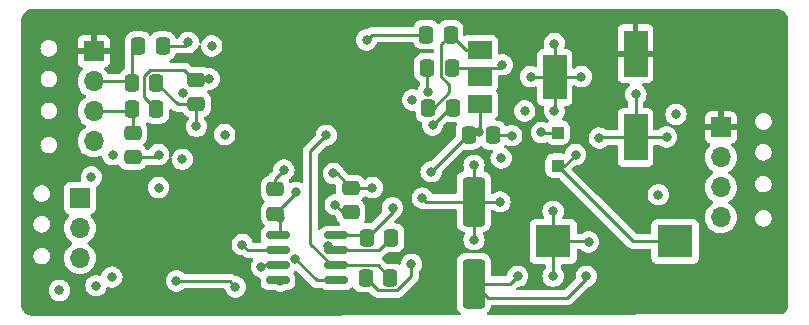
<source format=gbr>
%TF.GenerationSoftware,KiCad,Pcbnew,7.0.7*%
%TF.CreationDate,2024-03-01T11:29:19-05:00*%
%TF.ProjectId,Sh_mas,5368e96d-6173-42e6-9b69-6361645f7063,1.0*%
%TF.SameCoordinates,Original*%
%TF.FileFunction,Copper,L1,Top*%
%TF.FilePolarity,Positive*%
%FSLAX46Y46*%
G04 Gerber Fmt 4.6, Leading zero omitted, Abs format (unit mm)*
G04 Created by KiCad (PCBNEW 7.0.7) date 2024-03-01 11:29:19*
%MOMM*%
%LPD*%
G01*
G04 APERTURE LIST*
G04 Aperture macros list*
%AMRoundRect*
0 Rectangle with rounded corners*
0 $1 Rounding radius*
0 $2 $3 $4 $5 $6 $7 $8 $9 X,Y pos of 4 corners*
0 Add a 4 corners polygon primitive as box body*
4,1,4,$2,$3,$4,$5,$6,$7,$8,$9,$2,$3,0*
0 Add four circle primitives for the rounded corners*
1,1,$1+$1,$2,$3*
1,1,$1+$1,$4,$5*
1,1,$1+$1,$6,$7*
1,1,$1+$1,$8,$9*
0 Add four rect primitives between the rounded corners*
20,1,$1+$1,$2,$3,$4,$5,0*
20,1,$1+$1,$4,$5,$6,$7,0*
20,1,$1+$1,$6,$7,$8,$9,0*
20,1,$1+$1,$8,$9,$2,$3,0*%
G04 Aperture macros list end*
%TA.AperFunction,SMDPad,CuDef*%
%ADD10RoundRect,0.250000X0.337500X0.475000X-0.337500X0.475000X-0.337500X-0.475000X0.337500X-0.475000X0*%
%TD*%
%TA.AperFunction,SMDPad,CuDef*%
%ADD11R,3.000000X2.800000*%
%TD*%
%TA.AperFunction,SMDPad,CuDef*%
%ADD12RoundRect,0.250000X0.700000X-1.825000X0.700000X1.825000X-0.700000X1.825000X-0.700000X-1.825000X0*%
%TD*%
%TA.AperFunction,SMDPad,CuDef*%
%ADD13R,2.000000X4.000000*%
%TD*%
%TA.AperFunction,SMDPad,CuDef*%
%ADD14RoundRect,0.250000X0.475000X-0.337500X0.475000X0.337500X-0.475000X0.337500X-0.475000X-0.337500X0*%
%TD*%
%TA.AperFunction,SMDPad,CuDef*%
%ADD15RoundRect,0.250000X0.300000X-0.300000X0.300000X0.300000X-0.300000X0.300000X-0.300000X-0.300000X0*%
%TD*%
%TA.AperFunction,ComponentPad*%
%ADD16R,1.700000X1.700000*%
%TD*%
%TA.AperFunction,ComponentPad*%
%ADD17O,1.700000X1.700000*%
%TD*%
%TA.AperFunction,SMDPad,CuDef*%
%ADD18RoundRect,0.250000X-0.475000X0.337500X-0.475000X-0.337500X0.475000X-0.337500X0.475000X0.337500X0*%
%TD*%
%TA.AperFunction,SMDPad,CuDef*%
%ADD19RoundRect,0.250000X-0.337500X-0.475000X0.337500X-0.475000X0.337500X0.475000X-0.337500X0.475000X0*%
%TD*%
%TA.AperFunction,SMDPad,CuDef*%
%ADD20R,2.000000X1.500000*%
%TD*%
%TA.AperFunction,SMDPad,CuDef*%
%ADD21R,2.000000X3.800000*%
%TD*%
%TA.AperFunction,SMDPad,CuDef*%
%ADD22RoundRect,0.150000X-0.825000X-0.150000X0.825000X-0.150000X0.825000X0.150000X-0.825000X0.150000X0*%
%TD*%
%TA.AperFunction,ViaPad*%
%ADD23C,0.800000*%
%TD*%
%TA.AperFunction,Conductor*%
%ADD24C,0.250000*%
%TD*%
G04 APERTURE END LIST*
D10*
%TO.P,C13,1*%
%TO.N,GND*%
X104337500Y-64500000D03*
%TO.P,C13,2*%
%TO.N,Net-(J1-Pin_2)*%
X102262500Y-64500000D03*
%TD*%
D11*
%TO.P,L1,1,1*%
%TO.N,Net-(D1-K)*%
X147725000Y-81050000D03*
%TO.P,L1,2,2*%
%TO.N,+5V*%
X137425000Y-81050000D03*
%TD*%
D12*
%TO.P,C14,1*%
%TO.N,+5V*%
X130675000Y-84625000D03*
%TO.P,C14,2*%
%TO.N,GND*%
X130675000Y-77675000D03*
%TD*%
D13*
%TO.P,C16,1*%
%TO.N,+12V*%
X144375000Y-65150000D03*
%TO.P,C16,2*%
%TO.N,GND*%
X144375000Y-72250000D03*
%TD*%
D10*
%TO.P,R8,1*%
%TO.N,/SCLB*%
X123612500Y-84150000D03*
%TO.P,R8,2*%
%TO.N,+3.3V*%
X121537500Y-84150000D03*
%TD*%
D14*
%TO.P,C12,1*%
%TO.N,GND*%
X101800000Y-73937500D03*
%TO.P,C12,2*%
%TO.N,Net-(J1-Pin_3)*%
X101800000Y-71862500D03*
%TD*%
D10*
%TO.P,R10,1*%
%TO.N,Net-(U6-CANH)*%
X103812500Y-67650000D03*
%TO.P,R10,2*%
%TO.N,Net-(J1-Pin_2)*%
X101737500Y-67650000D03*
%TD*%
D15*
%TO.P,D1,1,K*%
%TO.N,Net-(D1-K)*%
X137775000Y-74650000D03*
%TO.P,D1,2,A*%
%TO.N,GND*%
X137775000Y-71850000D03*
%TD*%
D16*
%TO.P,J1,1,Pin_1*%
%TO.N,+12V*%
X98500000Y-64960000D03*
D17*
%TO.P,J1,2,Pin_2*%
%TO.N,Net-(J1-Pin_2)*%
X98500000Y-67500000D03*
%TO.P,J1,3,Pin_3*%
%TO.N,Net-(J1-Pin_3)*%
X98500000Y-70040000D03*
%TO.P,J1,4,Pin_4*%
%TO.N,GND*%
X98500000Y-72580000D03*
%TD*%
D18*
%TO.P,C10,1*%
%TO.N,GND*%
X113875000Y-76612500D03*
%TO.P,C10,2*%
%TO.N,+5V*%
X113875000Y-78687500D03*
%TD*%
D16*
%TO.P,J3,1,Pin_1*%
%TO.N,+12V*%
X151600000Y-71400000D03*
D17*
%TO.P,J3,2,Pin_2*%
%TO.N,Net-(J1-Pin_2)*%
X151600000Y-73940000D03*
%TO.P,J3,3,Pin_3*%
%TO.N,Net-(J1-Pin_3)*%
X151600000Y-76480000D03*
%TO.P,J3,4,Pin_4*%
%TO.N,GND*%
X151600000Y-79020000D03*
%TD*%
D10*
%TO.P,R1,1*%
%TO.N,Net-(U5-ADJ)*%
X128712500Y-63550000D03*
%TO.P,R1,2*%
%TO.N,GND*%
X126637500Y-63550000D03*
%TD*%
%TO.P,R11,1*%
%TO.N,Net-(U6-CANL)*%
X103812500Y-69850000D03*
%TO.P,R11,2*%
%TO.N,Net-(J1-Pin_3)*%
X101737500Y-69850000D03*
%TD*%
D18*
%TO.P,R12,1*%
%TO.N,Net-(U6-CANL)*%
X107200000Y-67362500D03*
%TO.P,R12,2*%
%TO.N,Net-(U6-CANH)*%
X107200000Y-69437500D03*
%TD*%
%TO.P,C8,1*%
%TO.N,GND*%
X120275000Y-76512500D03*
%TO.P,C8,2*%
%TO.N,+3.3V*%
X120275000Y-78587500D03*
%TD*%
D19*
%TO.P,C4,1*%
%TO.N,+3.3V*%
X130237500Y-72050000D03*
%TO.P,C4,2*%
%TO.N,GND*%
X132312500Y-72050000D03*
%TD*%
D20*
%TO.P,U5,1,ADJ*%
%TO.N,Net-(U5-ADJ)*%
X131225000Y-64850000D03*
%TO.P,U5,2,VI*%
%TO.N,+5V*%
X131225000Y-67150000D03*
D21*
X137525000Y-67150000D03*
D20*
%TO.P,U5,3,VO*%
%TO.N,+3.3V*%
X131225000Y-69450000D03*
%TD*%
D16*
%TO.P,J4,1,Pin_1*%
%TO.N,+5V*%
X97325000Y-77375000D03*
D17*
%TO.P,J4,2,Pin_2*%
%TO.N,Net-(J4-Pin_2)*%
X97325000Y-79915000D03*
%TO.P,J4,3,Pin_3*%
%TO.N,GND*%
X97325000Y-82455000D03*
%TD*%
D10*
%TO.P,R2,1*%
%TO.N,+3.3V*%
X128912500Y-69750000D03*
%TO.P,R2,2*%
%TO.N,Net-(U5-ADJ)*%
X126837500Y-69750000D03*
%TD*%
%TO.P,R9,1*%
%TO.N,/SDAB*%
X123712500Y-80750000D03*
%TO.P,R9,2*%
%TO.N,+3.3V*%
X121637500Y-80750000D03*
%TD*%
%TO.P,C3,1*%
%TO.N,+5V*%
X128812500Y-66350000D03*
%TO.P,C3,2*%
%TO.N,GND*%
X126737500Y-66350000D03*
%TD*%
D22*
%TO.P,U2,1,VCCA*%
%TO.N,+5V*%
X114100000Y-80545000D03*
%TO.P,U2,2,SCLA*%
%TO.N,/SCLA*%
X114100000Y-81815000D03*
%TO.P,U2,3,SDAA*%
%TO.N,/SDAA*%
X114100000Y-83085000D03*
%TO.P,U2,4,GND*%
%TO.N,GND*%
X114100000Y-84355000D03*
%TO.P,U2,5,EN*%
%TO.N,+5V*%
X119050000Y-84355000D03*
%TO.P,U2,6,SCLB*%
%TO.N,/SCLB*%
X119050000Y-83085000D03*
%TO.P,U2,7,SDAB*%
%TO.N,/SDAB*%
X119050000Y-81815000D03*
%TO.P,U2,8,VCCB*%
%TO.N,+3.3V*%
X119050000Y-80545000D03*
%TD*%
D23*
%TO.N,Net-(D1-K)*%
X139300000Y-73700000D03*
%TO.N,+5V*%
X115560099Y-82537005D03*
X147800000Y-70300000D03*
X131300000Y-67500000D03*
X140400000Y-81100000D03*
X139800000Y-67100000D03*
X134400000Y-84000000D03*
X137500000Y-70000000D03*
X114253009Y-79062995D03*
X137400000Y-78500000D03*
X140200000Y-84000000D03*
X98700000Y-84800000D03*
X135500000Y-67100000D03*
X95600000Y-85200000D03*
X137400000Y-84000000D03*
X109600000Y-72000000D03*
X137500000Y-64300000D03*
X131100000Y-83200000D03*
X115600000Y-76900000D03*
X133100000Y-66100000D03*
X108500000Y-64500000D03*
%TO.N,GND*%
X147000000Y-72200000D03*
X104000000Y-73700000D03*
X130700000Y-74600000D03*
X122100000Y-76500000D03*
X130700000Y-80900000D03*
X135000004Y-70000000D03*
X121600000Y-64000000D03*
X132900000Y-77700000D03*
X114600000Y-75000000D03*
X105500000Y-84400000D03*
X133900000Y-72100000D03*
X110506385Y-84906387D03*
X136399660Y-71826139D03*
X118800000Y-75300000D03*
X100036951Y-84075000D03*
X104000000Y-76500000D03*
X144400000Y-68600000D03*
X98300000Y-75600000D03*
X126800000Y-68425500D03*
X100100000Y-73700000D03*
X126318719Y-77381281D03*
X106048390Y-68502508D03*
X106000000Y-74100000D03*
X114300000Y-84400000D03*
X146300000Y-77100000D03*
X141300000Y-72300000D03*
X106500000Y-64200000D03*
%TO.N,+3.3V*%
X125400000Y-83000000D03*
X118950000Y-77950000D03*
X123800000Y-78200000D03*
X131125500Y-71800000D03*
X127075500Y-75150528D03*
X121400000Y-80500000D03*
X133000006Y-74000000D03*
X127200000Y-71200000D03*
X125485133Y-69074444D03*
%TO.N,+12V*%
X142700000Y-77000000D03*
%TO.N,/SCLA*%
X111077051Y-81312561D03*
%TO.N,/SDAA*%
X112700000Y-83200000D03*
%TO.N,/SCLB*%
X118191691Y-72066385D03*
%TO.N,/SDAB*%
X118300000Y-81444500D03*
%TO.N,Net-(U6-CANH)*%
X107200000Y-71300000D03*
%TO.N,Net-(U6-CANL)*%
X108300000Y-67300000D03*
%TD*%
D24*
%TO.N,/SDAA*%
X114100000Y-83085000D02*
X112815000Y-83085000D01*
X112815000Y-83085000D02*
X112700000Y-83200000D01*
%TO.N,GND*%
X109999998Y-84400000D02*
X105500000Y-84400000D01*
X110506385Y-84906387D02*
X109999998Y-84400000D01*
X114255000Y-84355000D02*
X114300000Y-84400000D01*
X114100000Y-84355000D02*
X114255000Y-84355000D01*
%TO.N,+5V*%
X115560099Y-82537005D02*
X117378094Y-84355000D01*
X117378094Y-84355000D02*
X119050000Y-84355000D01*
%TO.N,Net-(D1-K)*%
X137775000Y-74650000D02*
X138350000Y-74650000D01*
X138350000Y-74650000D02*
X139300000Y-73700000D01*
X144175000Y-81050000D02*
X137775000Y-74650000D01*
X147725000Y-81050000D02*
X144175000Y-81050000D01*
%TO.N,+5V*%
X139750000Y-67150000D02*
X139800000Y-67100000D01*
X128812500Y-66350000D02*
X132850000Y-66350000D01*
X137425000Y-81050000D02*
X137425000Y-78525000D01*
X130675000Y-84625000D02*
X133775000Y-84625000D01*
X137425000Y-78525000D02*
X137400000Y-78500000D01*
X131850000Y-85800000D02*
X138600000Y-85800000D01*
X113875000Y-78687500D02*
X115600000Y-76962500D01*
X137525000Y-67150000D02*
X135550000Y-67150000D01*
X130675000Y-84625000D02*
X131850000Y-85800000D01*
X137525000Y-67150000D02*
X137525000Y-64325000D01*
X133775000Y-84625000D02*
X134400000Y-84000000D01*
X137525000Y-69975000D02*
X137500000Y-70000000D01*
X135550000Y-67150000D02*
X135500000Y-67100000D01*
X115600000Y-76962500D02*
X115600000Y-76900000D01*
X140200000Y-84200000D02*
X140200000Y-84000000D01*
X114253009Y-79062995D02*
X114253009Y-80391991D01*
X131100000Y-84200000D02*
X131100000Y-83200000D01*
X137525000Y-67150000D02*
X137525000Y-69975000D01*
X130675000Y-84625000D02*
X131100000Y-84200000D01*
X137525000Y-64325000D02*
X137500000Y-64300000D01*
X137425000Y-81050000D02*
X140350000Y-81050000D01*
X140350000Y-81050000D02*
X140400000Y-81100000D01*
X138600000Y-85800000D02*
X140200000Y-84200000D01*
X114253009Y-80391991D02*
X114100000Y-80545000D01*
X131225000Y-67425000D02*
X131300000Y-67500000D01*
X137525000Y-67150000D02*
X139750000Y-67150000D01*
X132850000Y-66350000D02*
X133100000Y-66100000D01*
X137425000Y-83975000D02*
X137400000Y-84000000D01*
X137425000Y-81050000D02*
X137425000Y-83975000D01*
X131225000Y-67150000D02*
X131225000Y-67425000D01*
%TO.N,GND*%
X103762500Y-73937500D02*
X104000000Y-73700000D01*
X126737500Y-68363000D02*
X126737500Y-66350000D01*
X113875000Y-76612500D02*
X113875000Y-75725000D01*
X130675000Y-77675000D02*
X132875000Y-77675000D01*
X144375000Y-72250000D02*
X146950000Y-72250000D01*
X130675000Y-77675000D02*
X126612438Y-77675000D01*
X106200000Y-64500000D02*
X106500000Y-64200000D01*
X130675000Y-77675000D02*
X130675000Y-74625000D01*
X126637500Y-63550000D02*
X122050000Y-63550000D01*
X141350000Y-72250000D02*
X141300000Y-72300000D01*
X146950000Y-72250000D02*
X147000000Y-72200000D01*
X130675000Y-74625000D02*
X130700000Y-74600000D01*
X133850000Y-72050000D02*
X133900000Y-72100000D01*
X126800000Y-68425500D02*
X126737500Y-68363000D01*
X137775000Y-71850000D02*
X136423521Y-71850000D01*
X113875000Y-75725000D02*
X114600000Y-75000000D01*
X119062500Y-75300000D02*
X118800000Y-75300000D01*
X122050000Y-63550000D02*
X121600000Y-64000000D01*
X122087500Y-76512500D02*
X122100000Y-76500000D01*
X132875000Y-77675000D02*
X132900000Y-77700000D01*
X130700000Y-77700000D02*
X130700000Y-80900000D01*
X144375000Y-72250000D02*
X141350000Y-72250000D01*
X126612438Y-77675000D02*
X126318719Y-77381281D01*
X136423521Y-71850000D02*
X136399660Y-71826139D01*
X120275000Y-76512500D02*
X122087500Y-76512500D01*
X130675000Y-77675000D02*
X130700000Y-77700000D01*
X144375000Y-72250000D02*
X144375000Y-68625000D01*
X120275000Y-76512500D02*
X119062500Y-75300000D01*
X101800000Y-73937500D02*
X103762500Y-73937500D01*
X104337500Y-64500000D02*
X106200000Y-64500000D01*
X132312500Y-72050000D02*
X133850000Y-72050000D01*
X144375000Y-68625000D02*
X144400000Y-68600000D01*
%TO.N,+3.3V*%
X130237500Y-72050000D02*
X130176028Y-72050000D01*
X130176028Y-72050000D02*
X127075500Y-75150528D01*
X119050000Y-80545000D02*
X119095000Y-80500000D01*
X121637500Y-80750000D02*
X123800000Y-78587500D01*
X121537500Y-84150000D02*
X122587500Y-85200000D01*
X121537500Y-84150000D02*
X121537500Y-84237500D01*
X131225000Y-71700500D02*
X131225000Y-69450000D01*
X128650000Y-69750000D02*
X127200000Y-71200000D01*
X131125500Y-71800000D02*
X131225000Y-71700500D01*
X119095000Y-80500000D02*
X121400000Y-80500000D01*
X120275000Y-78587500D02*
X119587500Y-78587500D01*
X125400000Y-84000000D02*
X125400000Y-83000000D01*
X128912500Y-69750000D02*
X128650000Y-69750000D01*
X122587500Y-85200000D02*
X124200000Y-85200000D01*
X123800000Y-78587500D02*
X123800000Y-78200000D01*
X124200000Y-85200000D02*
X125400000Y-84000000D01*
X119587500Y-78587500D02*
X118950000Y-77950000D01*
%TO.N,Net-(J1-Pin_3)*%
X101737500Y-69850000D02*
X101557500Y-70030000D01*
X101800000Y-69912500D02*
X101737500Y-69850000D01*
X101557500Y-70030000D02*
X98800000Y-70030000D01*
X101800000Y-71862500D02*
X101800000Y-69912500D01*
%TO.N,Net-(U5-ADJ)*%
X131225000Y-64850000D02*
X130012500Y-64850000D01*
X128625000Y-67799695D02*
X128625000Y-68400305D01*
X127275305Y-69750000D02*
X126837500Y-69750000D01*
X127900305Y-64362195D02*
X127900305Y-67075000D01*
X130012500Y-64850000D02*
X128712500Y-63550000D01*
X128625000Y-68400305D02*
X127275305Y-69750000D01*
X128712500Y-63550000D02*
X127900305Y-64362195D01*
X127900305Y-67075000D02*
X128625000Y-67799695D01*
%TO.N,/SCLA*%
X111077051Y-81312561D02*
X111579490Y-81815000D01*
X111579490Y-81815000D02*
X114100000Y-81815000D01*
%TO.N,/SCLB*%
X116850000Y-81261751D02*
X116850000Y-73408076D01*
X118673249Y-83085000D02*
X116850000Y-81261751D01*
X119050000Y-83085000D02*
X118673249Y-83085000D01*
X116850000Y-73408076D02*
X118191691Y-72066385D01*
X122547500Y-83085000D02*
X123612500Y-84150000D01*
X119050000Y-83085000D02*
X122547500Y-83085000D01*
%TO.N,/SDAB*%
X122647500Y-81815000D02*
X119050000Y-81815000D01*
X118302749Y-81444500D02*
X118673249Y-81815000D01*
X118673249Y-81815000D02*
X119050000Y-81815000D01*
X118300000Y-81444500D02*
X118302749Y-81444500D01*
X123712500Y-80750000D02*
X122647500Y-81815000D01*
%TO.N,Net-(U6-CANH)*%
X105600000Y-69437500D02*
X103812500Y-67650000D01*
X107200000Y-69437500D02*
X105600000Y-69437500D01*
X107200000Y-69437500D02*
X107200000Y-71300000D01*
%TO.N,Net-(U6-CANL)*%
X102800000Y-68837500D02*
X103812500Y-69850000D01*
X103304482Y-66532345D02*
X102800000Y-67036827D01*
X106176090Y-66532345D02*
X103304482Y-66532345D01*
X107200000Y-67362500D02*
X107006245Y-67362500D01*
X102800000Y-67036827D02*
X102800000Y-68837500D01*
X107200000Y-67362500D02*
X107262500Y-67300000D01*
X107006245Y-67362500D02*
X106176090Y-66532345D01*
X107262500Y-67300000D02*
X108300000Y-67300000D01*
%TO.N,Net-(J1-Pin_2)*%
X101737500Y-67650000D02*
X101577500Y-67490000D01*
X102262500Y-64500000D02*
X101737500Y-65025000D01*
X101737500Y-65025000D02*
X101737500Y-67650000D01*
X101900000Y-67487500D02*
X101737500Y-67650000D01*
X101577500Y-67490000D02*
X98800000Y-67490000D01*
%TD*%
%TA.AperFunction,Conductor*%
%TO.N,+12V*%
G36*
X156400455Y-61357182D02*
G01*
X156432254Y-61362817D01*
X156556749Y-61386363D01*
X156574612Y-61391146D01*
X156638478Y-61413476D01*
X156732896Y-61450191D01*
X156739985Y-61453478D01*
X156807461Y-61490103D01*
X156810525Y-61491882D01*
X156891236Y-61541903D01*
X156896493Y-61545550D01*
X156917631Y-61561897D01*
X156958497Y-61593500D01*
X156962320Y-61596710D01*
X157031721Y-61659922D01*
X157035271Y-61663426D01*
X157088674Y-61720568D01*
X157092808Y-61725478D01*
X157150388Y-61801522D01*
X157152456Y-61804423D01*
X157194895Y-61867721D01*
X157198843Y-61874499D01*
X157244720Y-61966137D01*
X157272377Y-62026495D01*
X157278811Y-62043856D01*
X157315135Y-62170080D01*
X157320927Y-62191116D01*
X157325377Y-62224064D01*
X157319722Y-86403835D01*
X157317820Y-86425444D01*
X157312188Y-86457223D01*
X157288637Y-86581740D01*
X157283850Y-86599618D01*
X157261522Y-86663485D01*
X157224814Y-86757879D01*
X157221517Y-86764992D01*
X157184901Y-86832450D01*
X157183110Y-86835534D01*
X157133100Y-86916228D01*
X157129443Y-86921499D01*
X157081498Y-86983497D01*
X157078289Y-86987319D01*
X157015083Y-87056715D01*
X157011578Y-87060266D01*
X156954425Y-87113679D01*
X156949515Y-87117813D01*
X156873469Y-87175393D01*
X156870569Y-87177460D01*
X156866220Y-87180377D01*
X156799576Y-87201362D01*
X156797544Y-87201384D01*
X131900394Y-87277639D01*
X131833294Y-87258160D01*
X131787378Y-87205497D01*
X131777223Y-87136369D01*
X131806053Y-87072725D01*
X131834917Y-87048101D01*
X131843656Y-87042712D01*
X131967712Y-86918656D01*
X132059814Y-86769334D01*
X132114999Y-86602797D01*
X132117707Y-86576288D01*
X132121732Y-86536897D01*
X132148129Y-86472205D01*
X132205310Y-86432054D01*
X132245090Y-86425500D01*
X138517257Y-86425500D01*
X138532877Y-86427224D01*
X138532904Y-86426939D01*
X138540660Y-86427671D01*
X138540667Y-86427673D01*
X138609814Y-86425500D01*
X138639350Y-86425500D01*
X138646228Y-86424630D01*
X138652041Y-86424172D01*
X138698627Y-86422709D01*
X138717869Y-86417117D01*
X138736912Y-86413174D01*
X138756792Y-86410664D01*
X138800122Y-86393507D01*
X138805646Y-86391617D01*
X138809396Y-86390527D01*
X138850390Y-86378618D01*
X138867629Y-86368422D01*
X138885103Y-86359862D01*
X138903727Y-86352488D01*
X138903727Y-86352487D01*
X138903732Y-86352486D01*
X138941449Y-86325082D01*
X138946305Y-86321892D01*
X138986420Y-86298170D01*
X139000589Y-86283999D01*
X139015379Y-86271368D01*
X139031587Y-86259594D01*
X139061299Y-86223676D01*
X139065212Y-86219376D01*
X140382261Y-84902327D01*
X140443582Y-84868844D01*
X140443939Y-84868766D01*
X140479803Y-84861144D01*
X140652730Y-84784151D01*
X140805871Y-84672888D01*
X140932533Y-84532216D01*
X141027179Y-84368284D01*
X141085674Y-84188256D01*
X141105460Y-84000000D01*
X141085674Y-83811744D01*
X141027179Y-83631716D01*
X140932533Y-83467784D01*
X140805871Y-83327112D01*
X140804894Y-83326402D01*
X140652734Y-83215851D01*
X140652729Y-83215848D01*
X140479807Y-83138857D01*
X140479802Y-83138855D01*
X140334001Y-83107865D01*
X140294646Y-83099500D01*
X140105354Y-83099500D01*
X140072897Y-83106398D01*
X139920197Y-83138855D01*
X139920192Y-83138857D01*
X139747270Y-83215848D01*
X139747265Y-83215851D01*
X139594129Y-83327111D01*
X139467466Y-83467785D01*
X139372821Y-83631715D01*
X139372818Y-83631722D01*
X139314327Y-83811740D01*
X139314326Y-83811744D01*
X139296206Y-83984148D01*
X139294540Y-84000000D01*
X139309363Y-84141043D01*
X139296793Y-84209772D01*
X139273723Y-84241684D01*
X138377228Y-85138181D01*
X138315905Y-85171666D01*
X138289547Y-85174500D01*
X134409453Y-85174500D01*
X134342414Y-85154815D01*
X134296659Y-85102011D01*
X134286715Y-85032853D01*
X134315740Y-84969297D01*
X134321772Y-84962819D01*
X134347772Y-84936819D01*
X134409095Y-84903334D01*
X134435453Y-84900500D01*
X134494644Y-84900500D01*
X134494646Y-84900500D01*
X134679803Y-84861144D01*
X134852730Y-84784151D01*
X135005871Y-84672888D01*
X135132533Y-84532216D01*
X135227179Y-84368284D01*
X135285674Y-84188256D01*
X135305460Y-84000000D01*
X135285674Y-83811744D01*
X135227179Y-83631716D01*
X135132533Y-83467784D01*
X135005871Y-83327112D01*
X135004894Y-83326402D01*
X134852734Y-83215851D01*
X134852729Y-83215848D01*
X134679807Y-83138857D01*
X134679802Y-83138855D01*
X134534001Y-83107865D01*
X134494646Y-83099500D01*
X134305354Y-83099500D01*
X134272897Y-83106398D01*
X134120197Y-83138855D01*
X134120192Y-83138857D01*
X133947270Y-83215848D01*
X133947265Y-83215851D01*
X133794129Y-83327111D01*
X133667466Y-83467785D01*
X133572821Y-83631715D01*
X133572818Y-83631722D01*
X133514325Y-83811745D01*
X133506263Y-83888461D01*
X133479679Y-83953075D01*
X133422382Y-83993061D01*
X133382942Y-83999500D01*
X132249499Y-83999500D01*
X132182460Y-83979815D01*
X132136705Y-83927011D01*
X132125499Y-83875500D01*
X132125499Y-82749998D01*
X132125498Y-82749981D01*
X132114999Y-82647203D01*
X132114998Y-82647200D01*
X132108613Y-82627931D01*
X132065515Y-82497870D01*
X135424500Y-82497870D01*
X135424501Y-82497876D01*
X135430908Y-82557483D01*
X135481202Y-82692328D01*
X135481206Y-82692335D01*
X135567452Y-82807544D01*
X135567455Y-82807547D01*
X135682664Y-82893793D01*
X135682671Y-82893797D01*
X135817517Y-82944091D01*
X135817516Y-82944091D01*
X135824444Y-82944835D01*
X135877127Y-82950500D01*
X136675500Y-82950499D01*
X136742539Y-82970183D01*
X136788294Y-83022987D01*
X136799500Y-83074499D01*
X136799500Y-83273547D01*
X136779815Y-83340586D01*
X136767650Y-83356519D01*
X136667466Y-83467785D01*
X136572821Y-83631715D01*
X136572818Y-83631722D01*
X136514327Y-83811740D01*
X136514326Y-83811744D01*
X136494540Y-84000000D01*
X136514326Y-84188256D01*
X136514327Y-84188259D01*
X136572818Y-84368277D01*
X136572821Y-84368284D01*
X136667467Y-84532216D01*
X136735319Y-84607573D01*
X136794129Y-84672888D01*
X136947265Y-84784148D01*
X136947270Y-84784151D01*
X137120192Y-84861142D01*
X137120197Y-84861144D01*
X137305354Y-84900500D01*
X137305355Y-84900500D01*
X137494644Y-84900500D01*
X137494646Y-84900500D01*
X137679803Y-84861144D01*
X137852730Y-84784151D01*
X138005871Y-84672888D01*
X138132533Y-84532216D01*
X138227179Y-84368284D01*
X138285674Y-84188256D01*
X138305460Y-84000000D01*
X138285674Y-83811744D01*
X138227179Y-83631716D01*
X138132533Y-83467784D01*
X138082350Y-83412050D01*
X138052120Y-83349058D01*
X138050500Y-83329078D01*
X138050500Y-83074499D01*
X138070185Y-83007460D01*
X138122989Y-82961705D01*
X138174500Y-82950499D01*
X138972871Y-82950499D01*
X138972872Y-82950499D01*
X139032483Y-82944091D01*
X139167331Y-82893796D01*
X139282546Y-82807546D01*
X139368796Y-82692331D01*
X139419091Y-82557483D01*
X139425500Y-82497873D01*
X139425500Y-81799500D01*
X139445185Y-81732461D01*
X139497989Y-81686706D01*
X139549500Y-81675500D01*
X139651232Y-81675500D01*
X139718271Y-81695185D01*
X139743381Y-81716527D01*
X139794129Y-81772888D01*
X139794135Y-81772893D01*
X139947265Y-81884148D01*
X139947270Y-81884151D01*
X140120192Y-81961142D01*
X140120197Y-81961144D01*
X140305354Y-82000500D01*
X140305355Y-82000500D01*
X140494644Y-82000500D01*
X140494646Y-82000500D01*
X140679803Y-81961144D01*
X140852730Y-81884151D01*
X141005871Y-81772888D01*
X141132533Y-81632216D01*
X141227179Y-81468284D01*
X141285674Y-81288256D01*
X141305460Y-81100000D01*
X141285674Y-80911744D01*
X141227179Y-80731716D01*
X141132533Y-80567784D01*
X141005871Y-80427112D01*
X140994491Y-80418844D01*
X140852734Y-80315851D01*
X140852729Y-80315848D01*
X140679807Y-80238857D01*
X140679802Y-80238855D01*
X140534001Y-80207865D01*
X140494646Y-80199500D01*
X140305354Y-80199500D01*
X140272897Y-80206398D01*
X140120197Y-80238855D01*
X140120192Y-80238857D01*
X139947270Y-80315848D01*
X139947265Y-80315851D01*
X139830319Y-80400818D01*
X139764513Y-80424298D01*
X139757434Y-80424500D01*
X139549499Y-80424500D01*
X139482460Y-80404815D01*
X139436705Y-80352011D01*
X139425499Y-80300500D01*
X139425499Y-79602129D01*
X139425498Y-79602123D01*
X139425497Y-79602116D01*
X139419896Y-79550003D01*
X139419091Y-79542516D01*
X139368797Y-79407671D01*
X139368793Y-79407664D01*
X139282547Y-79292455D01*
X139282544Y-79292452D01*
X139167335Y-79206206D01*
X139167328Y-79206202D01*
X139032482Y-79155908D01*
X139032483Y-79155908D01*
X138972883Y-79149501D01*
X138972881Y-79149500D01*
X138972873Y-79149500D01*
X138972865Y-79149500D01*
X138279593Y-79149500D01*
X138212554Y-79129815D01*
X138166799Y-79077011D01*
X138156855Y-79007853D01*
X138172206Y-78963500D01*
X138182335Y-78945956D01*
X138227179Y-78868284D01*
X138228506Y-78864202D01*
X138254374Y-78784586D01*
X138285674Y-78688256D01*
X138305460Y-78500000D01*
X138285674Y-78311744D01*
X138227179Y-78131716D01*
X138132533Y-77967784D01*
X138005871Y-77827112D01*
X138005870Y-77827111D01*
X137852734Y-77715851D01*
X137852729Y-77715848D01*
X137679807Y-77638857D01*
X137679802Y-77638855D01*
X137534000Y-77607865D01*
X137494646Y-77599500D01*
X137305354Y-77599500D01*
X137286093Y-77603594D01*
X137120197Y-77638855D01*
X137120192Y-77638857D01*
X136947270Y-77715848D01*
X136947265Y-77715851D01*
X136794129Y-77827111D01*
X136667466Y-77967785D01*
X136572821Y-78131715D01*
X136572818Y-78131722D01*
X136516465Y-78305160D01*
X136514326Y-78311744D01*
X136494540Y-78500000D01*
X136514326Y-78688256D01*
X136514327Y-78688259D01*
X136571494Y-78864202D01*
X136572821Y-78868284D01*
X136595304Y-78907226D01*
X136627794Y-78963501D01*
X136644265Y-79031401D01*
X136621413Y-79097428D01*
X136566491Y-79140618D01*
X136520406Y-79149500D01*
X135877129Y-79149500D01*
X135877123Y-79149501D01*
X135817516Y-79155908D01*
X135682671Y-79206202D01*
X135682664Y-79206206D01*
X135567455Y-79292452D01*
X135567452Y-79292455D01*
X135481206Y-79407664D01*
X135481202Y-79407671D01*
X135430908Y-79542517D01*
X135424728Y-79600003D01*
X135424501Y-79602123D01*
X135424500Y-79602135D01*
X135424500Y-82497870D01*
X132065515Y-82497870D01*
X132059814Y-82480666D01*
X131967712Y-82331344D01*
X131843656Y-82207288D01*
X131732711Y-82138857D01*
X131694336Y-82115187D01*
X131694331Y-82115185D01*
X131692862Y-82114698D01*
X131527797Y-82060001D01*
X131527795Y-82060000D01*
X131425010Y-82049500D01*
X129924998Y-82049500D01*
X129924981Y-82049501D01*
X129822203Y-82060000D01*
X129822200Y-82060001D01*
X129655668Y-82115185D01*
X129655663Y-82115187D01*
X129506342Y-82207289D01*
X129382289Y-82331342D01*
X129290187Y-82480663D01*
X129290185Y-82480668D01*
X129264732Y-82557482D01*
X129235001Y-82647203D01*
X129235001Y-82647204D01*
X129235000Y-82647204D01*
X129224500Y-82749983D01*
X129224500Y-86500001D01*
X129224501Y-86500018D01*
X129235000Y-86602796D01*
X129235001Y-86602799D01*
X129255111Y-86663485D01*
X129290186Y-86769334D01*
X129382288Y-86918656D01*
X129506344Y-87042712D01*
X129527186Y-87055567D01*
X129573911Y-87107513D01*
X129585134Y-87176476D01*
X129557291Y-87240558D01*
X129499223Y-87279415D01*
X129462470Y-87285105D01*
X109523144Y-87346176D01*
X93271176Y-87344720D01*
X93249553Y-87342818D01*
X93217789Y-87337190D01*
X93093258Y-87313637D01*
X93075379Y-87308850D01*
X93065620Y-87305438D01*
X93011521Y-87286523D01*
X92966913Y-87269177D01*
X92917120Y-87249814D01*
X92910006Y-87246517D01*
X92842548Y-87209901D01*
X92839464Y-87208110D01*
X92758770Y-87158100D01*
X92753499Y-87154443D01*
X92691501Y-87106498D01*
X92687678Y-87103288D01*
X92618277Y-87040076D01*
X92614727Y-87036572D01*
X92603622Y-87024690D01*
X92561324Y-86979430D01*
X92557190Y-86974520D01*
X92499610Y-86898476D01*
X92497542Y-86895575D01*
X92455103Y-86832277D01*
X92451155Y-86825499D01*
X92417303Y-86757879D01*
X92405279Y-86733862D01*
X92391384Y-86703538D01*
X92377622Y-86673504D01*
X92371187Y-86656142D01*
X92369084Y-86648837D01*
X92334851Y-86529871D01*
X92329085Y-86508935D01*
X92324637Y-86475890D01*
X92326002Y-85200000D01*
X94694540Y-85200000D01*
X94714326Y-85388256D01*
X94714327Y-85388259D01*
X94772818Y-85568277D01*
X94772821Y-85568284D01*
X94867467Y-85732216D01*
X94994128Y-85872887D01*
X94994129Y-85872888D01*
X95147265Y-85984148D01*
X95147270Y-85984151D01*
X95320192Y-86061142D01*
X95320197Y-86061144D01*
X95505354Y-86100500D01*
X95505355Y-86100500D01*
X95694644Y-86100500D01*
X95694646Y-86100500D01*
X95879803Y-86061144D01*
X96052730Y-85984151D01*
X96205871Y-85872888D01*
X96332533Y-85732216D01*
X96427179Y-85568284D01*
X96485674Y-85388256D01*
X96505460Y-85200000D01*
X96485674Y-85011744D01*
X96427179Y-84831716D01*
X96408868Y-84800000D01*
X97794540Y-84800000D01*
X97814326Y-84988256D01*
X97814327Y-84988259D01*
X97872818Y-85168277D01*
X97872821Y-85168284D01*
X97967467Y-85332216D01*
X98063257Y-85438601D01*
X98094129Y-85472888D01*
X98247265Y-85584148D01*
X98247270Y-85584151D01*
X98420192Y-85661142D01*
X98420197Y-85661144D01*
X98605354Y-85700500D01*
X98605355Y-85700500D01*
X98794644Y-85700500D01*
X98794646Y-85700500D01*
X98979803Y-85661144D01*
X99152730Y-85584151D01*
X99305871Y-85472888D01*
X99432533Y-85332216D01*
X99527179Y-85168284D01*
X99579581Y-85007006D01*
X99619017Y-84949334D01*
X99683376Y-84922135D01*
X99747947Y-84932048D01*
X99757143Y-84936142D01*
X99757148Y-84936144D01*
X99942305Y-84975500D01*
X99942306Y-84975500D01*
X100131595Y-84975500D01*
X100131597Y-84975500D01*
X100316754Y-84936144D01*
X100489681Y-84859151D01*
X100642822Y-84747888D01*
X100769484Y-84607216D01*
X100864130Y-84443284D01*
X100878194Y-84400000D01*
X104594540Y-84400000D01*
X104614326Y-84588256D01*
X104614327Y-84588259D01*
X104672818Y-84768277D01*
X104672821Y-84768284D01*
X104767467Y-84932216D01*
X104858081Y-85032853D01*
X104894129Y-85072888D01*
X105047265Y-85184148D01*
X105047270Y-85184151D01*
X105220192Y-85261142D01*
X105220197Y-85261144D01*
X105405354Y-85300500D01*
X105405355Y-85300500D01*
X105594644Y-85300500D01*
X105594646Y-85300500D01*
X105779803Y-85261144D01*
X105952730Y-85184151D01*
X106105871Y-85072888D01*
X106108788Y-85069647D01*
X106111600Y-85066526D01*
X106171087Y-85029879D01*
X106203748Y-85025500D01*
X109508154Y-85025500D01*
X109575193Y-85045185D01*
X109620948Y-85097989D01*
X109626085Y-85111182D01*
X109679203Y-85274665D01*
X109679206Y-85274671D01*
X109773852Y-85438603D01*
X109890611Y-85568277D01*
X109900514Y-85579275D01*
X110053650Y-85690535D01*
X110053655Y-85690538D01*
X110226577Y-85767529D01*
X110226582Y-85767531D01*
X110411739Y-85806887D01*
X110411740Y-85806887D01*
X110601029Y-85806887D01*
X110601031Y-85806887D01*
X110786188Y-85767531D01*
X110959115Y-85690538D01*
X111112256Y-85579275D01*
X111238918Y-85438603D01*
X111333564Y-85274671D01*
X111392059Y-85094643D01*
X111411845Y-84906387D01*
X111392059Y-84718131D01*
X111333564Y-84538103D01*
X111238918Y-84374171D01*
X111112256Y-84233499D01*
X111110324Y-84232095D01*
X110959119Y-84122238D01*
X110959114Y-84122235D01*
X110786192Y-84045244D01*
X110786187Y-84045242D01*
X110617836Y-84009459D01*
X110601031Y-84005887D01*
X110601030Y-84005887D01*
X110543147Y-84005887D01*
X110476108Y-83986202D01*
X110458263Y-83972279D01*
X110453256Y-83967577D01*
X110435362Y-83950773D01*
X110423444Y-83938855D01*
X110414473Y-83929883D01*
X110408984Y-83925625D01*
X110404559Y-83921847D01*
X110370580Y-83889938D01*
X110370578Y-83889936D01*
X110370575Y-83889935D01*
X110353027Y-83880288D01*
X110336761Y-83869604D01*
X110320934Y-83857327D01*
X110320933Y-83857326D01*
X110320931Y-83857325D01*
X110278166Y-83838818D01*
X110272920Y-83836248D01*
X110232091Y-83813803D01*
X110232090Y-83813802D01*
X110212691Y-83808822D01*
X110194279Y-83802518D01*
X110175896Y-83794562D01*
X110175890Y-83794560D01*
X110129872Y-83787272D01*
X110124150Y-83786087D01*
X110079019Y-83774500D01*
X110079017Y-83774500D01*
X110058982Y-83774500D01*
X110039584Y-83772973D01*
X110032160Y-83771797D01*
X110019803Y-83769840D01*
X110019802Y-83769840D01*
X109973414Y-83774225D01*
X109967576Y-83774500D01*
X106203748Y-83774500D01*
X106136709Y-83754815D01*
X106111600Y-83733474D01*
X106105873Y-83727114D01*
X106105869Y-83727110D01*
X105952734Y-83615851D01*
X105952729Y-83615848D01*
X105779807Y-83538857D01*
X105779802Y-83538855D01*
X105622747Y-83505473D01*
X105594646Y-83499500D01*
X105405354Y-83499500D01*
X105377253Y-83505473D01*
X105220197Y-83538855D01*
X105220192Y-83538857D01*
X105047270Y-83615848D01*
X105047265Y-83615851D01*
X104894129Y-83727111D01*
X104767466Y-83867785D01*
X104672821Y-84031715D01*
X104672818Y-84031722D01*
X104614327Y-84211740D01*
X104614326Y-84211744D01*
X104594540Y-84400000D01*
X100878194Y-84400000D01*
X100922625Y-84263256D01*
X100942411Y-84075000D01*
X100922625Y-83886744D01*
X100864130Y-83706716D01*
X100769484Y-83542784D01*
X100642822Y-83402112D01*
X100596262Y-83368284D01*
X100489685Y-83290851D01*
X100489680Y-83290848D01*
X100316758Y-83213857D01*
X100316753Y-83213855D01*
X100170952Y-83182865D01*
X100131597Y-83174500D01*
X99942305Y-83174500D01*
X99909848Y-83181398D01*
X99757148Y-83213855D01*
X99757143Y-83213857D01*
X99584221Y-83290848D01*
X99584216Y-83290851D01*
X99431080Y-83402111D01*
X99304417Y-83542785D01*
X99209772Y-83706715D01*
X99209769Y-83706722D01*
X99157370Y-83867990D01*
X99117932Y-83925666D01*
X99053574Y-83952864D01*
X98989006Y-83942953D01*
X98979802Y-83938855D01*
X98834001Y-83907865D01*
X98794646Y-83899500D01*
X98605354Y-83899500D01*
X98572897Y-83906398D01*
X98420197Y-83938855D01*
X98420192Y-83938857D01*
X98247270Y-84015848D01*
X98247265Y-84015851D01*
X98094129Y-84127111D01*
X97967466Y-84267785D01*
X97872821Y-84431715D01*
X97872818Y-84431722D01*
X97815681Y-84607573D01*
X97814326Y-84611744D01*
X97794540Y-84800000D01*
X96408868Y-84800000D01*
X96332533Y-84667784D01*
X96205871Y-84527112D01*
X96169664Y-84500806D01*
X96052734Y-84415851D01*
X96052729Y-84415848D01*
X95879807Y-84338857D01*
X95879802Y-84338855D01*
X95734001Y-84307865D01*
X95694646Y-84299500D01*
X95505354Y-84299500D01*
X95472897Y-84306398D01*
X95320197Y-84338855D01*
X95320192Y-84338857D01*
X95147270Y-84415848D01*
X95147265Y-84415851D01*
X94994129Y-84527111D01*
X94867466Y-84667785D01*
X94772821Y-84831715D01*
X94772818Y-84831722D01*
X94714327Y-85011740D01*
X94714326Y-85011744D01*
X94694540Y-85200000D01*
X92326002Y-85200000D01*
X92327679Y-83631722D01*
X92329104Y-82300003D01*
X93394355Y-82300003D01*
X93398692Y-82335730D01*
X93395386Y-82355607D01*
X93398949Y-82370062D01*
X93402552Y-82399735D01*
X93402552Y-82407815D01*
X93410521Y-82433142D01*
X93414859Y-82468870D01*
X93414861Y-82468878D01*
X93427623Y-82502528D01*
X93429171Y-82522624D01*
X93436082Y-82535792D01*
X93446682Y-82563742D01*
X93448613Y-82571579D01*
X93462417Y-82594271D01*
X93467180Y-82606829D01*
X93475182Y-82627931D01*
X93475184Y-82627934D01*
X93495628Y-82657553D01*
X93501938Y-82676689D01*
X93511808Y-82687830D01*
X93528789Y-82712431D01*
X93532543Y-82719584D01*
X93551367Y-82738304D01*
X93571813Y-82767925D01*
X93571814Y-82767926D01*
X93598757Y-82791796D01*
X93609466Y-82808869D01*
X93621713Y-82817323D01*
X93644088Y-82837147D01*
X93649438Y-82843186D01*
X93672204Y-82856864D01*
X93699145Y-82880732D01*
X93699151Y-82880736D01*
X93713337Y-82888181D01*
X93727939Y-82895845D01*
X93731011Y-82897457D01*
X93745499Y-82911475D01*
X93759418Y-82916754D01*
X93785888Y-82930647D01*
X93792533Y-82935234D01*
X93817906Y-82943063D01*
X93849775Y-82959790D01*
X93884714Y-82968401D01*
X93902128Y-82978540D01*
X93916911Y-82980336D01*
X93945932Y-82987490D01*
X93953496Y-82990358D01*
X93980003Y-82991887D01*
X94014941Y-83000499D01*
X94014942Y-83000500D01*
X94050937Y-83000500D01*
X94070285Y-83006181D01*
X94085049Y-83004388D01*
X94114954Y-83004388D01*
X94122950Y-83005359D01*
X94149063Y-83000500D01*
X94185058Y-83000500D01*
X94185060Y-83000499D01*
X94219994Y-82991889D01*
X94240131Y-82992774D01*
X94254064Y-82987490D01*
X94283088Y-82980335D01*
X94291113Y-82979360D01*
X94315280Y-82968403D01*
X94350225Y-82959790D01*
X94382089Y-82943065D01*
X94401855Y-82939105D01*
X94414112Y-82930645D01*
X94440582Y-82916753D01*
X94448133Y-82913888D01*
X94468985Y-82897459D01*
X94500852Y-82880734D01*
X94527792Y-82856866D01*
X94546037Y-82848290D01*
X94555907Y-82837150D01*
X94578285Y-82817324D01*
X94584928Y-82812738D01*
X94601243Y-82791795D01*
X94628183Y-82767929D01*
X94648629Y-82738306D01*
X94664290Y-82725614D01*
X94671209Y-82712432D01*
X94688192Y-82687827D01*
X94693546Y-82681783D01*
X94704372Y-82657549D01*
X94724818Y-82627930D01*
X94737580Y-82594278D01*
X94749751Y-82578203D01*
X94753314Y-82563747D01*
X94763916Y-82535791D01*
X94767664Y-82528649D01*
X94772378Y-82502522D01*
X94785140Y-82468872D01*
X94786824Y-82455000D01*
X95969341Y-82455000D01*
X95989936Y-82690403D01*
X95989938Y-82690413D01*
X96051094Y-82918655D01*
X96051096Y-82918659D01*
X96051097Y-82918663D01*
X96104139Y-83032411D01*
X96150965Y-83132830D01*
X96150967Y-83132834D01*
X96209097Y-83215851D01*
X96286505Y-83326401D01*
X96453599Y-83493495D01*
X96550384Y-83561264D01*
X96647165Y-83629032D01*
X96647167Y-83629033D01*
X96647170Y-83629035D01*
X96861337Y-83728903D01*
X96861343Y-83728904D01*
X96861344Y-83728905D01*
X96916285Y-83743626D01*
X97089592Y-83790063D01*
X97276263Y-83806395D01*
X97324999Y-83810659D01*
X97325000Y-83810659D01*
X97325001Y-83810659D01*
X97364234Y-83807226D01*
X97560408Y-83790063D01*
X97788663Y-83728903D01*
X98002830Y-83629035D01*
X98196401Y-83493495D01*
X98363495Y-83326401D01*
X98499035Y-83132830D01*
X98598903Y-82918663D01*
X98660063Y-82690408D01*
X98680659Y-82455000D01*
X98679414Y-82440775D01*
X98671363Y-82348745D01*
X98660063Y-82219592D01*
X98602508Y-82004790D01*
X98598905Y-81991344D01*
X98598904Y-81991343D01*
X98598903Y-81991337D01*
X98499035Y-81777171D01*
X98489008Y-81762850D01*
X98363494Y-81583597D01*
X98196402Y-81416506D01*
X98196396Y-81416501D01*
X98047954Y-81312561D01*
X110171591Y-81312561D01*
X110191377Y-81500817D01*
X110191378Y-81500820D01*
X110249869Y-81680838D01*
X110249872Y-81680845D01*
X110344518Y-81844777D01*
X110461705Y-81974926D01*
X110471180Y-81985449D01*
X110624316Y-82096709D01*
X110624321Y-82096712D01*
X110797243Y-82173703D01*
X110797248Y-82173705D01*
X110982405Y-82213061D01*
X111040545Y-82213061D01*
X111107584Y-82232746D01*
X111125427Y-82246667D01*
X111144125Y-82264226D01*
X111165019Y-82285120D01*
X111170501Y-82289373D01*
X111174933Y-82293157D01*
X111208908Y-82325062D01*
X111226466Y-82334714D01*
X111242723Y-82345393D01*
X111258554Y-82357673D01*
X111278227Y-82366186D01*
X111301323Y-82376182D01*
X111306567Y-82378750D01*
X111347398Y-82401197D01*
X111360013Y-82404435D01*
X111366795Y-82406177D01*
X111385209Y-82412481D01*
X111403594Y-82420438D01*
X111449647Y-82427732D01*
X111455316Y-82428906D01*
X111500471Y-82440500D01*
X111520506Y-82440500D01*
X111539903Y-82442026D01*
X111559686Y-82445160D01*
X111606073Y-82440775D01*
X111611912Y-82440500D01*
X111893606Y-82440500D01*
X111960645Y-82460185D01*
X112006400Y-82512989D01*
X112016344Y-82582147D01*
X111987319Y-82645703D01*
X111985756Y-82647472D01*
X111967466Y-82667785D01*
X111872821Y-82831715D01*
X111872818Y-82831722D01*
X111815718Y-83007460D01*
X111814326Y-83011744D01*
X111794540Y-83200000D01*
X111814326Y-83388256D01*
X111814327Y-83388259D01*
X111872818Y-83568277D01*
X111872821Y-83568284D01*
X111967467Y-83732216D01*
X112061138Y-83836248D01*
X112094129Y-83872888D01*
X112247265Y-83984148D01*
X112247270Y-83984151D01*
X112420191Y-84061142D01*
X112420193Y-84061142D01*
X112420197Y-84061144D01*
X112526284Y-84083693D01*
X112587762Y-84116884D01*
X112621539Y-84178046D01*
X112624500Y-84204982D01*
X112624500Y-84570696D01*
X112627401Y-84607567D01*
X112627402Y-84607573D01*
X112673254Y-84765393D01*
X112673255Y-84765396D01*
X112673256Y-84765398D01*
X112696219Y-84804226D01*
X112756917Y-84906862D01*
X112756923Y-84906870D01*
X112873129Y-85023076D01*
X112873133Y-85023079D01*
X112873135Y-85023081D01*
X113014602Y-85106744D01*
X113029878Y-85111182D01*
X113172426Y-85152597D01*
X113172429Y-85152597D01*
X113172431Y-85152598D01*
X113184722Y-85153565D01*
X113209304Y-85155500D01*
X113209306Y-85155500D01*
X113767545Y-85155500D01*
X113834584Y-85175185D01*
X113840430Y-85179182D01*
X113847265Y-85184148D01*
X113847270Y-85184151D01*
X114020192Y-85261142D01*
X114020197Y-85261144D01*
X114205354Y-85300500D01*
X114205355Y-85300500D01*
X114394644Y-85300500D01*
X114394646Y-85300500D01*
X114579803Y-85261144D01*
X114752730Y-85184151D01*
X114753787Y-85183383D01*
X114759570Y-85179182D01*
X114825376Y-85155702D01*
X114832455Y-85155500D01*
X114990696Y-85155500D01*
X115009131Y-85154049D01*
X115027569Y-85152598D01*
X115027571Y-85152597D01*
X115027573Y-85152597D01*
X115077192Y-85138181D01*
X115185398Y-85106744D01*
X115326865Y-85023081D01*
X115443081Y-84906865D01*
X115526744Y-84765398D01*
X115572598Y-84607569D01*
X115575500Y-84570694D01*
X115575500Y-84139306D01*
X115574758Y-84129883D01*
X115572598Y-84102432D01*
X115572597Y-84102426D01*
X115526745Y-83944606D01*
X115526744Y-83944603D01*
X115526744Y-83944602D01*
X115484333Y-83872888D01*
X115443084Y-83803139D01*
X115438301Y-83796974D01*
X115440745Y-83795077D01*
X115414142Y-83746358D01*
X115419126Y-83676666D01*
X115439932Y-83644291D01*
X115438301Y-83643026D01*
X115443072Y-83636873D01*
X115443081Y-83636865D01*
X115485190Y-83565661D01*
X115536259Y-83517977D01*
X115605001Y-83505473D01*
X115669591Y-83532118D01*
X115679603Y-83541099D01*
X116279546Y-84141043D01*
X116877291Y-84738788D01*
X116887116Y-84751051D01*
X116887337Y-84750869D01*
X116892308Y-84756878D01*
X116904455Y-84768284D01*
X116942729Y-84804226D01*
X116963623Y-84825120D01*
X116969105Y-84829373D01*
X116973537Y-84833157D01*
X117007512Y-84865062D01*
X117025070Y-84874714D01*
X117041329Y-84885395D01*
X117057158Y-84897673D01*
X117099932Y-84916182D01*
X117105150Y-84918738D01*
X117146002Y-84941197D01*
X117165410Y-84946180D01*
X117183811Y-84952480D01*
X117202198Y-84960437D01*
X117245582Y-84967308D01*
X117248213Y-84967725D01*
X117253933Y-84968909D01*
X117299075Y-84980500D01*
X117319110Y-84980500D01*
X117338508Y-84982026D01*
X117358288Y-84985159D01*
X117358289Y-84985160D01*
X117358289Y-84985159D01*
X117358290Y-84985160D01*
X117404677Y-84980775D01*
X117410516Y-84980500D01*
X117729191Y-84980500D01*
X117796230Y-85000185D01*
X117816872Y-85016819D01*
X117823129Y-85023076D01*
X117823133Y-85023079D01*
X117823135Y-85023081D01*
X117964602Y-85106744D01*
X117979878Y-85111182D01*
X118122426Y-85152597D01*
X118122429Y-85152597D01*
X118122431Y-85152598D01*
X118134722Y-85153565D01*
X118159304Y-85155500D01*
X118159306Y-85155500D01*
X119940696Y-85155500D01*
X119959131Y-85154049D01*
X119977569Y-85152598D01*
X119977571Y-85152597D01*
X119977573Y-85152597D01*
X120027192Y-85138181D01*
X120135398Y-85106744D01*
X120276865Y-85023081D01*
X120343419Y-84956526D01*
X120404740Y-84923043D01*
X120474432Y-84928027D01*
X120530366Y-84969898D01*
X120536638Y-84979113D01*
X120601698Y-85084594D01*
X120607288Y-85093656D01*
X120731344Y-85217712D01*
X120880666Y-85309814D01*
X121047203Y-85364999D01*
X121149991Y-85375500D01*
X121827046Y-85375499D01*
X121894085Y-85395183D01*
X121914727Y-85411818D01*
X122086697Y-85583788D01*
X122096522Y-85596051D01*
X122096743Y-85595869D01*
X122101714Y-85601878D01*
X122122543Y-85621437D01*
X122152135Y-85649226D01*
X122173029Y-85670120D01*
X122178511Y-85674373D01*
X122182943Y-85678157D01*
X122216918Y-85710062D01*
X122234476Y-85719714D01*
X122250735Y-85730395D01*
X122266564Y-85742673D01*
X122309338Y-85761182D01*
X122314556Y-85763738D01*
X122355408Y-85786197D01*
X122374816Y-85791180D01*
X122393217Y-85797480D01*
X122411604Y-85805437D01*
X122454988Y-85812308D01*
X122457619Y-85812725D01*
X122463339Y-85813909D01*
X122508481Y-85825500D01*
X122528516Y-85825500D01*
X122547914Y-85827026D01*
X122567694Y-85830159D01*
X122567695Y-85830160D01*
X122567695Y-85830159D01*
X122567696Y-85830160D01*
X122614083Y-85825775D01*
X122619922Y-85825500D01*
X124117257Y-85825500D01*
X124132877Y-85827224D01*
X124132904Y-85826939D01*
X124140660Y-85827671D01*
X124140667Y-85827673D01*
X124209814Y-85825500D01*
X124239350Y-85825500D01*
X124246228Y-85824630D01*
X124252041Y-85824172D01*
X124298627Y-85822709D01*
X124317869Y-85817117D01*
X124336912Y-85813174D01*
X124356792Y-85810664D01*
X124400122Y-85793507D01*
X124405646Y-85791617D01*
X124409396Y-85790527D01*
X124450390Y-85778618D01*
X124467629Y-85768422D01*
X124485103Y-85759862D01*
X124503727Y-85752488D01*
X124503727Y-85752487D01*
X124503732Y-85752486D01*
X124541449Y-85725082D01*
X124546305Y-85721892D01*
X124586420Y-85698170D01*
X124600589Y-85683999D01*
X124615379Y-85671368D01*
X124631587Y-85659594D01*
X124661299Y-85623676D01*
X124665212Y-85619376D01*
X125783787Y-84500802D01*
X125796042Y-84490986D01*
X125795859Y-84490764D01*
X125801866Y-84485792D01*
X125801877Y-84485786D01*
X125841789Y-84443284D01*
X125849227Y-84435364D01*
X125859671Y-84424918D01*
X125870120Y-84414471D01*
X125874379Y-84408978D01*
X125878152Y-84404561D01*
X125910062Y-84370582D01*
X125919713Y-84353024D01*
X125930396Y-84336761D01*
X125942673Y-84320936D01*
X125961185Y-84278153D01*
X125963738Y-84272941D01*
X125986197Y-84232092D01*
X125991180Y-84212680D01*
X125997481Y-84194280D01*
X126005437Y-84175896D01*
X126012729Y-84129852D01*
X126013906Y-84124171D01*
X126025500Y-84079019D01*
X126025500Y-84058982D01*
X126027027Y-84039582D01*
X126028273Y-84031715D01*
X126030160Y-84019804D01*
X126025775Y-83973415D01*
X126025500Y-83967577D01*
X126025500Y-83698687D01*
X126045185Y-83631648D01*
X126057350Y-83615715D01*
X126075891Y-83595122D01*
X126132533Y-83532216D01*
X126227179Y-83368284D01*
X126285674Y-83188256D01*
X126305460Y-83000000D01*
X126285674Y-82811744D01*
X126227179Y-82631716D01*
X126132533Y-82467784D01*
X126005871Y-82327112D01*
X126005870Y-82327111D01*
X125852734Y-82215851D01*
X125852729Y-82215848D01*
X125679807Y-82138857D01*
X125679802Y-82138855D01*
X125534000Y-82107865D01*
X125494646Y-82099500D01*
X125305354Y-82099500D01*
X125272897Y-82106398D01*
X125120197Y-82138855D01*
X125120192Y-82138857D01*
X124947270Y-82215848D01*
X124947265Y-82215851D01*
X124794129Y-82327111D01*
X124667466Y-82467785D01*
X124572821Y-82631715D01*
X124572818Y-82631722D01*
X124515260Y-82808869D01*
X124514326Y-82811744D01*
X124502407Y-82925152D01*
X124475822Y-82989766D01*
X124418525Y-83029751D01*
X124348706Y-83032411D01*
X124313991Y-83017730D01*
X124269338Y-82990188D01*
X124269335Y-82990186D01*
X124269334Y-82990186D01*
X124102797Y-82935001D01*
X124102795Y-82935000D01*
X124000016Y-82924500D01*
X124000009Y-82924500D01*
X123322953Y-82924500D01*
X123255914Y-82904815D01*
X123235272Y-82888181D01*
X123048303Y-82701212D01*
X123038480Y-82688950D01*
X123038259Y-82689134D01*
X123033286Y-82683123D01*
X123031859Y-82681783D01*
X122982864Y-82635773D01*
X122961971Y-82614880D01*
X122956474Y-82610615D01*
X122952050Y-82606836D01*
X122921559Y-82578203D01*
X122914951Y-82571997D01*
X122879558Y-82511755D01*
X122882352Y-82441942D01*
X122922447Y-82384721D01*
X122944705Y-82371816D01*
X122944392Y-82371247D01*
X122951226Y-82367489D01*
X122951227Y-82367487D01*
X122951232Y-82367486D01*
X122988949Y-82340082D01*
X122993805Y-82336892D01*
X123033920Y-82313170D01*
X123048089Y-82298999D01*
X123062879Y-82286368D01*
X123079087Y-82274594D01*
X123108799Y-82238676D01*
X123112712Y-82234376D01*
X123335270Y-82011818D01*
X123396594Y-81978333D01*
X123422952Y-81975499D01*
X124100002Y-81975499D01*
X124100008Y-81975499D01*
X124202797Y-81964999D01*
X124369334Y-81909814D01*
X124518656Y-81817712D01*
X124642712Y-81693656D01*
X124734814Y-81544334D01*
X124789999Y-81377797D01*
X124800500Y-81275009D01*
X124800499Y-80224992D01*
X124799657Y-80216754D01*
X124789999Y-80122203D01*
X124789998Y-80122200D01*
X124786863Y-80112738D01*
X124734814Y-79955666D01*
X124642712Y-79806344D01*
X124518656Y-79682288D01*
X124377481Y-79595211D01*
X124369336Y-79590187D01*
X124369331Y-79590185D01*
X124332948Y-79578129D01*
X124202797Y-79535001D01*
X124202795Y-79535000D01*
X124100016Y-79524500D01*
X124100009Y-79524500D01*
X124046952Y-79524500D01*
X123979913Y-79504815D01*
X123934158Y-79452011D01*
X123924214Y-79382853D01*
X123953239Y-79319297D01*
X123959271Y-79312819D01*
X124066997Y-79205093D01*
X124183788Y-79088301D01*
X124196042Y-79078486D01*
X124195859Y-79078264D01*
X124201866Y-79073292D01*
X124201877Y-79073286D01*
X124240444Y-79032216D01*
X124249227Y-79022864D01*
X124259671Y-79012418D01*
X124270120Y-79001971D01*
X124274379Y-78996478D01*
X124278152Y-78992061D01*
X124310062Y-78958082D01*
X124310970Y-78956428D01*
X124312636Y-78954538D01*
X124314647Y-78951772D01*
X124314908Y-78951961D01*
X124346751Y-78915840D01*
X124405871Y-78872888D01*
X124532533Y-78732216D01*
X124627179Y-78568284D01*
X124685674Y-78388256D01*
X124705460Y-78200000D01*
X124685674Y-78011744D01*
X124627179Y-77831716D01*
X124532533Y-77667784D01*
X124405871Y-77527112D01*
X124384719Y-77511744D01*
X124252734Y-77415851D01*
X124252729Y-77415848D01*
X124175091Y-77381281D01*
X125413259Y-77381281D01*
X125433045Y-77569537D01*
X125433046Y-77569540D01*
X125491537Y-77749558D01*
X125491540Y-77749565D01*
X125586186Y-77913497D01*
X125647421Y-77981505D01*
X125712848Y-78054169D01*
X125865984Y-78165429D01*
X125865989Y-78165432D01*
X126038911Y-78242423D01*
X126038916Y-78242425D01*
X126224073Y-78281781D01*
X126224074Y-78281781D01*
X126413364Y-78281781D01*
X126413365Y-78281781D01*
X126413365Y-78281780D01*
X126416149Y-78281488D01*
X126448518Y-78282333D01*
X126482564Y-78287726D01*
X126488273Y-78288908D01*
X126533419Y-78300500D01*
X126553454Y-78300500D01*
X126572852Y-78302026D01*
X126592632Y-78305159D01*
X126592633Y-78305160D01*
X126592633Y-78305159D01*
X126592634Y-78305160D01*
X126639021Y-78300775D01*
X126644860Y-78300500D01*
X129100501Y-78300500D01*
X129167540Y-78320185D01*
X129213295Y-78372989D01*
X129224501Y-78424500D01*
X129224501Y-79550018D01*
X129235000Y-79652796D01*
X129235001Y-79652799D01*
X129290185Y-79819331D01*
X129290187Y-79819336D01*
X129300337Y-79835791D01*
X129382288Y-79968656D01*
X129506344Y-80092712D01*
X129655666Y-80184814D01*
X129822203Y-80239999D01*
X129837624Y-80241574D01*
X129838481Y-80241662D01*
X129903173Y-80268058D01*
X129943324Y-80325239D01*
X129946188Y-80395050D01*
X129933267Y-80427019D01*
X129872820Y-80531718D01*
X129872818Y-80531722D01*
X129837743Y-80639673D01*
X129814326Y-80711744D01*
X129794540Y-80900000D01*
X129814326Y-81088256D01*
X129814327Y-81088259D01*
X129872818Y-81268277D01*
X129872821Y-81268284D01*
X129967467Y-81432216D01*
X130091268Y-81569711D01*
X130094129Y-81572888D01*
X130247265Y-81684148D01*
X130247270Y-81684151D01*
X130420192Y-81761142D01*
X130420197Y-81761144D01*
X130605354Y-81800500D01*
X130605355Y-81800500D01*
X130794644Y-81800500D01*
X130794646Y-81800500D01*
X130979803Y-81761144D01*
X131152730Y-81684151D01*
X131305871Y-81572888D01*
X131432533Y-81432216D01*
X131527179Y-81268284D01*
X131585674Y-81088256D01*
X131605460Y-80900000D01*
X131585674Y-80711744D01*
X131527179Y-80531716D01*
X131462011Y-80418842D01*
X131445539Y-80350944D01*
X131468392Y-80284917D01*
X131523313Y-80241726D01*
X131530395Y-80239138D01*
X131531249Y-80238855D01*
X131694334Y-80184814D01*
X131843656Y-80092712D01*
X131967712Y-79968656D01*
X132059814Y-79819334D01*
X132114999Y-79652797D01*
X132125500Y-79550009D01*
X132125500Y-78493735D01*
X132145185Y-78426697D01*
X132197989Y-78380942D01*
X132267147Y-78370998D01*
X132322385Y-78393418D01*
X132447265Y-78484148D01*
X132447270Y-78484151D01*
X132620192Y-78561142D01*
X132620197Y-78561144D01*
X132805354Y-78600500D01*
X132805355Y-78600500D01*
X132994644Y-78600500D01*
X132994646Y-78600500D01*
X133179803Y-78561144D01*
X133352730Y-78484151D01*
X133505871Y-78372888D01*
X133632533Y-78232216D01*
X133727179Y-78068284D01*
X133785674Y-77888256D01*
X133805460Y-77700000D01*
X133785674Y-77511744D01*
X133727179Y-77331716D01*
X133632533Y-77167784D01*
X133505871Y-77027112D01*
X133486452Y-77013003D01*
X133352734Y-76915851D01*
X133352729Y-76915848D01*
X133179807Y-76838857D01*
X133179802Y-76838855D01*
X133034001Y-76807865D01*
X132994646Y-76799500D01*
X132805354Y-76799500D01*
X132772897Y-76806398D01*
X132620197Y-76838855D01*
X132620192Y-76838857D01*
X132447270Y-76915848D01*
X132447265Y-76915851D01*
X132322384Y-77006583D01*
X132256578Y-77030063D01*
X132188524Y-77014237D01*
X132139829Y-76964132D01*
X132125499Y-76906265D01*
X132125499Y-75799998D01*
X132125498Y-75799981D01*
X132114999Y-75697203D01*
X132114998Y-75697200D01*
X132110207Y-75682742D01*
X132059814Y-75530666D01*
X131967712Y-75381344D01*
X131843656Y-75257288D01*
X131730511Y-75187500D01*
X131694336Y-75165187D01*
X131694331Y-75165185D01*
X131650096Y-75150527D01*
X131602235Y-75134667D01*
X131544791Y-75094895D01*
X131517968Y-75030379D01*
X131522726Y-75000001D01*
X136724500Y-75000001D01*
X136724501Y-75000019D01*
X136735000Y-75102796D01*
X136735001Y-75102799D01*
X136777980Y-75232500D01*
X136790186Y-75269334D01*
X136882288Y-75418656D01*
X137006344Y-75542712D01*
X137155666Y-75634814D01*
X137322203Y-75689999D01*
X137424991Y-75700500D01*
X137889547Y-75700499D01*
X137956586Y-75720183D01*
X137977228Y-75736818D01*
X143674194Y-81433784D01*
X143684019Y-81446048D01*
X143684240Y-81445866D01*
X143689210Y-81451873D01*
X143689213Y-81451876D01*
X143689214Y-81451877D01*
X143739651Y-81499241D01*
X143752549Y-81512139D01*
X143760529Y-81520119D01*
X143766004Y-81524366D01*
X143770446Y-81528160D01*
X143804415Y-81560060D01*
X143804417Y-81560061D01*
X143804418Y-81560062D01*
X143821976Y-81569714D01*
X143838235Y-81580395D01*
X143842366Y-81583599D01*
X143854064Y-81592673D01*
X143896823Y-81611176D01*
X143902073Y-81613748D01*
X143942904Y-81636195D01*
X143942908Y-81636197D01*
X143942912Y-81636198D01*
X143962311Y-81641179D01*
X143980722Y-81647483D01*
X143999097Y-81655435D01*
X143999100Y-81655435D01*
X143999105Y-81655438D01*
X144045149Y-81662729D01*
X144050832Y-81663906D01*
X144095981Y-81675500D01*
X144116016Y-81675500D01*
X144135413Y-81677026D01*
X144155196Y-81680160D01*
X144201583Y-81675775D01*
X144207422Y-81675500D01*
X145600501Y-81675500D01*
X145667540Y-81695185D01*
X145713295Y-81747989D01*
X145724501Y-81799500D01*
X145724500Y-82497870D01*
X145724501Y-82497876D01*
X145730908Y-82557483D01*
X145781202Y-82692328D01*
X145781206Y-82692335D01*
X145867452Y-82807544D01*
X145867455Y-82807547D01*
X145982664Y-82893793D01*
X145982671Y-82893797D01*
X146117517Y-82944091D01*
X146117516Y-82944091D01*
X146124444Y-82944835D01*
X146177127Y-82950500D01*
X149272872Y-82950499D01*
X149332483Y-82944091D01*
X149467331Y-82893796D01*
X149582546Y-82807546D01*
X149668796Y-82692331D01*
X149719091Y-82557483D01*
X149725500Y-82497873D01*
X149725499Y-79602128D01*
X149719896Y-79550003D01*
X149719091Y-79542516D01*
X149668797Y-79407671D01*
X149668793Y-79407664D01*
X149582547Y-79292455D01*
X149582544Y-79292452D01*
X149467335Y-79206206D01*
X149467328Y-79206202D01*
X149332482Y-79155908D01*
X149332483Y-79155908D01*
X149272883Y-79149501D01*
X149272881Y-79149500D01*
X149272873Y-79149500D01*
X149272864Y-79149500D01*
X146177129Y-79149500D01*
X146177123Y-79149501D01*
X146117516Y-79155908D01*
X145982671Y-79206202D01*
X145982664Y-79206206D01*
X145867455Y-79292452D01*
X145867452Y-79292455D01*
X145781206Y-79407664D01*
X145781202Y-79407671D01*
X145730908Y-79542517D01*
X145724728Y-79600003D01*
X145724501Y-79602123D01*
X145724500Y-79602135D01*
X145724500Y-80300500D01*
X145704815Y-80367539D01*
X145652011Y-80413294D01*
X145600500Y-80424500D01*
X144485452Y-80424500D01*
X144418413Y-80404815D01*
X144397771Y-80388181D01*
X143029590Y-79020000D01*
X150244341Y-79020000D01*
X150264936Y-79255403D01*
X150264938Y-79255413D01*
X150326094Y-79483655D01*
X150326096Y-79483659D01*
X150326097Y-79483663D01*
X150417462Y-79679596D01*
X150425965Y-79697830D01*
X150425967Y-79697834D01*
X150522566Y-79835791D01*
X150561505Y-79891401D01*
X150728599Y-80058495D01*
X150819579Y-80122200D01*
X150922165Y-80194032D01*
X150922167Y-80194033D01*
X150922170Y-80194035D01*
X151136337Y-80293903D01*
X151136343Y-80293904D01*
X151136344Y-80293905D01*
X151175468Y-80304388D01*
X151364592Y-80355063D01*
X151552918Y-80371539D01*
X151599999Y-80375659D01*
X151600000Y-80375659D01*
X151600001Y-80375659D01*
X151639234Y-80372226D01*
X151835408Y-80355063D01*
X152063663Y-80293903D01*
X152277830Y-80194035D01*
X152471401Y-80058495D01*
X152638495Y-79891401D01*
X152774035Y-79697830D01*
X152873903Y-79483663D01*
X152935063Y-79255408D01*
X152948660Y-79100000D01*
X154494355Y-79100000D01*
X154498693Y-79135727D01*
X154495387Y-79155609D01*
X154498949Y-79170062D01*
X154502552Y-79199735D01*
X154502552Y-79207815D01*
X154510521Y-79233142D01*
X154514859Y-79268870D01*
X154514861Y-79268878D01*
X154527623Y-79302528D01*
X154529171Y-79322624D01*
X154536082Y-79335792D01*
X154546682Y-79363742D01*
X154548613Y-79371579D01*
X154562417Y-79394271D01*
X154563630Y-79397470D01*
X154575182Y-79427931D01*
X154575184Y-79427934D01*
X154595628Y-79457553D01*
X154601938Y-79476689D01*
X154611808Y-79487830D01*
X154628789Y-79512431D01*
X154632543Y-79519584D01*
X154651367Y-79538304D01*
X154671813Y-79567925D01*
X154671814Y-79567926D01*
X154671816Y-79567928D01*
X154671817Y-79567929D01*
X154685489Y-79580041D01*
X154698757Y-79591796D01*
X154709466Y-79608869D01*
X154721713Y-79617323D01*
X154744088Y-79637147D01*
X154749438Y-79643186D01*
X154772204Y-79656864D01*
X154799145Y-79680732D01*
X154799151Y-79680736D01*
X154831011Y-79697457D01*
X154845499Y-79711475D01*
X154859418Y-79716754D01*
X154885888Y-79730647D01*
X154892533Y-79735234D01*
X154917906Y-79743063D01*
X154949775Y-79759790D01*
X154984714Y-79768401D01*
X155002128Y-79778540D01*
X155016911Y-79780336D01*
X155045932Y-79787490D01*
X155053496Y-79790358D01*
X155080003Y-79791887D01*
X155114941Y-79800499D01*
X155114942Y-79800500D01*
X155150937Y-79800500D01*
X155170285Y-79806181D01*
X155185049Y-79804388D01*
X155214954Y-79804388D01*
X155222950Y-79805359D01*
X155249063Y-79800500D01*
X155285058Y-79800500D01*
X155285060Y-79800499D01*
X155319994Y-79791889D01*
X155340131Y-79792774D01*
X155354064Y-79787490D01*
X155383088Y-79780335D01*
X155391113Y-79779360D01*
X155415280Y-79768403D01*
X155450225Y-79759790D01*
X155482089Y-79743065D01*
X155501855Y-79739105D01*
X155514112Y-79730645D01*
X155540582Y-79716753D01*
X155548133Y-79713888D01*
X155568985Y-79697459D01*
X155600852Y-79680734D01*
X155627792Y-79656866D01*
X155646037Y-79648290D01*
X155655907Y-79637150D01*
X155678285Y-79617324D01*
X155684928Y-79612738D01*
X155701243Y-79591795D01*
X155728183Y-79567929D01*
X155748629Y-79538306D01*
X155764290Y-79525614D01*
X155771209Y-79512432D01*
X155788192Y-79487827D01*
X155793546Y-79481783D01*
X155804372Y-79457549D01*
X155824818Y-79427930D01*
X155837580Y-79394278D01*
X155849751Y-79378203D01*
X155853314Y-79363747D01*
X155863916Y-79335791D01*
X155867664Y-79328649D01*
X155872378Y-79302522D01*
X155876196Y-79292455D01*
X155885140Y-79268872D01*
X155892886Y-79205072D01*
X155894229Y-79197743D01*
X155897448Y-79184686D01*
X155897448Y-79184679D01*
X155898012Y-79182392D01*
X155898020Y-79182353D01*
X155902982Y-79162217D01*
X155901307Y-79135724D01*
X155905645Y-79100000D01*
X155901307Y-79064271D01*
X155904612Y-79044391D01*
X155898005Y-79017584D01*
X155897999Y-79017551D01*
X155897448Y-79015314D01*
X155894232Y-79002266D01*
X155892885Y-78994915D01*
X155885140Y-78931128D01*
X155872376Y-78897474D01*
X155870828Y-78877376D01*
X155863916Y-78864207D01*
X155853314Y-78836252D01*
X155851382Y-78828415D01*
X155837580Y-78805722D01*
X155824818Y-78772070D01*
X155816266Y-78759681D01*
X155804372Y-78742449D01*
X155798059Y-78723308D01*
X155788190Y-78712168D01*
X155771209Y-78687565D01*
X155767458Y-78680418D01*
X155748631Y-78661694D01*
X155728182Y-78632070D01*
X155701241Y-78608202D01*
X155690529Y-78591126D01*
X155678285Y-78582674D01*
X155655909Y-78562850D01*
X155650563Y-78556816D01*
X155627794Y-78543134D01*
X155600856Y-78519269D01*
X155600851Y-78519265D01*
X155568981Y-78502538D01*
X155554496Y-78488522D01*
X155540579Y-78483244D01*
X155514109Y-78469351D01*
X155507471Y-78464769D01*
X155482095Y-78456937D01*
X155450225Y-78440210D01*
X155450224Y-78440209D01*
X155450223Y-78440209D01*
X155415277Y-78431596D01*
X155397850Y-78421449D01*
X155383074Y-78419655D01*
X155354050Y-78412502D01*
X155346511Y-78409643D01*
X155320002Y-78408112D01*
X155285061Y-78399500D01*
X155285056Y-78399500D01*
X155249072Y-78399500D01*
X155229734Y-78393821D01*
X155214945Y-78395617D01*
X155185060Y-78395617D01*
X155177028Y-78394642D01*
X155150929Y-78399500D01*
X155114944Y-78399500D01*
X155079995Y-78408113D01*
X155059858Y-78407226D01*
X155045952Y-78412501D01*
X155016924Y-78419655D01*
X155008918Y-78420626D01*
X154984722Y-78431595D01*
X154949781Y-78440207D01*
X154949774Y-78440210D01*
X154917901Y-78456938D01*
X154898133Y-78460897D01*
X154885884Y-78469353D01*
X154859420Y-78483243D01*
X154851874Y-78486104D01*
X154831019Y-78502537D01*
X154799152Y-78519263D01*
X154799148Y-78519266D01*
X154772200Y-78543139D01*
X154753954Y-78551714D01*
X154744087Y-78562852D01*
X154721713Y-78582674D01*
X154715078Y-78587253D01*
X154698761Y-78608199D01*
X154671817Y-78632070D01*
X154651366Y-78661698D01*
X154635704Y-78674389D01*
X154628788Y-78687567D01*
X154611809Y-78712166D01*
X154606458Y-78718205D01*
X154595630Y-78742444D01*
X154575184Y-78772065D01*
X154575182Y-78772069D01*
X154562416Y-78805729D01*
X154550245Y-78821801D01*
X154546683Y-78836254D01*
X154536084Y-78864202D01*
X154532338Y-78871339D01*
X154527624Y-78897470D01*
X154514860Y-78931126D01*
X154510521Y-78966858D01*
X154502552Y-78985372D01*
X154502552Y-79000263D01*
X154498949Y-79029936D01*
X154497016Y-79037778D01*
X154498693Y-79064271D01*
X154494355Y-79099999D01*
X154494355Y-79100000D01*
X152948660Y-79100000D01*
X152955659Y-79020000D01*
X152935063Y-78784592D01*
X152875191Y-78561144D01*
X152873905Y-78556344D01*
X152873904Y-78556343D01*
X152873903Y-78556337D01*
X152774035Y-78342171D01*
X152767252Y-78332483D01*
X152638494Y-78148597D01*
X152471402Y-77981506D01*
X152471401Y-77981505D01*
X152332361Y-77884148D01*
X152285841Y-77851574D01*
X152242216Y-77796997D01*
X152235024Y-77727498D01*
X152266546Y-77665144D01*
X152285836Y-77648428D01*
X152471401Y-77518495D01*
X152638495Y-77351401D01*
X152774035Y-77157830D01*
X152873903Y-76943663D01*
X152935063Y-76715408D01*
X152955659Y-76480000D01*
X152935063Y-76244592D01*
X152923115Y-76200000D01*
X154494355Y-76200000D01*
X154498693Y-76235727D01*
X154495387Y-76255609D01*
X154498949Y-76270062D01*
X154502552Y-76299735D01*
X154502552Y-76307815D01*
X154510521Y-76333142D01*
X154514859Y-76368870D01*
X154514861Y-76368878D01*
X154527623Y-76402528D01*
X154529171Y-76422624D01*
X154536082Y-76435792D01*
X154546682Y-76463742D01*
X154548613Y-76471579D01*
X154562417Y-76494271D01*
X154564234Y-76499062D01*
X154575182Y-76527931D01*
X154575184Y-76527934D01*
X154595628Y-76557553D01*
X154601938Y-76576689D01*
X154611808Y-76587830D01*
X154628789Y-76612431D01*
X154632543Y-76619584D01*
X154651367Y-76638304D01*
X154671813Y-76667925D01*
X154671814Y-76667926D01*
X154698757Y-76691796D01*
X154709466Y-76708869D01*
X154721713Y-76717323D01*
X154744088Y-76737147D01*
X154749438Y-76743186D01*
X154772204Y-76756864D01*
X154799145Y-76780732D01*
X154799151Y-76780736D01*
X154831011Y-76797457D01*
X154845499Y-76811475D01*
X154859418Y-76816754D01*
X154885888Y-76830647D01*
X154892533Y-76835234D01*
X154917906Y-76843063D01*
X154949775Y-76859790D01*
X154984714Y-76868401D01*
X155002128Y-76878540D01*
X155016911Y-76880336D01*
X155045932Y-76887490D01*
X155053496Y-76890358D01*
X155080003Y-76891887D01*
X155114941Y-76900499D01*
X155114942Y-76900500D01*
X155150937Y-76900500D01*
X155170285Y-76906181D01*
X155185049Y-76904388D01*
X155214954Y-76904388D01*
X155222950Y-76905359D01*
X155249063Y-76900500D01*
X155285058Y-76900500D01*
X155285060Y-76900499D01*
X155319994Y-76891889D01*
X155340131Y-76892774D01*
X155354064Y-76887490D01*
X155383088Y-76880335D01*
X155391113Y-76879360D01*
X155415280Y-76868403D01*
X155450225Y-76859790D01*
X155482089Y-76843065D01*
X155501855Y-76839105D01*
X155514112Y-76830645D01*
X155540582Y-76816753D01*
X155548133Y-76813888D01*
X155568985Y-76797459D01*
X155600852Y-76780734D01*
X155627792Y-76756866D01*
X155646037Y-76748290D01*
X155655907Y-76737150D01*
X155678285Y-76717324D01*
X155684928Y-76712738D01*
X155701243Y-76691795D01*
X155728183Y-76667929D01*
X155748629Y-76638306D01*
X155764290Y-76625614D01*
X155771209Y-76612432D01*
X155788192Y-76587827D01*
X155793546Y-76581783D01*
X155804372Y-76557549D01*
X155824818Y-76527930D01*
X155837580Y-76494278D01*
X155849751Y-76478203D01*
X155853314Y-76463747D01*
X155863916Y-76435791D01*
X155867664Y-76428649D01*
X155872378Y-76402522D01*
X155885140Y-76368872D01*
X155892886Y-76305072D01*
X155894229Y-76297743D01*
X155897448Y-76284686D01*
X155897448Y-76284679D01*
X155898012Y-76282392D01*
X155898020Y-76282353D01*
X155902982Y-76262217D01*
X155901307Y-76235724D01*
X155905645Y-76200000D01*
X155901307Y-76164271D01*
X155904612Y-76144391D01*
X155898005Y-76117584D01*
X155897999Y-76117551D01*
X155897287Y-76114662D01*
X155894232Y-76102266D01*
X155892885Y-76094915D01*
X155885140Y-76031128D01*
X155872376Y-75997474D01*
X155870828Y-75977376D01*
X155863916Y-75964207D01*
X155853314Y-75936252D01*
X155851382Y-75928415D01*
X155837580Y-75905722D01*
X155824818Y-75872070D01*
X155804372Y-75842449D01*
X155798059Y-75823308D01*
X155788190Y-75812168D01*
X155771209Y-75787565D01*
X155767458Y-75780418D01*
X155748631Y-75761694D01*
X155735315Y-75742403D01*
X155728183Y-75732071D01*
X155728182Y-75732070D01*
X155701241Y-75708202D01*
X155690529Y-75691126D01*
X155678285Y-75682674D01*
X155655909Y-75662850D01*
X155650563Y-75656816D01*
X155627794Y-75643134D01*
X155600856Y-75619269D01*
X155600851Y-75619265D01*
X155568981Y-75602538D01*
X155554496Y-75588522D01*
X155540579Y-75583244D01*
X155514109Y-75569351D01*
X155507471Y-75564769D01*
X155482095Y-75556937D01*
X155450225Y-75540210D01*
X155450224Y-75540209D01*
X155450223Y-75540209D01*
X155415277Y-75531596D01*
X155397850Y-75521449D01*
X155383074Y-75519655D01*
X155354050Y-75512502D01*
X155346511Y-75509643D01*
X155320002Y-75508112D01*
X155285061Y-75499500D01*
X155285056Y-75499500D01*
X155249072Y-75499500D01*
X155229734Y-75493821D01*
X155214945Y-75495617D01*
X155185060Y-75495617D01*
X155177028Y-75494642D01*
X155150929Y-75499500D01*
X155114944Y-75499500D01*
X155079995Y-75508113D01*
X155059858Y-75507226D01*
X155045952Y-75512501D01*
X155016924Y-75519655D01*
X155008918Y-75520626D01*
X154984722Y-75531595D01*
X154949781Y-75540207D01*
X154949774Y-75540210D01*
X154917901Y-75556938D01*
X154898133Y-75560897D01*
X154885884Y-75569353D01*
X154859420Y-75583243D01*
X154851874Y-75586104D01*
X154831019Y-75602537D01*
X154799152Y-75619263D01*
X154799148Y-75619266D01*
X154772200Y-75643139D01*
X154753954Y-75651714D01*
X154744087Y-75662852D01*
X154721713Y-75682674D01*
X154715078Y-75687253D01*
X154698761Y-75708199D01*
X154671817Y-75732070D01*
X154651366Y-75761698D01*
X154635704Y-75774389D01*
X154628788Y-75787567D01*
X154611809Y-75812166D01*
X154606458Y-75818205D01*
X154595630Y-75842444D01*
X154575184Y-75872065D01*
X154575182Y-75872069D01*
X154562416Y-75905729D01*
X154550245Y-75921801D01*
X154546683Y-75936254D01*
X154536084Y-75964202D01*
X154532338Y-75971339D01*
X154527624Y-75997470D01*
X154514860Y-76031126D01*
X154510521Y-76066858D01*
X154502552Y-76085372D01*
X154502552Y-76100263D01*
X154498949Y-76129936D01*
X154497016Y-76137778D01*
X154498693Y-76164271D01*
X154494355Y-76199999D01*
X154494355Y-76200000D01*
X152923115Y-76200000D01*
X152873903Y-76016337D01*
X152774035Y-75802171D01*
X152772514Y-75799998D01*
X152638494Y-75608597D01*
X152471402Y-75441506D01*
X152471396Y-75441501D01*
X152285842Y-75311575D01*
X152242217Y-75256998D01*
X152235023Y-75187500D01*
X152266546Y-75125145D01*
X152285842Y-75108425D01*
X152363043Y-75054368D01*
X152471401Y-74978495D01*
X152638495Y-74811401D01*
X152774035Y-74617830D01*
X152873903Y-74403663D01*
X152935063Y-74175408D01*
X152955659Y-73940000D01*
X152953280Y-73912814D01*
X152940924Y-73771579D01*
X152935063Y-73704592D01*
X152880243Y-73500000D01*
X154494355Y-73500000D01*
X154498693Y-73535727D01*
X154495387Y-73555609D01*
X154498949Y-73570062D01*
X154502552Y-73599735D01*
X154502552Y-73607815D01*
X154510521Y-73633142D01*
X154514859Y-73668870D01*
X154514861Y-73668878D01*
X154527623Y-73702528D01*
X154529171Y-73722624D01*
X154536082Y-73735792D01*
X154546682Y-73763742D01*
X154548613Y-73771579D01*
X154562417Y-73794271D01*
X154564316Y-73799279D01*
X154575182Y-73827931D01*
X154575184Y-73827934D01*
X154595628Y-73857553D01*
X154601938Y-73876689D01*
X154611808Y-73887830D01*
X154628789Y-73912431D01*
X154632543Y-73919584D01*
X154651367Y-73938304D01*
X154671813Y-73967925D01*
X154671814Y-73967926D01*
X154698757Y-73991796D01*
X154709466Y-74008869D01*
X154721713Y-74017323D01*
X154744088Y-74037147D01*
X154749438Y-74043186D01*
X154772204Y-74056864D01*
X154799145Y-74080732D01*
X154799151Y-74080736D01*
X154831011Y-74097457D01*
X154845499Y-74111475D01*
X154859418Y-74116754D01*
X154885888Y-74130647D01*
X154892533Y-74135234D01*
X154917906Y-74143063D01*
X154949775Y-74159790D01*
X154984714Y-74168401D01*
X155002128Y-74178540D01*
X155016911Y-74180336D01*
X155045932Y-74187490D01*
X155053496Y-74190358D01*
X155080003Y-74191887D01*
X155114941Y-74200499D01*
X155114942Y-74200500D01*
X155150937Y-74200500D01*
X155170285Y-74206181D01*
X155185049Y-74204388D01*
X155214954Y-74204388D01*
X155222950Y-74205359D01*
X155249063Y-74200500D01*
X155285058Y-74200500D01*
X155285060Y-74200499D01*
X155319994Y-74191889D01*
X155340131Y-74192774D01*
X155354064Y-74187490D01*
X155383088Y-74180335D01*
X155391113Y-74179360D01*
X155415280Y-74168403D01*
X155450225Y-74159790D01*
X155482089Y-74143065D01*
X155501855Y-74139105D01*
X155514112Y-74130645D01*
X155540582Y-74116753D01*
X155548133Y-74113888D01*
X155568985Y-74097459D01*
X155600852Y-74080734D01*
X155627792Y-74056866D01*
X155646037Y-74048290D01*
X155655907Y-74037150D01*
X155678285Y-74017324D01*
X155684928Y-74012738D01*
X155701243Y-73991795D01*
X155728183Y-73967929D01*
X155748629Y-73938306D01*
X155764290Y-73925614D01*
X155771209Y-73912432D01*
X155788192Y-73887827D01*
X155793546Y-73881783D01*
X155804372Y-73857549D01*
X155824818Y-73827930D01*
X155837580Y-73794278D01*
X155849751Y-73778203D01*
X155853314Y-73763747D01*
X155863916Y-73735791D01*
X155867664Y-73728649D01*
X155872378Y-73702522D01*
X155885140Y-73668872D01*
X155892886Y-73605072D01*
X155894229Y-73597743D01*
X155897448Y-73584686D01*
X155897448Y-73584679D01*
X155898012Y-73582392D01*
X155898020Y-73582353D01*
X155902982Y-73562217D01*
X155901307Y-73535724D01*
X155905645Y-73500000D01*
X155901307Y-73464271D01*
X155904612Y-73444391D01*
X155898005Y-73417584D01*
X155897999Y-73417551D01*
X155895859Y-73408869D01*
X155894232Y-73402266D01*
X155892885Y-73394915D01*
X155885212Y-73331722D01*
X155885140Y-73331127D01*
X155885139Y-73331126D01*
X155884355Y-73329058D01*
X155872376Y-73297474D01*
X155870828Y-73277376D01*
X155863916Y-73264207D01*
X155853314Y-73236252D01*
X155851382Y-73228415D01*
X155837580Y-73205722D01*
X155824818Y-73172070D01*
X155821860Y-73167785D01*
X155804372Y-73142449D01*
X155798059Y-73123308D01*
X155788190Y-73112168D01*
X155771209Y-73087565D01*
X155767458Y-73080418D01*
X155748631Y-73061694D01*
X155734132Y-73040690D01*
X155728183Y-73032071D01*
X155728182Y-73032070D01*
X155701241Y-73008202D01*
X155690529Y-72991126D01*
X155678285Y-72982674D01*
X155655909Y-72962850D01*
X155650563Y-72956816D01*
X155627794Y-72943134D01*
X155600856Y-72919269D01*
X155600851Y-72919265D01*
X155568981Y-72902538D01*
X155554496Y-72888522D01*
X155540579Y-72883244D01*
X155514109Y-72869351D01*
X155507471Y-72864769D01*
X155482095Y-72856937D01*
X155450225Y-72840210D01*
X155450224Y-72840209D01*
X155450223Y-72840209D01*
X155415277Y-72831596D01*
X155397850Y-72821449D01*
X155383074Y-72819655D01*
X155354050Y-72812502D01*
X155346511Y-72809643D01*
X155320002Y-72808112D01*
X155285061Y-72799500D01*
X155285056Y-72799500D01*
X155249072Y-72799500D01*
X155229734Y-72793821D01*
X155214945Y-72795617D01*
X155185060Y-72795617D01*
X155177028Y-72794642D01*
X155150929Y-72799500D01*
X155114944Y-72799500D01*
X155079995Y-72808113D01*
X155059858Y-72807226D01*
X155045952Y-72812501D01*
X155016924Y-72819655D01*
X155008918Y-72820626D01*
X154984722Y-72831595D01*
X154949781Y-72840207D01*
X154949774Y-72840210D01*
X154917901Y-72856938D01*
X154898133Y-72860897D01*
X154885884Y-72869353D01*
X154859420Y-72883243D01*
X154851874Y-72886104D01*
X154831019Y-72902537D01*
X154799152Y-72919263D01*
X154799148Y-72919266D01*
X154772200Y-72943139D01*
X154753954Y-72951714D01*
X154744087Y-72962852D01*
X154721713Y-72982674D01*
X154715078Y-72987253D01*
X154698761Y-73008199D01*
X154671817Y-73032070D01*
X154651366Y-73061698D01*
X154635704Y-73074389D01*
X154628788Y-73087567D01*
X154611809Y-73112166D01*
X154606458Y-73118205D01*
X154595630Y-73142444D01*
X154575184Y-73172065D01*
X154575182Y-73172069D01*
X154562416Y-73205729D01*
X154550245Y-73221801D01*
X154546683Y-73236254D01*
X154536084Y-73264202D01*
X154532338Y-73271339D01*
X154527624Y-73297470D01*
X154514860Y-73331126D01*
X154510521Y-73366858D01*
X154502552Y-73385372D01*
X154502552Y-73400263D01*
X154498949Y-73429936D01*
X154497016Y-73437778D01*
X154498693Y-73464271D01*
X154494355Y-73499999D01*
X154494355Y-73500000D01*
X152880243Y-73500000D01*
X152873903Y-73476337D01*
X152774035Y-73262171D01*
X152770998Y-73257834D01*
X152638496Y-73068600D01*
X152577711Y-73007815D01*
X152516179Y-72946283D01*
X152482696Y-72884963D01*
X152487680Y-72815271D01*
X152529551Y-72759337D01*
X152560529Y-72742422D01*
X152692086Y-72693354D01*
X152692093Y-72693350D01*
X152807187Y-72607190D01*
X152807190Y-72607187D01*
X152893350Y-72492093D01*
X152893354Y-72492086D01*
X152943596Y-72357379D01*
X152943598Y-72357372D01*
X152949999Y-72297844D01*
X152950000Y-72297827D01*
X152950000Y-71650000D01*
X152213347Y-71650000D01*
X152146308Y-71630315D01*
X152100553Y-71577511D01*
X152090609Y-71508353D01*
X152094369Y-71491067D01*
X152099089Y-71474991D01*
X152100000Y-71471889D01*
X152100000Y-71328111D01*
X152094368Y-71308933D01*
X152094370Y-71239064D01*
X152132145Y-71180286D01*
X152195701Y-71151262D01*
X152213347Y-71150000D01*
X152950000Y-71150000D01*
X152950000Y-70900000D01*
X154494355Y-70900000D01*
X154498693Y-70935727D01*
X154495387Y-70955609D01*
X154498949Y-70970062D01*
X154502552Y-70999735D01*
X154502552Y-71007815D01*
X154510521Y-71033142D01*
X154514859Y-71068870D01*
X154514861Y-71068878D01*
X154527623Y-71102528D01*
X154529171Y-71122624D01*
X154536082Y-71135792D01*
X154546682Y-71163742D01*
X154548613Y-71171579D01*
X154562417Y-71194271D01*
X154566739Y-71205668D01*
X154575182Y-71227931D01*
X154575184Y-71227934D01*
X154595628Y-71257553D01*
X154601938Y-71276689D01*
X154611808Y-71287830D01*
X154628789Y-71312431D01*
X154632543Y-71319584D01*
X154651367Y-71338304D01*
X154671813Y-71367925D01*
X154671814Y-71367926D01*
X154671816Y-71367928D01*
X154671817Y-71367929D01*
X154685489Y-71380041D01*
X154698757Y-71391796D01*
X154709466Y-71408869D01*
X154721713Y-71417323D01*
X154744088Y-71437147D01*
X154749438Y-71443186D01*
X154772204Y-71456864D01*
X154799145Y-71480732D01*
X154799151Y-71480736D01*
X154831011Y-71497457D01*
X154845499Y-71511475D01*
X154859418Y-71516754D01*
X154885888Y-71530647D01*
X154892533Y-71535234D01*
X154917906Y-71543063D01*
X154949775Y-71559790D01*
X154984714Y-71568401D01*
X155002128Y-71578540D01*
X155016911Y-71580336D01*
X155045932Y-71587490D01*
X155053496Y-71590358D01*
X155080003Y-71591887D01*
X155114941Y-71600499D01*
X155114942Y-71600500D01*
X155150937Y-71600500D01*
X155170285Y-71606181D01*
X155185049Y-71604388D01*
X155214954Y-71604388D01*
X155222950Y-71605359D01*
X155249063Y-71600500D01*
X155285058Y-71600500D01*
X155285060Y-71600499D01*
X155319994Y-71591889D01*
X155340131Y-71592774D01*
X155354064Y-71587490D01*
X155383088Y-71580335D01*
X155391113Y-71579360D01*
X155415280Y-71568403D01*
X155450225Y-71559790D01*
X155482089Y-71543065D01*
X155501855Y-71539105D01*
X155514112Y-71530645D01*
X155540582Y-71516753D01*
X155548133Y-71513888D01*
X155568985Y-71497459D01*
X155600852Y-71480734D01*
X155627792Y-71456866D01*
X155646037Y-71448290D01*
X155655907Y-71437150D01*
X155678285Y-71417324D01*
X155684928Y-71412738D01*
X155701243Y-71391795D01*
X155728183Y-71367929D01*
X155748629Y-71338306D01*
X155764290Y-71325614D01*
X155771209Y-71312432D01*
X155788192Y-71287827D01*
X155793546Y-71281783D01*
X155804372Y-71257549D01*
X155824818Y-71227930D01*
X155837580Y-71194278D01*
X155849751Y-71178203D01*
X155853314Y-71163747D01*
X155863916Y-71135791D01*
X155867664Y-71128649D01*
X155872378Y-71102522D01*
X155873524Y-71099500D01*
X155885140Y-71068872D01*
X155892886Y-71005072D01*
X155894229Y-70997743D01*
X155897448Y-70984686D01*
X155897448Y-70984679D01*
X155898012Y-70982392D01*
X155898020Y-70982353D01*
X155902982Y-70962217D01*
X155901307Y-70935724D01*
X155905645Y-70900000D01*
X155901307Y-70864271D01*
X155904612Y-70844391D01*
X155898005Y-70817584D01*
X155897998Y-70817546D01*
X155894232Y-70802266D01*
X155892885Y-70794921D01*
X155885140Y-70731128D01*
X155872376Y-70697474D01*
X155870828Y-70677376D01*
X155863916Y-70664207D01*
X155853314Y-70636252D01*
X155851382Y-70628415D01*
X155837580Y-70605722D01*
X155824818Y-70572070D01*
X155805674Y-70544336D01*
X155804372Y-70542449D01*
X155798059Y-70523308D01*
X155788190Y-70512168D01*
X155771209Y-70487565D01*
X155767458Y-70480418D01*
X155748631Y-70461694D01*
X155735263Y-70442328D01*
X155728183Y-70432071D01*
X155714088Y-70419584D01*
X155701241Y-70408202D01*
X155690529Y-70391126D01*
X155678285Y-70382674D01*
X155655909Y-70362850D01*
X155650563Y-70356816D01*
X155627794Y-70343134D01*
X155600856Y-70319269D01*
X155600851Y-70319265D01*
X155568981Y-70302538D01*
X155554496Y-70288522D01*
X155540579Y-70283244D01*
X155514109Y-70269351D01*
X155507471Y-70264769D01*
X155482095Y-70256937D01*
X155450225Y-70240210D01*
X155450224Y-70240209D01*
X155450223Y-70240209D01*
X155415277Y-70231596D01*
X155397850Y-70221449D01*
X155383074Y-70219655D01*
X155354050Y-70212502D01*
X155346511Y-70209643D01*
X155320002Y-70208112D01*
X155285061Y-70199500D01*
X155285056Y-70199500D01*
X155249072Y-70199500D01*
X155229734Y-70193821D01*
X155214945Y-70195617D01*
X155185060Y-70195617D01*
X155177028Y-70194642D01*
X155150929Y-70199500D01*
X155114944Y-70199500D01*
X155079995Y-70208113D01*
X155059858Y-70207226D01*
X155045952Y-70212501D01*
X155016924Y-70219655D01*
X155008918Y-70220626D01*
X154984722Y-70231595D01*
X154949781Y-70240207D01*
X154949774Y-70240210D01*
X154917901Y-70256938D01*
X154898133Y-70260897D01*
X154885884Y-70269353D01*
X154859420Y-70283243D01*
X154851874Y-70286104D01*
X154831019Y-70302537D01*
X154799152Y-70319263D01*
X154799148Y-70319266D01*
X154772200Y-70343139D01*
X154753954Y-70351714D01*
X154744087Y-70362852D01*
X154721713Y-70382674D01*
X154715078Y-70387253D01*
X154698761Y-70408199D01*
X154671817Y-70432070D01*
X154651366Y-70461698D01*
X154635704Y-70474389D01*
X154628788Y-70487567D01*
X154611809Y-70512166D01*
X154606458Y-70518205D01*
X154595630Y-70542444D01*
X154575184Y-70572065D01*
X154575182Y-70572069D01*
X154562416Y-70605729D01*
X154550245Y-70621801D01*
X154546683Y-70636254D01*
X154536084Y-70664202D01*
X154532338Y-70671339D01*
X154527624Y-70697470D01*
X154514860Y-70731126D01*
X154510521Y-70766858D01*
X154502552Y-70785372D01*
X154502552Y-70800263D01*
X154498949Y-70829936D01*
X154497016Y-70837778D01*
X154498693Y-70864271D01*
X154494355Y-70899999D01*
X154494355Y-70900000D01*
X152950000Y-70900000D01*
X152950000Y-70502172D01*
X152949999Y-70502155D01*
X152943598Y-70442627D01*
X152943596Y-70442620D01*
X152893354Y-70307913D01*
X152893350Y-70307906D01*
X152807190Y-70192812D01*
X152807187Y-70192809D01*
X152692093Y-70106649D01*
X152692086Y-70106645D01*
X152557379Y-70056403D01*
X152557372Y-70056401D01*
X152497844Y-70050000D01*
X151850000Y-70050000D01*
X151850000Y-70787698D01*
X151830315Y-70854737D01*
X151777511Y-70900492D01*
X151708355Y-70910436D01*
X151635766Y-70900000D01*
X151635763Y-70900000D01*
X151564237Y-70900000D01*
X151564233Y-70900000D01*
X151491645Y-70910436D01*
X151422487Y-70900492D01*
X151369684Y-70854736D01*
X151350000Y-70787698D01*
X151350000Y-70050000D01*
X150702155Y-70050000D01*
X150642627Y-70056401D01*
X150642620Y-70056403D01*
X150507913Y-70106645D01*
X150507906Y-70106649D01*
X150392812Y-70192809D01*
X150392809Y-70192812D01*
X150306649Y-70307906D01*
X150306645Y-70307913D01*
X150256403Y-70442620D01*
X150256401Y-70442627D01*
X150250000Y-70502155D01*
X150250000Y-71150000D01*
X150986653Y-71150000D01*
X151053692Y-71169685D01*
X151099447Y-71222489D01*
X151109391Y-71291647D01*
X151105631Y-71308933D01*
X151100000Y-71328111D01*
X151100000Y-71471889D01*
X151100911Y-71474991D01*
X151105631Y-71491067D01*
X151105630Y-71560936D01*
X151067855Y-71619714D01*
X151004299Y-71648738D01*
X150986653Y-71650000D01*
X150250000Y-71650000D01*
X150250000Y-72297844D01*
X150256401Y-72357372D01*
X150256403Y-72357379D01*
X150306645Y-72492086D01*
X150306649Y-72492093D01*
X150392809Y-72607187D01*
X150392812Y-72607190D01*
X150507906Y-72693350D01*
X150507913Y-72693354D01*
X150639470Y-72742421D01*
X150695403Y-72784292D01*
X150719821Y-72849756D01*
X150704970Y-72918029D01*
X150683819Y-72946284D01*
X150561503Y-73068600D01*
X150425965Y-73262169D01*
X150425964Y-73262171D01*
X150326098Y-73476335D01*
X150326094Y-73476344D01*
X150264938Y-73704586D01*
X150264936Y-73704596D01*
X150244341Y-73939999D01*
X150244341Y-73940000D01*
X150264936Y-74175403D01*
X150264938Y-74175413D01*
X150326094Y-74403655D01*
X150326096Y-74403659D01*
X150326097Y-74403663D01*
X150421170Y-74607547D01*
X150425965Y-74617830D01*
X150425967Y-74617834D01*
X150561501Y-74811395D01*
X150561506Y-74811402D01*
X150728597Y-74978493D01*
X150728603Y-74978498D01*
X150914158Y-75108425D01*
X150957783Y-75163002D01*
X150964977Y-75232500D01*
X150933454Y-75294855D01*
X150914158Y-75311575D01*
X150728597Y-75441505D01*
X150561505Y-75608597D01*
X150425965Y-75802169D01*
X150425964Y-75802171D01*
X150326098Y-76016335D01*
X150326094Y-76016344D01*
X150264938Y-76244586D01*
X150264936Y-76244596D01*
X150244341Y-76479999D01*
X150244341Y-76480000D01*
X150264936Y-76715403D01*
X150264938Y-76715413D01*
X150326094Y-76943655D01*
X150326096Y-76943659D01*
X150326097Y-76943663D01*
X150393802Y-77088856D01*
X150425965Y-77157830D01*
X150425967Y-77157834D01*
X150521508Y-77294280D01*
X150547721Y-77331716D01*
X150561501Y-77351395D01*
X150561506Y-77351402D01*
X150728597Y-77518493D01*
X150728603Y-77518498D01*
X150914158Y-77648425D01*
X150957783Y-77703002D01*
X150964977Y-77772500D01*
X150933454Y-77834855D01*
X150914158Y-77851575D01*
X150728597Y-77981505D01*
X150561505Y-78148597D01*
X150425965Y-78342169D01*
X150425964Y-78342171D01*
X150326098Y-78556335D01*
X150326094Y-78556344D01*
X150264938Y-78784586D01*
X150264936Y-78784596D01*
X150244341Y-79019999D01*
X150244341Y-79020000D01*
X143029590Y-79020000D01*
X141109591Y-77100000D01*
X145394540Y-77100000D01*
X145414326Y-77288256D01*
X145414327Y-77288259D01*
X145472818Y-77468277D01*
X145472821Y-77468284D01*
X145567467Y-77632216D01*
X145678506Y-77755537D01*
X145694129Y-77772888D01*
X145847265Y-77884148D01*
X145847270Y-77884151D01*
X146020192Y-77961142D01*
X146020197Y-77961144D01*
X146205354Y-78000500D01*
X146205355Y-78000500D01*
X146394644Y-78000500D01*
X146394646Y-78000500D01*
X146579803Y-77961144D01*
X146752730Y-77884151D01*
X146905871Y-77772888D01*
X147032533Y-77632216D01*
X147127179Y-77468284D01*
X147185674Y-77288256D01*
X147205460Y-77100000D01*
X147185674Y-76911744D01*
X147128944Y-76737147D01*
X147127181Y-76731722D01*
X147127180Y-76731721D01*
X147127179Y-76731716D01*
X147032533Y-76567784D01*
X146905871Y-76427112D01*
X146905870Y-76427111D01*
X146752734Y-76315851D01*
X146752729Y-76315848D01*
X146579807Y-76238857D01*
X146579802Y-76238855D01*
X146419270Y-76204734D01*
X146394646Y-76199500D01*
X146205354Y-76199500D01*
X146180730Y-76204734D01*
X146020197Y-76238855D01*
X146020192Y-76238857D01*
X145847270Y-76315848D01*
X145847265Y-76315851D01*
X145694129Y-76427111D01*
X145567466Y-76567785D01*
X145472821Y-76731715D01*
X145472818Y-76731722D01*
X145416106Y-76906265D01*
X145414326Y-76911744D01*
X145399848Y-77049500D01*
X145396150Y-77084686D01*
X145394540Y-77100000D01*
X141109591Y-77100000D01*
X139034771Y-75025180D01*
X139001286Y-74963857D01*
X139006270Y-74894165D01*
X139034768Y-74849821D01*
X139247772Y-74636818D01*
X139309097Y-74603334D01*
X139335454Y-74600500D01*
X139394644Y-74600500D01*
X139394646Y-74600500D01*
X139579803Y-74561144D01*
X139752730Y-74484151D01*
X139905871Y-74372888D01*
X140032533Y-74232216D01*
X140127179Y-74068284D01*
X140185674Y-73888256D01*
X140205460Y-73700000D01*
X140185674Y-73511744D01*
X140127179Y-73331716D01*
X140032533Y-73167784D01*
X139905871Y-73027112D01*
X139895861Y-73019839D01*
X139752734Y-72915851D01*
X139752729Y-72915848D01*
X139579807Y-72838857D01*
X139579802Y-72838855D01*
X139423344Y-72805600D01*
X139394646Y-72799500D01*
X139205354Y-72799500D01*
X139192341Y-72802266D01*
X139020197Y-72838855D01*
X139020192Y-72838857D01*
X138847270Y-72915848D01*
X138847265Y-72915851D01*
X138694129Y-73027111D01*
X138567466Y-73167785D01*
X138472821Y-73331715D01*
X138472818Y-73331722D01*
X138414327Y-73511739D01*
X138414324Y-73511753D01*
X138414168Y-73513240D01*
X138413838Y-73514041D01*
X138412976Y-73518098D01*
X138412233Y-73517940D01*
X138387576Y-73577852D01*
X138330274Y-73617830D01*
X138260455Y-73620481D01*
X138251851Y-73617971D01*
X138227797Y-73610001D01*
X138227795Y-73610000D01*
X138125010Y-73599500D01*
X137424998Y-73599500D01*
X137424980Y-73599501D01*
X137322203Y-73610000D01*
X137322200Y-73610001D01*
X137155668Y-73665185D01*
X137155663Y-73665187D01*
X137006342Y-73757289D01*
X136882289Y-73881342D01*
X136790187Y-74030663D01*
X136790185Y-74030668D01*
X136775271Y-74075677D01*
X136735001Y-74197203D01*
X136735001Y-74197204D01*
X136735000Y-74197204D01*
X136724500Y-74299983D01*
X136724500Y-75000001D01*
X131522726Y-75000001D01*
X131526650Y-74974945D01*
X131525171Y-74974465D01*
X131551262Y-74894165D01*
X131585674Y-74788256D01*
X131605460Y-74600000D01*
X131585674Y-74411744D01*
X131531112Y-74243823D01*
X131527181Y-74231722D01*
X131527180Y-74231721D01*
X131527179Y-74231716D01*
X131432533Y-74067784D01*
X131305871Y-73927112D01*
X131305870Y-73927111D01*
X131152734Y-73815851D01*
X131152729Y-73815848D01*
X130979807Y-73738857D01*
X130979802Y-73738855D01*
X130818574Y-73704586D01*
X130794646Y-73699500D01*
X130605354Y-73699500D01*
X130581426Y-73704586D01*
X130420197Y-73738855D01*
X130420192Y-73738857D01*
X130247270Y-73815848D01*
X130247265Y-73815851D01*
X130094129Y-73927111D01*
X129967466Y-74067785D01*
X129872821Y-74231715D01*
X129872818Y-74231722D01*
X129816951Y-74403664D01*
X129814326Y-74411744D01*
X129794540Y-74600000D01*
X129814326Y-74788256D01*
X129814327Y-74788259D01*
X129871375Y-74963836D01*
X129873370Y-75033677D01*
X129837290Y-75093510D01*
X129792449Y-75119860D01*
X129655666Y-75165186D01*
X129655663Y-75165187D01*
X129506342Y-75257289D01*
X129382289Y-75381342D01*
X129290187Y-75530663D01*
X129290185Y-75530668D01*
X129262349Y-75614670D01*
X129235001Y-75697203D01*
X129235001Y-75697204D01*
X129235000Y-75697204D01*
X129224500Y-75799983D01*
X129224500Y-76925500D01*
X129204815Y-76992539D01*
X129152011Y-77038294D01*
X129100500Y-77049500D01*
X127238564Y-77049500D01*
X127171525Y-77029815D01*
X127131177Y-76987500D01*
X127051252Y-76849065D01*
X126924590Y-76708393D01*
X126924589Y-76708392D01*
X126771453Y-76597132D01*
X126771448Y-76597129D01*
X126598526Y-76520138D01*
X126598521Y-76520136D01*
X126452720Y-76489146D01*
X126413365Y-76480781D01*
X126224073Y-76480781D01*
X126193624Y-76487253D01*
X126038916Y-76520136D01*
X126038911Y-76520138D01*
X125865989Y-76597129D01*
X125865984Y-76597132D01*
X125712848Y-76708392D01*
X125586185Y-76849066D01*
X125491540Y-77012996D01*
X125491537Y-77013003D01*
X125439588Y-77172888D01*
X125433045Y-77193025D01*
X125413259Y-77381281D01*
X124175091Y-77381281D01*
X124079807Y-77338857D01*
X124079802Y-77338855D01*
X123934000Y-77307865D01*
X123894646Y-77299500D01*
X123705354Y-77299500D01*
X123672897Y-77306398D01*
X123520197Y-77338855D01*
X123520192Y-77338857D01*
X123347270Y-77415848D01*
X123347265Y-77415851D01*
X123194129Y-77527111D01*
X123067466Y-77667785D01*
X122972821Y-77831715D01*
X122972818Y-77831722D01*
X122928609Y-77967785D01*
X122914326Y-78011744D01*
X122894540Y-78200000D01*
X122914326Y-78388256D01*
X122914327Y-78388259D01*
X122939972Y-78467187D01*
X122941967Y-78537028D01*
X122909722Y-78593186D01*
X122014727Y-79488181D01*
X121953404Y-79521666D01*
X121927046Y-79524500D01*
X121484180Y-79524500D01*
X121417141Y-79504815D01*
X121371386Y-79452011D01*
X121361442Y-79382853D01*
X121378641Y-79335405D01*
X121434814Y-79244334D01*
X121489999Y-79077797D01*
X121500500Y-78975009D01*
X121500499Y-78199992D01*
X121496968Y-78165429D01*
X121489999Y-78097203D01*
X121489998Y-78097200D01*
X121467950Y-78030663D01*
X121434814Y-77930666D01*
X121342712Y-77781344D01*
X121218656Y-77657288D01*
X121215819Y-77655538D01*
X121214283Y-77653830D01*
X121212989Y-77652807D01*
X121213163Y-77652585D01*
X121169096Y-77603594D01*
X121157872Y-77534632D01*
X121185713Y-77470549D01*
X121215817Y-77444462D01*
X121218656Y-77442712D01*
X121342712Y-77318656D01*
X121381440Y-77255866D01*
X121433386Y-77209143D01*
X121502348Y-77197920D01*
X121559860Y-77220644D01*
X121626872Y-77269331D01*
X121647270Y-77284151D01*
X121820192Y-77361142D01*
X121820197Y-77361144D01*
X122005354Y-77400500D01*
X122005355Y-77400500D01*
X122194644Y-77400500D01*
X122194646Y-77400500D01*
X122379803Y-77361144D01*
X122552730Y-77284151D01*
X122705871Y-77172888D01*
X122832533Y-77032216D01*
X122927179Y-76868284D01*
X122985674Y-76688256D01*
X123005460Y-76500000D01*
X122985674Y-76311744D01*
X122929149Y-76137778D01*
X122927181Y-76131722D01*
X122927180Y-76131721D01*
X122927179Y-76131716D01*
X122832533Y-75967784D01*
X122705871Y-75827112D01*
X122700784Y-75823416D01*
X122552734Y-75715851D01*
X122552729Y-75715848D01*
X122379807Y-75638857D01*
X122379802Y-75638855D01*
X122234000Y-75607865D01*
X122194646Y-75599500D01*
X122005354Y-75599500D01*
X121972897Y-75606398D01*
X121820197Y-75638855D01*
X121820192Y-75638857D01*
X121647271Y-75715848D01*
X121549214Y-75787090D01*
X121483407Y-75810569D01*
X121415353Y-75794743D01*
X121370791Y-75751868D01*
X121342712Y-75706344D01*
X121218656Y-75582288D01*
X121100879Y-75509643D01*
X121069336Y-75490187D01*
X121069331Y-75490185D01*
X121053273Y-75484864D01*
X120902797Y-75435001D01*
X120902795Y-75435000D01*
X120800016Y-75424500D01*
X120800009Y-75424500D01*
X120122953Y-75424500D01*
X120055914Y-75404815D01*
X120035272Y-75388181D01*
X119671510Y-75024420D01*
X119641260Y-74975057D01*
X119627179Y-74931716D01*
X119624521Y-74927112D01*
X119532534Y-74767785D01*
X119410016Y-74631716D01*
X119405871Y-74627112D01*
X119405870Y-74627111D01*
X119252734Y-74515851D01*
X119252729Y-74515848D01*
X119079807Y-74438857D01*
X119079802Y-74438855D01*
X118914236Y-74403664D01*
X118894646Y-74399500D01*
X118705354Y-74399500D01*
X118685764Y-74403664D01*
X118520197Y-74438855D01*
X118520192Y-74438857D01*
X118347270Y-74515848D01*
X118347265Y-74515851D01*
X118194129Y-74627111D01*
X118067466Y-74767785D01*
X117972821Y-74931715D01*
X117972818Y-74931722D01*
X117919391Y-75096155D01*
X117914326Y-75111744D01*
X117894540Y-75300000D01*
X117914326Y-75488256D01*
X117914327Y-75488259D01*
X117972818Y-75668277D01*
X117972821Y-75668284D01*
X118067467Y-75832216D01*
X118178622Y-75955666D01*
X118194129Y-75972888D01*
X118347265Y-76084148D01*
X118347270Y-76084151D01*
X118520192Y-76161142D01*
X118520197Y-76161144D01*
X118705354Y-76200500D01*
X118705355Y-76200500D01*
X118894642Y-76200500D01*
X118894646Y-76200500D01*
X118899716Y-76199422D01*
X118969379Y-76204734D01*
X119025115Y-76246868D01*
X119049224Y-76312447D01*
X119049500Y-76320711D01*
X119049500Y-76900001D01*
X119049501Y-76900011D01*
X119049948Y-76904388D01*
X119050699Y-76911740D01*
X119050818Y-76912896D01*
X119038050Y-76981589D01*
X118990170Y-77032474D01*
X118927460Y-77049500D01*
X118855354Y-77049500D01*
X118826623Y-77055607D01*
X118670197Y-77088855D01*
X118670192Y-77088857D01*
X118497270Y-77165848D01*
X118497265Y-77165851D01*
X118344129Y-77277111D01*
X118217466Y-77417785D01*
X118122821Y-77581715D01*
X118122818Y-77581722D01*
X118065775Y-77757285D01*
X118064326Y-77761744D01*
X118044540Y-77950000D01*
X118064326Y-78138256D01*
X118064327Y-78138259D01*
X118122818Y-78318277D01*
X118122821Y-78318284D01*
X118217467Y-78482216D01*
X118307803Y-78582544D01*
X118344129Y-78622888D01*
X118497265Y-78734148D01*
X118497270Y-78734151D01*
X118670192Y-78811142D01*
X118670197Y-78811144D01*
X118855354Y-78850500D01*
X118914547Y-78850500D01*
X118981586Y-78870185D01*
X119002228Y-78886819D01*
X119013651Y-78898242D01*
X119047136Y-78959565D01*
X119049328Y-78973321D01*
X119060001Y-79077797D01*
X119060001Y-79077799D01*
X119115185Y-79244331D01*
X119115187Y-79244336D01*
X119134055Y-79274926D01*
X119197246Y-79377376D01*
X119207289Y-79393657D01*
X119331343Y-79517711D01*
X119337011Y-79522193D01*
X119335315Y-79524337D01*
X119373606Y-79566901D01*
X119384833Y-79635863D01*
X119356994Y-79699947D01*
X119298928Y-79738807D01*
X119261788Y-79744500D01*
X118159304Y-79744500D01*
X118122432Y-79747401D01*
X118122426Y-79747402D01*
X117964606Y-79793254D01*
X117964603Y-79793255D01*
X117823137Y-79876917D01*
X117823129Y-79876923D01*
X117706923Y-79993129D01*
X117706917Y-79993137D01*
X117706231Y-79994298D01*
X117705456Y-79995021D01*
X117702139Y-79999298D01*
X117701448Y-79998762D01*
X117655161Y-80041980D01*
X117586419Y-80054483D01*
X117521830Y-80027836D01*
X117481901Y-79970500D01*
X117475500Y-79931175D01*
X117475500Y-73718528D01*
X117495185Y-73651489D01*
X117511819Y-73630847D01*
X118139462Y-73003204D01*
X118200785Y-72969719D01*
X118227143Y-72966885D01*
X118286335Y-72966885D01*
X118286337Y-72966885D01*
X118471494Y-72927529D01*
X118644421Y-72850536D01*
X118797562Y-72739273D01*
X118924224Y-72598601D01*
X119018870Y-72434669D01*
X119077365Y-72254641D01*
X119097151Y-72066385D01*
X119077365Y-71878129D01*
X119018870Y-71698101D01*
X118924224Y-71534169D01*
X118797562Y-71393497D01*
X118795221Y-71391796D01*
X118644425Y-71282236D01*
X118644420Y-71282233D01*
X118471498Y-71205242D01*
X118471493Y-71205240D01*
X118313125Y-71171579D01*
X118286337Y-71165885D01*
X118097045Y-71165885D01*
X118070257Y-71171579D01*
X117911888Y-71205240D01*
X117911883Y-71205242D01*
X117738961Y-71282233D01*
X117738956Y-71282236D01*
X117585820Y-71393496D01*
X117459157Y-71534170D01*
X117364512Y-71698100D01*
X117364509Y-71698107D01*
X117320935Y-71832216D01*
X117306017Y-71878129D01*
X117294874Y-71984151D01*
X117288370Y-72046034D01*
X117261785Y-72110648D01*
X117252730Y-72120753D01*
X116466208Y-72907275D01*
X116453951Y-72917096D01*
X116454134Y-72917317D01*
X116448123Y-72922289D01*
X116400772Y-72972712D01*
X116379889Y-72993595D01*
X116379877Y-72993608D01*
X116375621Y-72999093D01*
X116371837Y-73003523D01*
X116339937Y-73037494D01*
X116339936Y-73037496D01*
X116330284Y-73055052D01*
X116319610Y-73071302D01*
X116307329Y-73087137D01*
X116307324Y-73087144D01*
X116288815Y-73129914D01*
X116286245Y-73135160D01*
X116263803Y-73175982D01*
X116258822Y-73195383D01*
X116252521Y-73213786D01*
X116244562Y-73232178D01*
X116244561Y-73232181D01*
X116237271Y-73278203D01*
X116236087Y-73283922D01*
X116224501Y-73329048D01*
X116224500Y-73329058D01*
X116224500Y-73349092D01*
X116222973Y-73368489D01*
X116219840Y-73388272D01*
X116222586Y-73417323D01*
X116224225Y-73434659D01*
X116224500Y-73440497D01*
X116224500Y-76001383D01*
X116204815Y-76068422D01*
X116152011Y-76114177D01*
X116082853Y-76124121D01*
X116050064Y-76114662D01*
X115879807Y-76038857D01*
X115879802Y-76038855D01*
X115734001Y-76007865D01*
X115694646Y-75999500D01*
X115505354Y-75999500D01*
X115472897Y-76006398D01*
X115320197Y-76038855D01*
X115320192Y-76038857D01*
X115220603Y-76083198D01*
X115151353Y-76092483D01*
X115088076Y-76062855D01*
X115052462Y-76008924D01*
X115034814Y-75955666D01*
X115027656Y-75944062D01*
X115009214Y-75876672D01*
X115030134Y-75810007D01*
X115060308Y-75778645D01*
X115083634Y-75761698D01*
X115205871Y-75672888D01*
X115332533Y-75532216D01*
X115427179Y-75368284D01*
X115485674Y-75188256D01*
X115505460Y-75000000D01*
X115485674Y-74811744D01*
X115428837Y-74636818D01*
X115427181Y-74631722D01*
X115427180Y-74631721D01*
X115427179Y-74631716D01*
X115332533Y-74467784D01*
X115205871Y-74327112D01*
X115205870Y-74327111D01*
X115052734Y-74215851D01*
X115052729Y-74215848D01*
X114879807Y-74138857D01*
X114879802Y-74138855D01*
X114734001Y-74107865D01*
X114694646Y-74099500D01*
X114505354Y-74099500D01*
X114472897Y-74106398D01*
X114320197Y-74138855D01*
X114320192Y-74138857D01*
X114147270Y-74215848D01*
X114147265Y-74215851D01*
X113994129Y-74327111D01*
X113867466Y-74467785D01*
X113772821Y-74631715D01*
X113772818Y-74631722D01*
X113714439Y-74811395D01*
X113714326Y-74811744D01*
X113696800Y-74978495D01*
X113696679Y-74979649D01*
X113670094Y-75044263D01*
X113661039Y-75054368D01*
X113491208Y-75224199D01*
X113478951Y-75234020D01*
X113479134Y-75234241D01*
X113473123Y-75239213D01*
X113425772Y-75289636D01*
X113404889Y-75310519D01*
X113404877Y-75310532D01*
X113400621Y-75316017D01*
X113396837Y-75320447D01*
X113364937Y-75354418D01*
X113364936Y-75354420D01*
X113355284Y-75371976D01*
X113344610Y-75388226D01*
X113332329Y-75404061D01*
X113332324Y-75404068D01*
X113313815Y-75446839D01*
X113311244Y-75452085D01*
X113293224Y-75484864D01*
X113243678Y-75534128D01*
X113223567Y-75542833D01*
X113080666Y-75590186D01*
X113080663Y-75590187D01*
X112931342Y-75682289D01*
X112807289Y-75806342D01*
X112715187Y-75955663D01*
X112715185Y-75955668D01*
X112695079Y-76016344D01*
X112660001Y-76122203D01*
X112660001Y-76122204D01*
X112660000Y-76122204D01*
X112649500Y-76224983D01*
X112649500Y-77000001D01*
X112649501Y-77000019D01*
X112660000Y-77102796D01*
X112660001Y-77102799D01*
X112715185Y-77269331D01*
X112715187Y-77269336D01*
X112750069Y-77325888D01*
X112806750Y-77417784D01*
X112807289Y-77418657D01*
X112931346Y-77542714D01*
X112934182Y-77544463D01*
X112935717Y-77546170D01*
X112937011Y-77547193D01*
X112936836Y-77547414D01*
X112980905Y-77596411D01*
X112992126Y-77665374D01*
X112964282Y-77729456D01*
X112934182Y-77755537D01*
X112931346Y-77757285D01*
X112807289Y-77881342D01*
X112715187Y-78030663D01*
X112715185Y-78030668D01*
X112693139Y-78097200D01*
X112660001Y-78197203D01*
X112660001Y-78197204D01*
X112660000Y-78197204D01*
X112649500Y-78299983D01*
X112649500Y-79075001D01*
X112649501Y-79075019D01*
X112660000Y-79177796D01*
X112660001Y-79177799D01*
X112715185Y-79344331D01*
X112715187Y-79344336D01*
X112745608Y-79393656D01*
X112807288Y-79493656D01*
X112931344Y-79617712D01*
X112942664Y-79624694D01*
X112989390Y-79676640D01*
X113000614Y-79745603D01*
X112972772Y-79809686D01*
X112940691Y-79836966D01*
X112873138Y-79876916D01*
X112873129Y-79876923D01*
X112756923Y-79993129D01*
X112756917Y-79993137D01*
X112673255Y-80134603D01*
X112673254Y-80134606D01*
X112627402Y-80292426D01*
X112627401Y-80292432D01*
X112624500Y-80329304D01*
X112624500Y-80760696D01*
X112627401Y-80797567D01*
X112627402Y-80797573D01*
X112673254Y-80955393D01*
X112673254Y-80955394D01*
X112701041Y-81002380D01*
X112718222Y-81070104D01*
X112696062Y-81136366D01*
X112641596Y-81180129D01*
X112594308Y-81189500D01*
X112073999Y-81189500D01*
X112006960Y-81169815D01*
X111961205Y-81117011D01*
X111956068Y-81103818D01*
X111954827Y-81100000D01*
X111923109Y-81002380D01*
X111904232Y-80944282D01*
X111904229Y-80944276D01*
X111809584Y-80780345D01*
X111682922Y-80639673D01*
X111682921Y-80639672D01*
X111529785Y-80528412D01*
X111529780Y-80528409D01*
X111356858Y-80451418D01*
X111356853Y-80451416D01*
X111203609Y-80418844D01*
X111171697Y-80412061D01*
X110982405Y-80412061D01*
X110950493Y-80418844D01*
X110797248Y-80451416D01*
X110797243Y-80451418D01*
X110624321Y-80528409D01*
X110624316Y-80528412D01*
X110471180Y-80639672D01*
X110344517Y-80780346D01*
X110249872Y-80944276D01*
X110249869Y-80944283D01*
X110197880Y-81104291D01*
X110191377Y-81124305D01*
X110175900Y-81271565D01*
X110171768Y-81310881D01*
X110171591Y-81312561D01*
X98047954Y-81312561D01*
X98010842Y-81286575D01*
X97967217Y-81231998D01*
X97960023Y-81162500D01*
X97991546Y-81100145D01*
X98010842Y-81083425D01*
X98033026Y-81067891D01*
X98196401Y-80953495D01*
X98363495Y-80786401D01*
X98499035Y-80592830D01*
X98598903Y-80378663D01*
X98660063Y-80150408D01*
X98680659Y-79915000D01*
X98660063Y-79679592D01*
X98610574Y-79494894D01*
X98598905Y-79451344D01*
X98598904Y-79451343D01*
X98598903Y-79451337D01*
X98499035Y-79237171D01*
X98481526Y-79212166D01*
X98363496Y-79043600D01*
X98303139Y-78983243D01*
X98241567Y-78921671D01*
X98208084Y-78860351D01*
X98213068Y-78790659D01*
X98254939Y-78734725D01*
X98285915Y-78717810D01*
X98417331Y-78668796D01*
X98532546Y-78582546D01*
X98618796Y-78467331D01*
X98669091Y-78332483D01*
X98675500Y-78272873D01*
X98675499Y-76500000D01*
X103094540Y-76500000D01*
X103114326Y-76688256D01*
X103114327Y-76688259D01*
X103172818Y-76868277D01*
X103172821Y-76868284D01*
X103267467Y-77032216D01*
X103389533Y-77167784D01*
X103394129Y-77172888D01*
X103547265Y-77284148D01*
X103547270Y-77284151D01*
X103720192Y-77361142D01*
X103720197Y-77361144D01*
X103905354Y-77400500D01*
X103905355Y-77400500D01*
X104094644Y-77400500D01*
X104094646Y-77400500D01*
X104279803Y-77361144D01*
X104452730Y-77284151D01*
X104605871Y-77172888D01*
X104732533Y-77032216D01*
X104827179Y-76868284D01*
X104885674Y-76688256D01*
X104905460Y-76500000D01*
X104885674Y-76311744D01*
X104829149Y-76137778D01*
X104827181Y-76131722D01*
X104827180Y-76131721D01*
X104827179Y-76131716D01*
X104732533Y-75967784D01*
X104605871Y-75827112D01*
X104600784Y-75823416D01*
X104452734Y-75715851D01*
X104452729Y-75715848D01*
X104279807Y-75638857D01*
X104279802Y-75638855D01*
X104134001Y-75607865D01*
X104094646Y-75599500D01*
X103905354Y-75599500D01*
X103872897Y-75606398D01*
X103720197Y-75638855D01*
X103720192Y-75638857D01*
X103547270Y-75715848D01*
X103547265Y-75715851D01*
X103394129Y-75827111D01*
X103267466Y-75967785D01*
X103172821Y-76131715D01*
X103172818Y-76131722D01*
X103114327Y-76311740D01*
X103114326Y-76311744D01*
X103094540Y-76500000D01*
X98675499Y-76500000D01*
X98675499Y-76499061D01*
X98695184Y-76432023D01*
X98747987Y-76386268D01*
X98748897Y-76385857D01*
X98752730Y-76384151D01*
X98905871Y-76272888D01*
X99032533Y-76132216D01*
X99127179Y-75968284D01*
X99185674Y-75788256D01*
X99205460Y-75600000D01*
X99185674Y-75411744D01*
X99127928Y-75234020D01*
X99127181Y-75231722D01*
X99127180Y-75231721D01*
X99127179Y-75231716D01*
X99032533Y-75067784D01*
X98905871Y-74927112D01*
X98869243Y-74900500D01*
X98752734Y-74815851D01*
X98752729Y-74815848D01*
X98579807Y-74738857D01*
X98579802Y-74738855D01*
X98434001Y-74707865D01*
X98394646Y-74699500D01*
X98205354Y-74699500D01*
X98172897Y-74706398D01*
X98020197Y-74738855D01*
X98020192Y-74738857D01*
X97847270Y-74815848D01*
X97847265Y-74815851D01*
X97694129Y-74927111D01*
X97567466Y-75067785D01*
X97472821Y-75231715D01*
X97472818Y-75231722D01*
X97416822Y-75404061D01*
X97414326Y-75411744D01*
X97394540Y-75600000D01*
X97414326Y-75788256D01*
X97414327Y-75788259D01*
X97438346Y-75862182D01*
X97440341Y-75932023D01*
X97404261Y-75991856D01*
X97341560Y-76022684D01*
X97320415Y-76024500D01*
X96427129Y-76024500D01*
X96427123Y-76024501D01*
X96367516Y-76030908D01*
X96232671Y-76081202D01*
X96232664Y-76081206D01*
X96117455Y-76167452D01*
X96117452Y-76167455D01*
X96031206Y-76282664D01*
X96031202Y-76282671D01*
X95980908Y-76417517D01*
X95974501Y-76477116D01*
X95974500Y-76477135D01*
X95974500Y-78272870D01*
X95974501Y-78272876D01*
X95980908Y-78332483D01*
X96031202Y-78467328D01*
X96031206Y-78467335D01*
X96117452Y-78582544D01*
X96117455Y-78582547D01*
X96232664Y-78668793D01*
X96232671Y-78668797D01*
X96364081Y-78717810D01*
X96420015Y-78759681D01*
X96444432Y-78825145D01*
X96429580Y-78893418D01*
X96408430Y-78921673D01*
X96286503Y-79043600D01*
X96150965Y-79237169D01*
X96150964Y-79237171D01*
X96051098Y-79451335D01*
X96051094Y-79451344D01*
X95989938Y-79679586D01*
X95989936Y-79679596D01*
X95969341Y-79914999D01*
X95969341Y-79915000D01*
X95989936Y-80150403D01*
X95989938Y-80150413D01*
X96051094Y-80378655D01*
X96051096Y-80378659D01*
X96051097Y-80378663D01*
X96120926Y-80528412D01*
X96150965Y-80592830D01*
X96150967Y-80592834D01*
X96286501Y-80786395D01*
X96286506Y-80786402D01*
X96453597Y-80953493D01*
X96453603Y-80953498D01*
X96639158Y-81083425D01*
X96682783Y-81138002D01*
X96689977Y-81207500D01*
X96658454Y-81269855D01*
X96639158Y-81286575D01*
X96453597Y-81416505D01*
X96286505Y-81583597D01*
X96150965Y-81777169D01*
X96150964Y-81777171D01*
X96051098Y-81991335D01*
X96051094Y-81991344D01*
X95989938Y-82219586D01*
X95989936Y-82219596D01*
X95969341Y-82454999D01*
X95969341Y-82455000D01*
X94786824Y-82455000D01*
X94792886Y-82405072D01*
X94794229Y-82397743D01*
X94797448Y-82384686D01*
X94797448Y-82384679D01*
X94798012Y-82382392D01*
X94798020Y-82382353D01*
X94802982Y-82362217D01*
X94801307Y-82335724D01*
X94805645Y-82300000D01*
X94801306Y-82264272D01*
X94804612Y-82244391D01*
X94798005Y-82217584D01*
X94797999Y-82217551D01*
X94797448Y-82215314D01*
X94794232Y-82202266D01*
X94792885Y-82194915D01*
X94785140Y-82131128D01*
X94772376Y-82097474D01*
X94770828Y-82077376D01*
X94763916Y-82064207D01*
X94753314Y-82036252D01*
X94751382Y-82028415D01*
X94737580Y-82005722D01*
X94724818Y-81972070D01*
X94719937Y-81964999D01*
X94704372Y-81942449D01*
X94698059Y-81923308D01*
X94688190Y-81912168D01*
X94671209Y-81887565D01*
X94667458Y-81880418D01*
X94648631Y-81861694D01*
X94628182Y-81832070D01*
X94601241Y-81808202D01*
X94590529Y-81791126D01*
X94578285Y-81782674D01*
X94555909Y-81762850D01*
X94550563Y-81756816D01*
X94527794Y-81743134D01*
X94500856Y-81719269D01*
X94500851Y-81719265D01*
X94468981Y-81702538D01*
X94454496Y-81688522D01*
X94440579Y-81683244D01*
X94414109Y-81669351D01*
X94407471Y-81664769D01*
X94382095Y-81656937D01*
X94350225Y-81640210D01*
X94350224Y-81640209D01*
X94350223Y-81640209D01*
X94315277Y-81631596D01*
X94297850Y-81621449D01*
X94283074Y-81619655D01*
X94254050Y-81612502D01*
X94246511Y-81609643D01*
X94220002Y-81608112D01*
X94185061Y-81599500D01*
X94185056Y-81599500D01*
X94149072Y-81599500D01*
X94129734Y-81593821D01*
X94114945Y-81595617D01*
X94085060Y-81595617D01*
X94077028Y-81594642D01*
X94050929Y-81599500D01*
X94014944Y-81599500D01*
X93979995Y-81608113D01*
X93959858Y-81607226D01*
X93945952Y-81612501D01*
X93916924Y-81619655D01*
X93908918Y-81620626D01*
X93884722Y-81631595D01*
X93849781Y-81640207D01*
X93849774Y-81640210D01*
X93817901Y-81656938D01*
X93798133Y-81660897D01*
X93785884Y-81669353D01*
X93759420Y-81683243D01*
X93751874Y-81686104D01*
X93731019Y-81702537D01*
X93699152Y-81719263D01*
X93699148Y-81719266D01*
X93672200Y-81743139D01*
X93653954Y-81751714D01*
X93644087Y-81762852D01*
X93621713Y-81782674D01*
X93615078Y-81787253D01*
X93598761Y-81808199D01*
X93571817Y-81832070D01*
X93551366Y-81861698D01*
X93535704Y-81874389D01*
X93528788Y-81887567D01*
X93511809Y-81912166D01*
X93506458Y-81918205D01*
X93495630Y-81942444D01*
X93475184Y-81972065D01*
X93475182Y-81972069D01*
X93462416Y-82005729D01*
X93450245Y-82021801D01*
X93446683Y-82036254D01*
X93436084Y-82064202D01*
X93432338Y-82071339D01*
X93427624Y-82097470D01*
X93414860Y-82131126D01*
X93410521Y-82166858D01*
X93402552Y-82185372D01*
X93402552Y-82200263D01*
X93398949Y-82229936D01*
X93397015Y-82237781D01*
X93398692Y-82264268D01*
X93394355Y-82299995D01*
X93394355Y-82300003D01*
X92329104Y-82300003D01*
X92331992Y-79600003D01*
X93394355Y-79600003D01*
X93398692Y-79635730D01*
X93395386Y-79655607D01*
X93398949Y-79670062D01*
X93402552Y-79699735D01*
X93402552Y-79707815D01*
X93410521Y-79733142D01*
X93414859Y-79768870D01*
X93414861Y-79768878D01*
X93427623Y-79802528D01*
X93429171Y-79822624D01*
X93436082Y-79835792D01*
X93446682Y-79863742D01*
X93448613Y-79871579D01*
X93462417Y-79894271D01*
X93467601Y-79907940D01*
X93475182Y-79927931D01*
X93475184Y-79927934D01*
X93495628Y-79957553D01*
X93501938Y-79976689D01*
X93511808Y-79987830D01*
X93528789Y-80012431D01*
X93532543Y-80019584D01*
X93551367Y-80038304D01*
X93571813Y-80067925D01*
X93571814Y-80067926D01*
X93598757Y-80091796D01*
X93609466Y-80108869D01*
X93621713Y-80117323D01*
X93644088Y-80137147D01*
X93649438Y-80143186D01*
X93672204Y-80156864D01*
X93699145Y-80180732D01*
X93699151Y-80180736D01*
X93731011Y-80197457D01*
X93745499Y-80211475D01*
X93759418Y-80216754D01*
X93785888Y-80230647D01*
X93792533Y-80235234D01*
X93817906Y-80243063D01*
X93849775Y-80259790D01*
X93884714Y-80268401D01*
X93902128Y-80278540D01*
X93916911Y-80280336D01*
X93945932Y-80287490D01*
X93953496Y-80290358D01*
X93980003Y-80291887D01*
X94014941Y-80300499D01*
X94014942Y-80300500D01*
X94050937Y-80300500D01*
X94070285Y-80306181D01*
X94085049Y-80304388D01*
X94114954Y-80304388D01*
X94122950Y-80305359D01*
X94149063Y-80300500D01*
X94185058Y-80300500D01*
X94185060Y-80300499D01*
X94219994Y-80291889D01*
X94240131Y-80292774D01*
X94254064Y-80287490D01*
X94283088Y-80280335D01*
X94291113Y-80279360D01*
X94315280Y-80268403D01*
X94350225Y-80259790D01*
X94382089Y-80243065D01*
X94401855Y-80239105D01*
X94414112Y-80230645D01*
X94440582Y-80216753D01*
X94448133Y-80213888D01*
X94468985Y-80197459D01*
X94500852Y-80180734D01*
X94527792Y-80156866D01*
X94546037Y-80148290D01*
X94555907Y-80137150D01*
X94578285Y-80117324D01*
X94584928Y-80112738D01*
X94601243Y-80091795D01*
X94628183Y-80067929D01*
X94648629Y-80038306D01*
X94664290Y-80025614D01*
X94671209Y-80012432D01*
X94688192Y-79987827D01*
X94693546Y-79981783D01*
X94704372Y-79957549D01*
X94724818Y-79927930D01*
X94737580Y-79894278D01*
X94749751Y-79878203D01*
X94753314Y-79863747D01*
X94763916Y-79835791D01*
X94767664Y-79828649D01*
X94772378Y-79802522D01*
X94773145Y-79800500D01*
X94785140Y-79768872D01*
X94792886Y-79705072D01*
X94794229Y-79697743D01*
X94797448Y-79684686D01*
X94797448Y-79684679D01*
X94798012Y-79682392D01*
X94798020Y-79682353D01*
X94802982Y-79662217D01*
X94801307Y-79635724D01*
X94805645Y-79600000D01*
X94801306Y-79564272D01*
X94804612Y-79544391D01*
X94798005Y-79517584D01*
X94797998Y-79517546D01*
X94794232Y-79502266D01*
X94792885Y-79494921D01*
X94785158Y-79431279D01*
X94785140Y-79431127D01*
X94785139Y-79431126D01*
X94772376Y-79397474D01*
X94770828Y-79377376D01*
X94763916Y-79364207D01*
X94753314Y-79336252D01*
X94751382Y-79328415D01*
X94737580Y-79305722D01*
X94724818Y-79272070D01*
X94722611Y-79268873D01*
X94704372Y-79242449D01*
X94698059Y-79223308D01*
X94688190Y-79212168D01*
X94671209Y-79187565D01*
X94667458Y-79180418D01*
X94648631Y-79161694D01*
X94630996Y-79136146D01*
X94628183Y-79132071D01*
X94628182Y-79132070D01*
X94601241Y-79108202D01*
X94590529Y-79091126D01*
X94578285Y-79082674D01*
X94555909Y-79062850D01*
X94550563Y-79056816D01*
X94527794Y-79043134D01*
X94500856Y-79019269D01*
X94500851Y-79019265D01*
X94468981Y-79002538D01*
X94454496Y-78988522D01*
X94440579Y-78983244D01*
X94414109Y-78969351D01*
X94407471Y-78964769D01*
X94382095Y-78956937D01*
X94350225Y-78940210D01*
X94350224Y-78940209D01*
X94350223Y-78940209D01*
X94315277Y-78931596D01*
X94297850Y-78921449D01*
X94283074Y-78919655D01*
X94254050Y-78912502D01*
X94246511Y-78909643D01*
X94220002Y-78908112D01*
X94185061Y-78899500D01*
X94185056Y-78899500D01*
X94149072Y-78899500D01*
X94129734Y-78893821D01*
X94114945Y-78895617D01*
X94085060Y-78895617D01*
X94077028Y-78894642D01*
X94050929Y-78899500D01*
X94014944Y-78899500D01*
X93979995Y-78908113D01*
X93959858Y-78907226D01*
X93945952Y-78912501D01*
X93916924Y-78919655D01*
X93908918Y-78920626D01*
X93884722Y-78931595D01*
X93849781Y-78940207D01*
X93849774Y-78940210D01*
X93817901Y-78956938D01*
X93798133Y-78960897D01*
X93785884Y-78969353D01*
X93759420Y-78983243D01*
X93751874Y-78986104D01*
X93731019Y-79002537D01*
X93699152Y-79019263D01*
X93699148Y-79019266D01*
X93672200Y-79043139D01*
X93653954Y-79051714D01*
X93644087Y-79062852D01*
X93621713Y-79082674D01*
X93615078Y-79087253D01*
X93598761Y-79108199D01*
X93571817Y-79132070D01*
X93551366Y-79161698D01*
X93535704Y-79174389D01*
X93528788Y-79187567D01*
X93511809Y-79212166D01*
X93506458Y-79218205D01*
X93495630Y-79242444D01*
X93475184Y-79272065D01*
X93475182Y-79272069D01*
X93462416Y-79305729D01*
X93450245Y-79321801D01*
X93446683Y-79336254D01*
X93436084Y-79364202D01*
X93432338Y-79371339D01*
X93427624Y-79397470D01*
X93414860Y-79431126D01*
X93410521Y-79466858D01*
X93402552Y-79485372D01*
X93402552Y-79500263D01*
X93398949Y-79529936D01*
X93397015Y-79537781D01*
X93398692Y-79564268D01*
X93394355Y-79599995D01*
X93394355Y-79600003D01*
X92331992Y-79600003D01*
X92334773Y-77000003D01*
X93394355Y-77000003D01*
X93398692Y-77035730D01*
X93395386Y-77055607D01*
X93398949Y-77070062D01*
X93402552Y-77099735D01*
X93402552Y-77107815D01*
X93410521Y-77133142D01*
X93414859Y-77168870D01*
X93414861Y-77168878D01*
X93427623Y-77202528D01*
X93429171Y-77222624D01*
X93436082Y-77235792D01*
X93446682Y-77263742D01*
X93448613Y-77271579D01*
X93462417Y-77294271D01*
X93464400Y-77299500D01*
X93475182Y-77327931D01*
X93475184Y-77327934D01*
X93495628Y-77357553D01*
X93501938Y-77376689D01*
X93511808Y-77387830D01*
X93528789Y-77412431D01*
X93532543Y-77419584D01*
X93551367Y-77438304D01*
X93571813Y-77467925D01*
X93571814Y-77467926D01*
X93571816Y-77467928D01*
X93571817Y-77467929D01*
X93585489Y-77480041D01*
X93598757Y-77491796D01*
X93609466Y-77508869D01*
X93621713Y-77517323D01*
X93644088Y-77537147D01*
X93649438Y-77543186D01*
X93672204Y-77556864D01*
X93699145Y-77580732D01*
X93699151Y-77580736D01*
X93731011Y-77597457D01*
X93745499Y-77611475D01*
X93759418Y-77616754D01*
X93785888Y-77630647D01*
X93792533Y-77635234D01*
X93817906Y-77643063D01*
X93849775Y-77659790D01*
X93884714Y-77668401D01*
X93902128Y-77678540D01*
X93916911Y-77680336D01*
X93945932Y-77687490D01*
X93953496Y-77690358D01*
X93980003Y-77691887D01*
X94014941Y-77700499D01*
X94014942Y-77700500D01*
X94050937Y-77700500D01*
X94070285Y-77706181D01*
X94085049Y-77704388D01*
X94114954Y-77704388D01*
X94122950Y-77705359D01*
X94149063Y-77700500D01*
X94185058Y-77700500D01*
X94185060Y-77700499D01*
X94219994Y-77691889D01*
X94240131Y-77692774D01*
X94254064Y-77687490D01*
X94283088Y-77680335D01*
X94291113Y-77679360D01*
X94315280Y-77668403D01*
X94350225Y-77659790D01*
X94382089Y-77643065D01*
X94401855Y-77639105D01*
X94414112Y-77630645D01*
X94440582Y-77616753D01*
X94448133Y-77613888D01*
X94468985Y-77597459D01*
X94500852Y-77580734D01*
X94527792Y-77556866D01*
X94546037Y-77548290D01*
X94555907Y-77537150D01*
X94578285Y-77517324D01*
X94584928Y-77512738D01*
X94601243Y-77491795D01*
X94628183Y-77467929D01*
X94648629Y-77438306D01*
X94664290Y-77425614D01*
X94671209Y-77412432D01*
X94688192Y-77387827D01*
X94693546Y-77381783D01*
X94704372Y-77357549D01*
X94724818Y-77327930D01*
X94737580Y-77294278D01*
X94749751Y-77278203D01*
X94753314Y-77263747D01*
X94763916Y-77235791D01*
X94767664Y-77228649D01*
X94772378Y-77202522D01*
X94785140Y-77168872D01*
X94792886Y-77105072D01*
X94794229Y-77097743D01*
X94797448Y-77084686D01*
X94797448Y-77084679D01*
X94798012Y-77082392D01*
X94798020Y-77082353D01*
X94802982Y-77062217D01*
X94801307Y-77035724D01*
X94805645Y-77000000D01*
X94801306Y-76964272D01*
X94804612Y-76944391D01*
X94798005Y-76917584D01*
X94797999Y-76917551D01*
X94796567Y-76911740D01*
X94794232Y-76902266D01*
X94792885Y-76894915D01*
X94785140Y-76831128D01*
X94772376Y-76797474D01*
X94770828Y-76777376D01*
X94763916Y-76764207D01*
X94753314Y-76736252D01*
X94751382Y-76728415D01*
X94737580Y-76705722D01*
X94724818Y-76672070D01*
X94704372Y-76642449D01*
X94698059Y-76623308D01*
X94688190Y-76612168D01*
X94671209Y-76587565D01*
X94667458Y-76580418D01*
X94648631Y-76561694D01*
X94628182Y-76532070D01*
X94601241Y-76508202D01*
X94590529Y-76491126D01*
X94578285Y-76482674D01*
X94555909Y-76462850D01*
X94550563Y-76456816D01*
X94527794Y-76443134D01*
X94500856Y-76419269D01*
X94500851Y-76419265D01*
X94468981Y-76402538D01*
X94454496Y-76388522D01*
X94440579Y-76383244D01*
X94414109Y-76369351D01*
X94407471Y-76364769D01*
X94382095Y-76356937D01*
X94350225Y-76340210D01*
X94350224Y-76340209D01*
X94350223Y-76340209D01*
X94315277Y-76331596D01*
X94297850Y-76321449D01*
X94283074Y-76319655D01*
X94254050Y-76312502D01*
X94246511Y-76309643D01*
X94220002Y-76308112D01*
X94185061Y-76299500D01*
X94185056Y-76299500D01*
X94149072Y-76299500D01*
X94129734Y-76293821D01*
X94114945Y-76295617D01*
X94085060Y-76295617D01*
X94077028Y-76294642D01*
X94050929Y-76299500D01*
X94014944Y-76299500D01*
X93979995Y-76308113D01*
X93959858Y-76307226D01*
X93945952Y-76312501D01*
X93916924Y-76319655D01*
X93908918Y-76320626D01*
X93884722Y-76331595D01*
X93849781Y-76340207D01*
X93849774Y-76340210D01*
X93817901Y-76356938D01*
X93798133Y-76360897D01*
X93785884Y-76369353D01*
X93759420Y-76383243D01*
X93751874Y-76386104D01*
X93731019Y-76402537D01*
X93699152Y-76419263D01*
X93699148Y-76419266D01*
X93672200Y-76443139D01*
X93653954Y-76451714D01*
X93644087Y-76462852D01*
X93621713Y-76482674D01*
X93615078Y-76487253D01*
X93598761Y-76508199D01*
X93571817Y-76532070D01*
X93551366Y-76561698D01*
X93535704Y-76574389D01*
X93528788Y-76587567D01*
X93511809Y-76612166D01*
X93506458Y-76618205D01*
X93495630Y-76642444D01*
X93475184Y-76672065D01*
X93475182Y-76672069D01*
X93462416Y-76705729D01*
X93450245Y-76721801D01*
X93446683Y-76736254D01*
X93436084Y-76764202D01*
X93432338Y-76771339D01*
X93427624Y-76797470D01*
X93414860Y-76831126D01*
X93410521Y-76866858D01*
X93402552Y-76885372D01*
X93402552Y-76900263D01*
X93398949Y-76929936D01*
X93397015Y-76937781D01*
X93398692Y-76964268D01*
X93394355Y-76999995D01*
X93394355Y-77000003D01*
X92334773Y-77000003D01*
X92339159Y-72900003D01*
X93994355Y-72900003D01*
X93998692Y-72935730D01*
X93995386Y-72955607D01*
X93998949Y-72970062D01*
X94002552Y-72999735D01*
X94002552Y-73007815D01*
X94010521Y-73033142D01*
X94014859Y-73068870D01*
X94014861Y-73068878D01*
X94027623Y-73102528D01*
X94029171Y-73122624D01*
X94036082Y-73135792D01*
X94046682Y-73163742D01*
X94048613Y-73171579D01*
X94062417Y-73194271D01*
X94062839Y-73195383D01*
X94075182Y-73227931D01*
X94075184Y-73227934D01*
X94095628Y-73257553D01*
X94101938Y-73276689D01*
X94111808Y-73287830D01*
X94128789Y-73312431D01*
X94132543Y-73319584D01*
X94151367Y-73338304D01*
X94171813Y-73367925D01*
X94171814Y-73367926D01*
X94171816Y-73367928D01*
X94171817Y-73367929D01*
X94185489Y-73380041D01*
X94198757Y-73391796D01*
X94209466Y-73408869D01*
X94221713Y-73417323D01*
X94244088Y-73437147D01*
X94249438Y-73443186D01*
X94272204Y-73456864D01*
X94299145Y-73480732D01*
X94299151Y-73480736D01*
X94331011Y-73497457D01*
X94345499Y-73511475D01*
X94359418Y-73516754D01*
X94385888Y-73530647D01*
X94392533Y-73535234D01*
X94417906Y-73543063D01*
X94449775Y-73559790D01*
X94484714Y-73568401D01*
X94502128Y-73578540D01*
X94516911Y-73580336D01*
X94545932Y-73587490D01*
X94553496Y-73590358D01*
X94580003Y-73591887D01*
X94614941Y-73600499D01*
X94614942Y-73600500D01*
X94650937Y-73600500D01*
X94670285Y-73606181D01*
X94685049Y-73604388D01*
X94714954Y-73604388D01*
X94722950Y-73605359D01*
X94749063Y-73600500D01*
X94785058Y-73600500D01*
X94785060Y-73600499D01*
X94819994Y-73591889D01*
X94840131Y-73592774D01*
X94854064Y-73587490D01*
X94883088Y-73580335D01*
X94891113Y-73579360D01*
X94915280Y-73568403D01*
X94950225Y-73559790D01*
X94982089Y-73543065D01*
X95001855Y-73539105D01*
X95014112Y-73530645D01*
X95040582Y-73516753D01*
X95048133Y-73513888D01*
X95068985Y-73497459D01*
X95100852Y-73480734D01*
X95127792Y-73456866D01*
X95146037Y-73448290D01*
X95155907Y-73437150D01*
X95178285Y-73417324D01*
X95184928Y-73412738D01*
X95201243Y-73391795D01*
X95228183Y-73367929D01*
X95248629Y-73338306D01*
X95264290Y-73325614D01*
X95271209Y-73312432D01*
X95288192Y-73287827D01*
X95293546Y-73281783D01*
X95304372Y-73257549D01*
X95324818Y-73227930D01*
X95337580Y-73194278D01*
X95349751Y-73178203D01*
X95353314Y-73163747D01*
X95363916Y-73135791D01*
X95367664Y-73128649D01*
X95372378Y-73102522D01*
X95378050Y-73087567D01*
X95385140Y-73068872D01*
X95392886Y-73005072D01*
X95394229Y-72997743D01*
X95397448Y-72984686D01*
X95397448Y-72984679D01*
X95398012Y-72982392D01*
X95398020Y-72982353D01*
X95402982Y-72962217D01*
X95401307Y-72935724D01*
X95405645Y-72900000D01*
X95401306Y-72864272D01*
X95404612Y-72844391D01*
X95398005Y-72817584D01*
X95397999Y-72817551D01*
X95397437Y-72815271D01*
X95394232Y-72802266D01*
X95392885Y-72794915D01*
X95385140Y-72731128D01*
X95372376Y-72697474D01*
X95370828Y-72677376D01*
X95363916Y-72664207D01*
X95353314Y-72636252D01*
X95351382Y-72628415D01*
X95337580Y-72605722D01*
X95327825Y-72580000D01*
X97144341Y-72580000D01*
X97164936Y-72815403D01*
X97164938Y-72815413D01*
X97226094Y-73043655D01*
X97226096Y-73043659D01*
X97226097Y-73043663D01*
X97298765Y-73199500D01*
X97325965Y-73257830D01*
X97325967Y-73257834D01*
X97419766Y-73391792D01*
X97461505Y-73451401D01*
X97628599Y-73618495D01*
X97698444Y-73667401D01*
X97822165Y-73754032D01*
X97822167Y-73754033D01*
X97822170Y-73754035D01*
X98036337Y-73853903D01*
X98264592Y-73915063D01*
X98452918Y-73931539D01*
X98499999Y-73935659D01*
X98500000Y-73935659D01*
X98500001Y-73935659D01*
X98539234Y-73932226D01*
X98735408Y-73915063D01*
X98963663Y-73853903D01*
X99044627Y-73816148D01*
X99113702Y-73805657D01*
X99177486Y-73834176D01*
X99214961Y-73890212D01*
X99272819Y-74068280D01*
X99272821Y-74068284D01*
X99367467Y-74232216D01*
X99426585Y-74297873D01*
X99494129Y-74372888D01*
X99647265Y-74484148D01*
X99647270Y-74484151D01*
X99820192Y-74561142D01*
X99820197Y-74561144D01*
X100005354Y-74600500D01*
X100005355Y-74600500D01*
X100194644Y-74600500D01*
X100194646Y-74600500D01*
X100379803Y-74561144D01*
X100472049Y-74520072D01*
X100541297Y-74510787D01*
X100604574Y-74540415D01*
X100636161Y-74588242D01*
X100637134Y-74587789D01*
X100640184Y-74594330D01*
X100640185Y-74594332D01*
X100640186Y-74594334D01*
X100732288Y-74743656D01*
X100856344Y-74867712D01*
X101005666Y-74959814D01*
X101172203Y-75014999D01*
X101274991Y-75025500D01*
X102325008Y-75025499D01*
X102325016Y-75025498D01*
X102325019Y-75025498D01*
X102389765Y-75018884D01*
X102427797Y-75014999D01*
X102594334Y-74959814D01*
X102743656Y-74867712D01*
X102867712Y-74743656D01*
X102942809Y-74621902D01*
X102994757Y-74575179D01*
X103048348Y-74563000D01*
X103679755Y-74563000D01*
X103695370Y-74564724D01*
X103695397Y-74564439D01*
X103703161Y-74565172D01*
X103703162Y-74565171D01*
X103703167Y-74565173D01*
X103719523Y-74564658D01*
X103749192Y-74567306D01*
X103905354Y-74600500D01*
X103905355Y-74600500D01*
X104094644Y-74600500D01*
X104094646Y-74600500D01*
X104279803Y-74561144D01*
X104452730Y-74484151D01*
X104605871Y-74372888D01*
X104732533Y-74232216D01*
X104827179Y-74068284D01*
X104827342Y-74067784D01*
X104845227Y-74012738D01*
X104862733Y-73958860D01*
X104894218Y-73912814D01*
X105064698Y-73912814D01*
X105086850Y-73933145D01*
X105104612Y-74000719D01*
X105103984Y-74010139D01*
X105094540Y-74099999D01*
X105094540Y-74100000D01*
X105114326Y-74288256D01*
X105114327Y-74288259D01*
X105172818Y-74468277D01*
X105172821Y-74468284D01*
X105267467Y-74632216D01*
X105363487Y-74738857D01*
X105394129Y-74772888D01*
X105547265Y-74884148D01*
X105547270Y-74884151D01*
X105720192Y-74961142D01*
X105720197Y-74961144D01*
X105905354Y-75000500D01*
X105905355Y-75000500D01*
X106094644Y-75000500D01*
X106094646Y-75000500D01*
X106279803Y-74961144D01*
X106452730Y-74884151D01*
X106605871Y-74772888D01*
X106732533Y-74632216D01*
X106827179Y-74468284D01*
X106885674Y-74288256D01*
X106905460Y-74100000D01*
X106885674Y-73911744D01*
X106827179Y-73731716D01*
X106732533Y-73567784D01*
X106605871Y-73427112D01*
X106592757Y-73417584D01*
X106452734Y-73315851D01*
X106452729Y-73315848D01*
X106279807Y-73238857D01*
X106279802Y-73238855D01*
X106119745Y-73204835D01*
X106094646Y-73199500D01*
X105905354Y-73199500D01*
X105880255Y-73204835D01*
X105720197Y-73238855D01*
X105720192Y-73238857D01*
X105547270Y-73315848D01*
X105547265Y-73315851D01*
X105394129Y-73427111D01*
X105267466Y-73567785D01*
X105172821Y-73731715D01*
X105172818Y-73731722D01*
X105137267Y-73841138D01*
X105097829Y-73898814D01*
X105064698Y-73912814D01*
X104894218Y-73912814D01*
X104902169Y-73901186D01*
X104935300Y-73887183D01*
X104913149Y-73866853D01*
X104895387Y-73799279D01*
X104896013Y-73789878D01*
X104905460Y-73700000D01*
X104885674Y-73511744D01*
X104827179Y-73331716D01*
X104732533Y-73167784D01*
X104605871Y-73027112D01*
X104595861Y-73019839D01*
X104452734Y-72915851D01*
X104452729Y-72915848D01*
X104279807Y-72838857D01*
X104279802Y-72838855D01*
X104123344Y-72805600D01*
X104094646Y-72799500D01*
X103905354Y-72799500D01*
X103892341Y-72802266D01*
X103720197Y-72838855D01*
X103720192Y-72838857D01*
X103547270Y-72915848D01*
X103547265Y-72915851D01*
X103394129Y-73027111D01*
X103267467Y-73167783D01*
X103251533Y-73195383D01*
X103219999Y-73250000D01*
X103169434Y-73298215D01*
X103112613Y-73312000D01*
X103048348Y-73312000D01*
X102981309Y-73292315D01*
X102942809Y-73253097D01*
X102867712Y-73131344D01*
X102743656Y-73007288D01*
X102740819Y-73005538D01*
X102739283Y-73003830D01*
X102737989Y-73002807D01*
X102738163Y-73002585D01*
X102694096Y-72953594D01*
X102682872Y-72884632D01*
X102710713Y-72820549D01*
X102740817Y-72794462D01*
X102743656Y-72792712D01*
X102867712Y-72668656D01*
X102959814Y-72519334D01*
X103014999Y-72352797D01*
X103025500Y-72250009D01*
X103025499Y-71474992D01*
X103023748Y-71457855D01*
X103014999Y-71372203D01*
X103014998Y-71372200D01*
X103012232Y-71363854D01*
X102959814Y-71205666D01*
X102919223Y-71139857D01*
X102900784Y-71072467D01*
X102921707Y-71005804D01*
X102975348Y-70961034D01*
X103044679Y-70952373D01*
X103089856Y-70969222D01*
X103155666Y-71009814D01*
X103322203Y-71064999D01*
X103424991Y-71075500D01*
X104200008Y-71075499D01*
X104200016Y-71075498D01*
X104200019Y-71075498D01*
X104264873Y-71068873D01*
X104302797Y-71064999D01*
X104469334Y-71009814D01*
X104618656Y-70917712D01*
X104742712Y-70793656D01*
X104834814Y-70644334D01*
X104889999Y-70477797D01*
X104900500Y-70375009D01*
X104900499Y-69925231D01*
X104920183Y-69858194D01*
X104972987Y-69812439D01*
X105042146Y-69802495D01*
X105105702Y-69831520D01*
X105109382Y-69834840D01*
X105114214Y-69839377D01*
X105164651Y-69886741D01*
X105185530Y-69907620D01*
X105191004Y-69911866D01*
X105195442Y-69915656D01*
X105229418Y-69947562D01*
X105229422Y-69947564D01*
X105246973Y-69957213D01*
X105263231Y-69967892D01*
X105279064Y-69980174D01*
X105301015Y-69989672D01*
X105321837Y-69998683D01*
X105327081Y-70001252D01*
X105367908Y-70023697D01*
X105387312Y-70028679D01*
X105405710Y-70034978D01*
X105424105Y-70042938D01*
X105470129Y-70050226D01*
X105475832Y-70051407D01*
X105520981Y-70063000D01*
X105541016Y-70063000D01*
X105560413Y-70064526D01*
X105580196Y-70067660D01*
X105626583Y-70063275D01*
X105632422Y-70063000D01*
X105951652Y-70063000D01*
X106018691Y-70082685D01*
X106057189Y-70121901D01*
X106132288Y-70243656D01*
X106256344Y-70367712D01*
X106405666Y-70459814D01*
X106486739Y-70486679D01*
X106544183Y-70526450D01*
X106571006Y-70590966D01*
X106558691Y-70659742D01*
X106539884Y-70687356D01*
X106467466Y-70767784D01*
X106372821Y-70931715D01*
X106372818Y-70931722D01*
X106314327Y-71111740D01*
X106314326Y-71111744D01*
X106299808Y-71249878D01*
X106294593Y-71299500D01*
X106294540Y-71300000D01*
X106314326Y-71488256D01*
X106314327Y-71488259D01*
X106372818Y-71668277D01*
X106372821Y-71668284D01*
X106467467Y-71832216D01*
X106557063Y-71931722D01*
X106594129Y-71972888D01*
X106747265Y-72084148D01*
X106747270Y-72084151D01*
X106920192Y-72161142D01*
X106920197Y-72161144D01*
X107105354Y-72200500D01*
X107105355Y-72200500D01*
X107294644Y-72200500D01*
X107294646Y-72200500D01*
X107479803Y-72161144D01*
X107652730Y-72084151D01*
X107768554Y-72000000D01*
X108694540Y-72000000D01*
X108714326Y-72188256D01*
X108714327Y-72188259D01*
X108772818Y-72368277D01*
X108772821Y-72368284D01*
X108867467Y-72532216D01*
X108990319Y-72668657D01*
X108994129Y-72672888D01*
X109147265Y-72784148D01*
X109147270Y-72784151D01*
X109320192Y-72861142D01*
X109320197Y-72861144D01*
X109505354Y-72900500D01*
X109505355Y-72900500D01*
X109694644Y-72900500D01*
X109694646Y-72900500D01*
X109879803Y-72861144D01*
X110052730Y-72784151D01*
X110205871Y-72672888D01*
X110332533Y-72532216D01*
X110427179Y-72368284D01*
X110485674Y-72188256D01*
X110505460Y-72000000D01*
X110485674Y-71811744D01*
X110429183Y-71637883D01*
X110427181Y-71631722D01*
X110427180Y-71631721D01*
X110427179Y-71631716D01*
X110332533Y-71467784D01*
X110205871Y-71327112D01*
X110205870Y-71327111D01*
X110052734Y-71215851D01*
X110052729Y-71215848D01*
X109879807Y-71138857D01*
X109879802Y-71138855D01*
X109726845Y-71106344D01*
X109694646Y-71099500D01*
X109505354Y-71099500D01*
X109473155Y-71106344D01*
X109320197Y-71138855D01*
X109320192Y-71138857D01*
X109147270Y-71215848D01*
X109147265Y-71215851D01*
X108994129Y-71327111D01*
X108867466Y-71467785D01*
X108772821Y-71631715D01*
X108772818Y-71631722D01*
X108728609Y-71767785D01*
X108714326Y-71811744D01*
X108694540Y-72000000D01*
X107768554Y-72000000D01*
X107805871Y-71972888D01*
X107932533Y-71832216D01*
X108027179Y-71668284D01*
X108085674Y-71488256D01*
X108105460Y-71300000D01*
X108085674Y-71111744D01*
X108027179Y-70931716D01*
X107932533Y-70767784D01*
X107860114Y-70687355D01*
X107829885Y-70624365D01*
X107838510Y-70555030D01*
X107883251Y-70501364D01*
X107913257Y-70486680D01*
X107994334Y-70459814D01*
X108143656Y-70367712D01*
X108267712Y-70243656D01*
X108359814Y-70094334D01*
X108414999Y-69927797D01*
X108425500Y-69825009D01*
X108425499Y-69049992D01*
X108414999Y-68947203D01*
X108359814Y-68780666D01*
X108267712Y-68631344D01*
X108143656Y-68507288D01*
X108140819Y-68505538D01*
X108139283Y-68503830D01*
X108137989Y-68502807D01*
X108138163Y-68502585D01*
X108094096Y-68453594D01*
X108082872Y-68384632D01*
X108110713Y-68320549D01*
X108140817Y-68294462D01*
X108143656Y-68292712D01*
X108199549Y-68236819D01*
X108260872Y-68203334D01*
X108287230Y-68200500D01*
X108394644Y-68200500D01*
X108394646Y-68200500D01*
X108579803Y-68161144D01*
X108752730Y-68084151D01*
X108905871Y-67972888D01*
X109032533Y-67832216D01*
X109127179Y-67668284D01*
X109185674Y-67488256D01*
X109205460Y-67300000D01*
X109185674Y-67111744D01*
X109127179Y-66931716D01*
X109032533Y-66767784D01*
X108905871Y-66627112D01*
X108896944Y-66620626D01*
X108752734Y-66515851D01*
X108752729Y-66515848D01*
X108579807Y-66438857D01*
X108579802Y-66438855D01*
X108425485Y-66406055D01*
X108394646Y-66399500D01*
X108205354Y-66399500D01*
X108205352Y-66399500D01*
X108168526Y-66407327D01*
X108098859Y-66402009D01*
X108077651Y-66391575D01*
X107994340Y-66340190D01*
X107994334Y-66340186D01*
X107827797Y-66285001D01*
X107827795Y-66285000D01*
X107725016Y-66274500D01*
X107725009Y-66274500D01*
X106854198Y-66274500D01*
X106787159Y-66254815D01*
X106766517Y-66238181D01*
X106676893Y-66148557D01*
X106667070Y-66136295D01*
X106666849Y-66136479D01*
X106661876Y-66130468D01*
X106643249Y-66112976D01*
X106611454Y-66083118D01*
X106601009Y-66072673D01*
X106590565Y-66062228D01*
X106585076Y-66057970D01*
X106580651Y-66054192D01*
X106546672Y-66022283D01*
X106546670Y-66022281D01*
X106546667Y-66022280D01*
X106529119Y-66012633D01*
X106512853Y-66001949D01*
X106497023Y-65989670D01*
X106454258Y-65971163D01*
X106449012Y-65968593D01*
X106408183Y-65946148D01*
X106408182Y-65946147D01*
X106388783Y-65941167D01*
X106370371Y-65934863D01*
X106351988Y-65926907D01*
X106351982Y-65926905D01*
X106305964Y-65919617D01*
X106300242Y-65918432D01*
X106255111Y-65906845D01*
X106255109Y-65906845D01*
X106235074Y-65906845D01*
X106215676Y-65905318D01*
X106208252Y-65904142D01*
X106195895Y-65902185D01*
X106195894Y-65902185D01*
X106149506Y-65906570D01*
X106143668Y-65906845D01*
X105017267Y-65906845D01*
X104950228Y-65887160D01*
X104904473Y-65834356D01*
X104894529Y-65765198D01*
X104923554Y-65701642D01*
X104978261Y-65665139D01*
X104994334Y-65659814D01*
X105143656Y-65567712D01*
X105267712Y-65443656D01*
X105359814Y-65294334D01*
X105387595Y-65210495D01*
X105427368Y-65153051D01*
X105491884Y-65126228D01*
X105505301Y-65125500D01*
X106117257Y-65125500D01*
X106132877Y-65127224D01*
X106132904Y-65126939D01*
X106140660Y-65127671D01*
X106140667Y-65127673D01*
X106209814Y-65125500D01*
X106239350Y-65125500D01*
X106246228Y-65124630D01*
X106252041Y-65124172D01*
X106298627Y-65122709D01*
X106317869Y-65117117D01*
X106336912Y-65113174D01*
X106356792Y-65110664D01*
X106360470Y-65109207D01*
X106406116Y-65100500D01*
X106594644Y-65100500D01*
X106594646Y-65100500D01*
X106779803Y-65061144D01*
X106952730Y-64984151D01*
X107105871Y-64872888D01*
X107232533Y-64732216D01*
X107327179Y-64568284D01*
X107354343Y-64484681D01*
X107393780Y-64427006D01*
X107458138Y-64399807D01*
X107526985Y-64411721D01*
X107578461Y-64458965D01*
X107595594Y-64510036D01*
X107614326Y-64688256D01*
X107614327Y-64688259D01*
X107672818Y-64868277D01*
X107672821Y-64868284D01*
X107767467Y-65032216D01*
X107862995Y-65138310D01*
X107894129Y-65172888D01*
X108047265Y-65284148D01*
X108047270Y-65284151D01*
X108220192Y-65361142D01*
X108220197Y-65361144D01*
X108405354Y-65400500D01*
X108405355Y-65400500D01*
X108594644Y-65400500D01*
X108594646Y-65400500D01*
X108779803Y-65361144D01*
X108952730Y-65284151D01*
X109105871Y-65172888D01*
X109232533Y-65032216D01*
X109327179Y-64868284D01*
X109385674Y-64688256D01*
X109405460Y-64500000D01*
X109385674Y-64311744D01*
X109327179Y-64131716D01*
X109251133Y-64000000D01*
X120694540Y-64000000D01*
X120714326Y-64188256D01*
X120714327Y-64188259D01*
X120772818Y-64368277D01*
X120772821Y-64368284D01*
X120867467Y-64532216D01*
X120989984Y-64668284D01*
X120994129Y-64672888D01*
X121147265Y-64784148D01*
X121147270Y-64784151D01*
X121320192Y-64861142D01*
X121320197Y-64861144D01*
X121505354Y-64900500D01*
X121505355Y-64900500D01*
X121694644Y-64900500D01*
X121694646Y-64900500D01*
X121879803Y-64861144D01*
X122052730Y-64784151D01*
X122205871Y-64672888D01*
X122332533Y-64532216D01*
X122427179Y-64368284D01*
X122461811Y-64261698D01*
X122461979Y-64261182D01*
X122501417Y-64203506D01*
X122565775Y-64176308D01*
X122579910Y-64175500D01*
X125469699Y-64175500D01*
X125536738Y-64195185D01*
X125582493Y-64247989D01*
X125587403Y-64260492D01*
X125594006Y-64280418D01*
X125615185Y-64344331D01*
X125615187Y-64344336D01*
X125634055Y-64374926D01*
X125707288Y-64493656D01*
X125831344Y-64617712D01*
X125980666Y-64709814D01*
X126147203Y-64764999D01*
X126249991Y-64775500D01*
X127025008Y-64775499D01*
X127025016Y-64775498D01*
X127025019Y-64775498D01*
X127134533Y-64764311D01*
X127134743Y-64766371D01*
X127194519Y-64770844D01*
X127250315Y-64812898D01*
X127274517Y-64878442D01*
X127274805Y-64886883D01*
X127274805Y-65002489D01*
X127255120Y-65069528D01*
X127202316Y-65115283D01*
X127138208Y-65125847D01*
X127125031Y-65124501D01*
X127125012Y-65124500D01*
X127125009Y-65124500D01*
X127125003Y-65124500D01*
X126349998Y-65124500D01*
X126349980Y-65124501D01*
X126247203Y-65135000D01*
X126247200Y-65135001D01*
X126080668Y-65190185D01*
X126080663Y-65190187D01*
X125931342Y-65282289D01*
X125807289Y-65406342D01*
X125715187Y-65555663D01*
X125715185Y-65555666D01*
X125715186Y-65555666D01*
X125660001Y-65722203D01*
X125660001Y-65722204D01*
X125660000Y-65722204D01*
X125649500Y-65824983D01*
X125649500Y-66875001D01*
X125649501Y-66875019D01*
X125660000Y-66977796D01*
X125660001Y-66977799D01*
X125715185Y-67144331D01*
X125715187Y-67144336D01*
X125729079Y-67166858D01*
X125807288Y-67293656D01*
X125931344Y-67417712D01*
X126053097Y-67492809D01*
X126099821Y-67544755D01*
X126112000Y-67598347D01*
X126112000Y-67796226D01*
X126092315Y-67863265D01*
X126080150Y-67879198D01*
X126067466Y-67893284D01*
X125972821Y-68057215D01*
X125972819Y-68057219D01*
X125944799Y-68143457D01*
X125905361Y-68201132D01*
X125841002Y-68228330D01*
X125776436Y-68218419D01*
X125764940Y-68213301D01*
X125764935Y-68213299D01*
X125598061Y-68177830D01*
X125579779Y-68173944D01*
X125390487Y-68173944D01*
X125374336Y-68177377D01*
X125205330Y-68213299D01*
X125205325Y-68213301D01*
X125032403Y-68290292D01*
X125032398Y-68290295D01*
X124879262Y-68401555D01*
X124752599Y-68542229D01*
X124657954Y-68706159D01*
X124657951Y-68706166D01*
X124606030Y-68865965D01*
X124599459Y-68886188D01*
X124579673Y-69074444D01*
X124599459Y-69262700D01*
X124599460Y-69262703D01*
X124657951Y-69442721D01*
X124657954Y-69442728D01*
X124752600Y-69606660D01*
X124869287Y-69736254D01*
X124879262Y-69747332D01*
X125032398Y-69858592D01*
X125032403Y-69858595D01*
X125205325Y-69935586D01*
X125205330Y-69935588D01*
X125390487Y-69974944D01*
X125390488Y-69974944D01*
X125579775Y-69974944D01*
X125579779Y-69974944D01*
X125599720Y-69970705D01*
X125669384Y-69976020D01*
X125725118Y-70018156D01*
X125749225Y-70083735D01*
X125749500Y-70091994D01*
X125749500Y-70275000D01*
X125749501Y-70275019D01*
X125760000Y-70377796D01*
X125760001Y-70377799D01*
X125815185Y-70544331D01*
X125815187Y-70544336D01*
X125837639Y-70580736D01*
X125907288Y-70693656D01*
X126031344Y-70817712D01*
X126180666Y-70909814D01*
X126225429Y-70924647D01*
X126282873Y-70964418D01*
X126309697Y-71028933D01*
X126309746Y-71055312D01*
X126294540Y-71199999D01*
X126294540Y-71200000D01*
X126314326Y-71388256D01*
X126314327Y-71388259D01*
X126372818Y-71568277D01*
X126372821Y-71568284D01*
X126467467Y-71732216D01*
X126557063Y-71831722D01*
X126594129Y-71872888D01*
X126747265Y-71984148D01*
X126747270Y-71984151D01*
X126920192Y-72061142D01*
X126920197Y-72061144D01*
X127105354Y-72100500D01*
X127105355Y-72100500D01*
X127294644Y-72100500D01*
X127294646Y-72100500D01*
X127479803Y-72061144D01*
X127652730Y-71984151D01*
X127805871Y-71872888D01*
X127932533Y-71732216D01*
X128027179Y-71568284D01*
X128085674Y-71388256D01*
X128103321Y-71220345D01*
X128129905Y-71155732D01*
X128138952Y-71145636D01*
X128291048Y-70993540D01*
X128352369Y-70960057D01*
X128417727Y-70963515D01*
X128422203Y-70964999D01*
X128524991Y-70975500D01*
X129165819Y-70975499D01*
X129232858Y-70995183D01*
X129278613Y-71047987D01*
X129288557Y-71117146D01*
X129271358Y-71164595D01*
X129215189Y-71255659D01*
X129215185Y-71255668D01*
X129195244Y-71315848D01*
X129160001Y-71422203D01*
X129160001Y-71422204D01*
X129160000Y-71422204D01*
X129149500Y-71524983D01*
X129149499Y-71524996D01*
X129149499Y-72140575D01*
X129129814Y-72207615D01*
X129113180Y-72228256D01*
X127127728Y-74213709D01*
X127066405Y-74247194D01*
X127040047Y-74250028D01*
X126980854Y-74250028D01*
X126948397Y-74256926D01*
X126795697Y-74289383D01*
X126795692Y-74289385D01*
X126622770Y-74366376D01*
X126622765Y-74366379D01*
X126469629Y-74477639D01*
X126342966Y-74618313D01*
X126248321Y-74782243D01*
X126248318Y-74782250D01*
X126189827Y-74962268D01*
X126189826Y-74962272D01*
X126170040Y-75150528D01*
X126189826Y-75338784D01*
X126189827Y-75338787D01*
X126248318Y-75518805D01*
X126248321Y-75518812D01*
X126342967Y-75682744D01*
X126459499Y-75812166D01*
X126469629Y-75823416D01*
X126622765Y-75934676D01*
X126622770Y-75934679D01*
X126795692Y-76011670D01*
X126795697Y-76011672D01*
X126980854Y-76051028D01*
X126980855Y-76051028D01*
X127170144Y-76051028D01*
X127170146Y-76051028D01*
X127355303Y-76011672D01*
X127528230Y-75934679D01*
X127681371Y-75823416D01*
X127808033Y-75682744D01*
X127902679Y-75518812D01*
X127961174Y-75338784D01*
X127978821Y-75170873D01*
X128005405Y-75106260D01*
X128014452Y-75096164D01*
X129798800Y-73311816D01*
X129860121Y-73278333D01*
X129886470Y-73275499D01*
X130625008Y-73275499D01*
X130625016Y-73275498D01*
X130625019Y-73275498D01*
X130681302Y-73269748D01*
X130727797Y-73264999D01*
X130894334Y-73209814D01*
X131043656Y-73117712D01*
X131167712Y-72993656D01*
X131169461Y-72990819D01*
X131171169Y-72989283D01*
X131172193Y-72987989D01*
X131172414Y-72988163D01*
X131221406Y-72944096D01*
X131290368Y-72932872D01*
X131354451Y-72960713D01*
X131380537Y-72990817D01*
X131382288Y-72993656D01*
X131506344Y-73117712D01*
X131655666Y-73209814D01*
X131822203Y-73264999D01*
X131924991Y-73275500D01*
X132163811Y-73275499D01*
X132230850Y-73295183D01*
X132276605Y-73347987D01*
X132286549Y-73417146D01*
X132268771Y-73461029D01*
X132270722Y-73462156D01*
X132172827Y-73631715D01*
X132172824Y-73631722D01*
X132114333Y-73811740D01*
X132114332Y-73811744D01*
X132094546Y-74000000D01*
X132114332Y-74188256D01*
X132114333Y-74188259D01*
X132172824Y-74368277D01*
X132172827Y-74368284D01*
X132267473Y-74532216D01*
X132394134Y-74672888D01*
X132394135Y-74672888D01*
X132547271Y-74784148D01*
X132547276Y-74784151D01*
X132720198Y-74861142D01*
X132720203Y-74861144D01*
X132905360Y-74900500D01*
X132905361Y-74900500D01*
X133094650Y-74900500D01*
X133094652Y-74900500D01*
X133279809Y-74861144D01*
X133452736Y-74784151D01*
X133605877Y-74672888D01*
X133732539Y-74532216D01*
X133827185Y-74368284D01*
X133885680Y-74188256D01*
X133905466Y-74000000D01*
X133885680Y-73811744D01*
X133827185Y-73631716D01*
X133732539Y-73467784D01*
X133605877Y-73327112D01*
X133605876Y-73327111D01*
X133452740Y-73215851D01*
X133452738Y-73215850D01*
X133309988Y-73152292D01*
X133256752Y-73107041D01*
X133236431Y-73040192D01*
X133254886Y-72973917D01*
X133283005Y-72928329D01*
X133334953Y-72881605D01*
X133403915Y-72870384D01*
X133440775Y-72882762D01*
X133441334Y-72881508D01*
X133447269Y-72884150D01*
X133447270Y-72884151D01*
X133481030Y-72899182D01*
X133620192Y-72961142D01*
X133620197Y-72961144D01*
X133805354Y-73000500D01*
X133805355Y-73000500D01*
X133994644Y-73000500D01*
X133994646Y-73000500D01*
X134179803Y-72961144D01*
X134352730Y-72884151D01*
X134505871Y-72772888D01*
X134632533Y-72632216D01*
X134727179Y-72468284D01*
X134785674Y-72288256D01*
X134805460Y-72100000D01*
X134785674Y-71911744D01*
X134731112Y-71743823D01*
X134727181Y-71731722D01*
X134727180Y-71731721D01*
X134727179Y-71731716D01*
X134632533Y-71567784D01*
X134505871Y-71427112D01*
X134499116Y-71422204D01*
X134352734Y-71315851D01*
X134352729Y-71315848D01*
X134179807Y-71238857D01*
X134179802Y-71238855D01*
X134021660Y-71205242D01*
X133994646Y-71199500D01*
X133805354Y-71199500D01*
X133778340Y-71205242D01*
X133620197Y-71238855D01*
X133487218Y-71298062D01*
X133417968Y-71307346D01*
X133354692Y-71277718D01*
X133331244Y-71249878D01*
X133242712Y-71106344D01*
X133118657Y-70982289D01*
X133118656Y-70982288D01*
X133003729Y-70911401D01*
X132969336Y-70890187D01*
X132969331Y-70890185D01*
X132939702Y-70880367D01*
X132802797Y-70835001D01*
X132802795Y-70835000D01*
X132700016Y-70824500D01*
X132598498Y-70824500D01*
X132531459Y-70804815D01*
X132485704Y-70752011D01*
X132475760Y-70682853D01*
X132504785Y-70619297D01*
X132524183Y-70601235D01*
X132582546Y-70557546D01*
X132668796Y-70442331D01*
X132719091Y-70307483D01*
X132725500Y-70247873D01*
X132725500Y-70000000D01*
X134094544Y-70000000D01*
X134114330Y-70188256D01*
X134114331Y-70188259D01*
X134172822Y-70368277D01*
X134172825Y-70368284D01*
X134267471Y-70532216D01*
X134386312Y-70664202D01*
X134394133Y-70672888D01*
X134547269Y-70784148D01*
X134547274Y-70784151D01*
X134720196Y-70861142D01*
X134720201Y-70861144D01*
X134905358Y-70900500D01*
X134905359Y-70900500D01*
X135094648Y-70900500D01*
X135094650Y-70900500D01*
X135279807Y-70861144D01*
X135452734Y-70784151D01*
X135605875Y-70672888D01*
X135732537Y-70532216D01*
X135827183Y-70368284D01*
X135885678Y-70188256D01*
X135905464Y-70000000D01*
X135885678Y-69811744D01*
X135827183Y-69631716D01*
X135732537Y-69467784D01*
X135605875Y-69327112D01*
X135596948Y-69320626D01*
X135452738Y-69215851D01*
X135452733Y-69215848D01*
X135279811Y-69138857D01*
X135279806Y-69138855D01*
X135134004Y-69107865D01*
X135094650Y-69099500D01*
X134905358Y-69099500D01*
X134872901Y-69106398D01*
X134720201Y-69138855D01*
X134720196Y-69138857D01*
X134547274Y-69215848D01*
X134547269Y-69215851D01*
X134394133Y-69327111D01*
X134267470Y-69467785D01*
X134172825Y-69631715D01*
X134172822Y-69631722D01*
X134116130Y-69806204D01*
X134114330Y-69811744D01*
X134098298Y-69964278D01*
X134094545Y-69999995D01*
X134094544Y-70000000D01*
X132725500Y-70000000D01*
X132725499Y-68652128D01*
X132719214Y-68593657D01*
X132719091Y-68592516D01*
X132668797Y-68457671D01*
X132668795Y-68457668D01*
X132606394Y-68374310D01*
X132581977Y-68308845D01*
X132596829Y-68240572D01*
X132606394Y-68225689D01*
X132668796Y-68142331D01*
X132719091Y-68007483D01*
X132725500Y-67947873D01*
X132725499Y-67100000D01*
X134594540Y-67100000D01*
X134614326Y-67288256D01*
X134614327Y-67288259D01*
X134672818Y-67468277D01*
X134672821Y-67468284D01*
X134767467Y-67632216D01*
X134871396Y-67747640D01*
X134894129Y-67772888D01*
X135047265Y-67884148D01*
X135047270Y-67884151D01*
X135220192Y-67961142D01*
X135220197Y-67961144D01*
X135405354Y-68000500D01*
X135405355Y-68000500D01*
X135594644Y-68000500D01*
X135594646Y-68000500D01*
X135779803Y-67961144D01*
X135850065Y-67929860D01*
X135919313Y-67920575D01*
X135982590Y-67950203D01*
X136019804Y-68009337D01*
X136024500Y-68043140D01*
X136024500Y-69097870D01*
X136024501Y-69097876D01*
X136030908Y-69157483D01*
X136081202Y-69292328D01*
X136081206Y-69292335D01*
X136167452Y-69407544D01*
X136167455Y-69407547D01*
X136282664Y-69493793D01*
X136282671Y-69493797D01*
X136327618Y-69510561D01*
X136417517Y-69544091D01*
X136477127Y-69550500D01*
X136528538Y-69550499D01*
X136595576Y-69570182D01*
X136641331Y-69622985D01*
X136651276Y-69692144D01*
X136646469Y-69712817D01*
X136616126Y-69806204D01*
X136614326Y-69811744D01*
X136594540Y-70000000D01*
X136614326Y-70188256D01*
X136614327Y-70188259D01*
X136672818Y-70368277D01*
X136672821Y-70368284D01*
X136767467Y-70532216D01*
X136886308Y-70664202D01*
X136894129Y-70672888D01*
X137007730Y-70755424D01*
X137050396Y-70810754D01*
X137056375Y-70880367D01*
X137023769Y-70942162D01*
X137011760Y-70953005D01*
X137006343Y-70957287D01*
X136960569Y-71003062D01*
X136899246Y-71036546D01*
X136829554Y-71031561D01*
X136822453Y-71028659D01*
X136679467Y-70964996D01*
X136679462Y-70964994D01*
X136525587Y-70932288D01*
X136494306Y-70925639D01*
X136305014Y-70925639D01*
X136273733Y-70932288D01*
X136119857Y-70964994D01*
X136119852Y-70964996D01*
X135946930Y-71041987D01*
X135946925Y-71041990D01*
X135793789Y-71153250D01*
X135667126Y-71293924D01*
X135572481Y-71457854D01*
X135572478Y-71457861D01*
X135515988Y-71631722D01*
X135513986Y-71637883D01*
X135494200Y-71826139D01*
X135513986Y-72014395D01*
X135513987Y-72014398D01*
X135572478Y-72194416D01*
X135572481Y-72194423D01*
X135667127Y-72358355D01*
X135766108Y-72468284D01*
X135793789Y-72499027D01*
X135946925Y-72610287D01*
X135946930Y-72610290D01*
X136119852Y-72687281D01*
X136119857Y-72687283D01*
X136305014Y-72726639D01*
X136305015Y-72726639D01*
X136494304Y-72726639D01*
X136494306Y-72726639D01*
X136679463Y-72687283D01*
X136789435Y-72638319D01*
X136858682Y-72629034D01*
X136921959Y-72658662D01*
X136927550Y-72663918D01*
X137006344Y-72742712D01*
X137155666Y-72834814D01*
X137322203Y-72889999D01*
X137424991Y-72900500D01*
X138125008Y-72900499D01*
X138125016Y-72900498D01*
X138125019Y-72900498D01*
X138181302Y-72894748D01*
X138227797Y-72889999D01*
X138394334Y-72834814D01*
X138543656Y-72742712D01*
X138667712Y-72618656D01*
X138759814Y-72469334D01*
X138814999Y-72302797D01*
X138815285Y-72300000D01*
X140394540Y-72300000D01*
X140414326Y-72488256D01*
X140414327Y-72488259D01*
X140472818Y-72668277D01*
X140472821Y-72668284D01*
X140567467Y-72832216D01*
X140671710Y-72947989D01*
X140694129Y-72972888D01*
X140847265Y-73084148D01*
X140847270Y-73084151D01*
X141020192Y-73161142D01*
X141020197Y-73161144D01*
X141205354Y-73200500D01*
X141205355Y-73200500D01*
X141394644Y-73200500D01*
X141394646Y-73200500D01*
X141579803Y-73161144D01*
X141752730Y-73084151D01*
X141905871Y-72972888D01*
X141956618Y-72916527D01*
X142016105Y-72879879D01*
X142048768Y-72875500D01*
X142750501Y-72875500D01*
X142817540Y-72895185D01*
X142863295Y-72947989D01*
X142874501Y-72999500D01*
X142874501Y-74297876D01*
X142880908Y-74357483D01*
X142931202Y-74492328D01*
X142931206Y-74492335D01*
X143017452Y-74607544D01*
X143017455Y-74607547D01*
X143132664Y-74693793D01*
X143132671Y-74693797D01*
X143267517Y-74744091D01*
X143267516Y-74744091D01*
X143274444Y-74744835D01*
X143327127Y-74750500D01*
X145422872Y-74750499D01*
X145482483Y-74744091D01*
X145617331Y-74693796D01*
X145732546Y-74607546D01*
X145818796Y-74492331D01*
X145869091Y-74357483D01*
X145875500Y-74297873D01*
X145875500Y-72999499D01*
X145895185Y-72932461D01*
X145947989Y-72886706D01*
X145999500Y-72875500D01*
X146357434Y-72875500D01*
X146424473Y-72895185D01*
X146430319Y-72899182D01*
X146547265Y-72984148D01*
X146547270Y-72984151D01*
X146720192Y-73061142D01*
X146720197Y-73061144D01*
X146905354Y-73100500D01*
X146905355Y-73100500D01*
X147094644Y-73100500D01*
X147094646Y-73100500D01*
X147279803Y-73061144D01*
X147452730Y-72984151D01*
X147605871Y-72872888D01*
X147732533Y-72732216D01*
X147827179Y-72568284D01*
X147885674Y-72388256D01*
X147905460Y-72200000D01*
X147885674Y-72011744D01*
X147831112Y-71843823D01*
X147827181Y-71831722D01*
X147827180Y-71831721D01*
X147827179Y-71831716D01*
X147732533Y-71667784D01*
X147605871Y-71527112D01*
X147602941Y-71524983D01*
X147452734Y-71415851D01*
X147452729Y-71415848D01*
X147279807Y-71338857D01*
X147279802Y-71338855D01*
X147131559Y-71307346D01*
X147094646Y-71299500D01*
X146905354Y-71299500D01*
X146872897Y-71306398D01*
X146720197Y-71338855D01*
X146720192Y-71338857D01*
X146547270Y-71415848D01*
X146547265Y-71415851D01*
X146394135Y-71527106D01*
X146394129Y-71527111D01*
X146343382Y-71583472D01*
X146283895Y-71620121D01*
X146251232Y-71624500D01*
X145999499Y-71624500D01*
X145932460Y-71604815D01*
X145886705Y-71552011D01*
X145875499Y-71500500D01*
X145875499Y-70300000D01*
X146894540Y-70300000D01*
X146914326Y-70488256D01*
X146914327Y-70488259D01*
X146972818Y-70668277D01*
X146972821Y-70668284D01*
X147067467Y-70832216D01*
X147160664Y-70935721D01*
X147194129Y-70972888D01*
X147347265Y-71084148D01*
X147347270Y-71084151D01*
X147520192Y-71161142D01*
X147520197Y-71161144D01*
X147705354Y-71200500D01*
X147705355Y-71200500D01*
X147894644Y-71200500D01*
X147894646Y-71200500D01*
X148079803Y-71161144D01*
X148252730Y-71084151D01*
X148405871Y-70972888D01*
X148532533Y-70832216D01*
X148627179Y-70668284D01*
X148685674Y-70488256D01*
X148705460Y-70300000D01*
X148685674Y-70111744D01*
X148627179Y-69931716D01*
X148532533Y-69767784D01*
X148405871Y-69627112D01*
X148405870Y-69627111D01*
X148252734Y-69515851D01*
X148252729Y-69515848D01*
X148079807Y-69438857D01*
X148079802Y-69438855D01*
X147918169Y-69404500D01*
X147894646Y-69399500D01*
X147705354Y-69399500D01*
X147681831Y-69404500D01*
X147520197Y-69438855D01*
X147520192Y-69438857D01*
X147347270Y-69515848D01*
X147347265Y-69515851D01*
X147194129Y-69627111D01*
X147067466Y-69767785D01*
X146972821Y-69931715D01*
X146972818Y-69931722D01*
X146914327Y-70111740D01*
X146914326Y-70111744D01*
X146894540Y-70300000D01*
X145875499Y-70300000D01*
X145875499Y-70202129D01*
X145875498Y-70202123D01*
X145875497Y-70202116D01*
X145869091Y-70142517D01*
X145865594Y-70133142D01*
X145818797Y-70007671D01*
X145818793Y-70007664D01*
X145732547Y-69892455D01*
X145732544Y-69892452D01*
X145617335Y-69806206D01*
X145617328Y-69806202D01*
X145482482Y-69755908D01*
X145482483Y-69755908D01*
X145422883Y-69749501D01*
X145422881Y-69749500D01*
X145422873Y-69749500D01*
X145422865Y-69749500D01*
X145124500Y-69749500D01*
X145057461Y-69729815D01*
X145011706Y-69677011D01*
X145000500Y-69625500D01*
X145000500Y-69326452D01*
X145020185Y-69259413D01*
X145032350Y-69243480D01*
X145132533Y-69132216D01*
X145227179Y-68968284D01*
X145285674Y-68788256D01*
X145305460Y-68600000D01*
X145285674Y-68411744D01*
X145227179Y-68231716D01*
X145132533Y-68067784D01*
X145005871Y-67927112D01*
X144991614Y-67916754D01*
X144933206Y-67874318D01*
X144890540Y-67818989D01*
X144884561Y-67749375D01*
X144917166Y-67687580D01*
X144978005Y-67653223D01*
X145006091Y-67650000D01*
X145422828Y-67650000D01*
X145422844Y-67649999D01*
X145482372Y-67643598D01*
X145482379Y-67643596D01*
X145617086Y-67593354D01*
X145617093Y-67593350D01*
X145732187Y-67507190D01*
X145732190Y-67507187D01*
X145818350Y-67392093D01*
X145818354Y-67392086D01*
X145868596Y-67257379D01*
X145868598Y-67257372D01*
X145874999Y-67197844D01*
X145875000Y-67197827D01*
X145875000Y-65400000D01*
X142875000Y-65400000D01*
X142875000Y-67197844D01*
X142881401Y-67257372D01*
X142881403Y-67257379D01*
X142931645Y-67392086D01*
X142931649Y-67392093D01*
X143017809Y-67507187D01*
X143017812Y-67507190D01*
X143132906Y-67593350D01*
X143132913Y-67593354D01*
X143267620Y-67643596D01*
X143267627Y-67643598D01*
X143327155Y-67649999D01*
X143327172Y-67650000D01*
X143793909Y-67650000D01*
X143860948Y-67669685D01*
X143906703Y-67722489D01*
X143916647Y-67791647D01*
X143887622Y-67855203D01*
X143866794Y-67874318D01*
X143794129Y-67927111D01*
X143667467Y-68067784D01*
X143667466Y-68067784D01*
X143572821Y-68231715D01*
X143572818Y-68231722D01*
X143517636Y-68401556D01*
X143514326Y-68411744D01*
X143494540Y-68600000D01*
X143514326Y-68788256D01*
X143514327Y-68788259D01*
X143572818Y-68968277D01*
X143572821Y-68968284D01*
X143667466Y-69132215D01*
X143717649Y-69187948D01*
X143747880Y-69250940D01*
X143749500Y-69270921D01*
X143749500Y-69625500D01*
X143729815Y-69692539D01*
X143677011Y-69738294D01*
X143625500Y-69749500D01*
X143327130Y-69749500D01*
X143327123Y-69749501D01*
X143267516Y-69755908D01*
X143132671Y-69806202D01*
X143132664Y-69806206D01*
X143017455Y-69892452D01*
X143017452Y-69892455D01*
X142931206Y-70007664D01*
X142931202Y-70007671D01*
X142880908Y-70142517D01*
X142875200Y-70195617D01*
X142874501Y-70202123D01*
X142874500Y-70202135D01*
X142874500Y-71500500D01*
X142854815Y-71567539D01*
X142802011Y-71613294D01*
X142750500Y-71624500D01*
X141942566Y-71624500D01*
X141875527Y-71604815D01*
X141869681Y-71600818D01*
X141752734Y-71515851D01*
X141752729Y-71515848D01*
X141579807Y-71438857D01*
X141579802Y-71438855D01*
X141434000Y-71407865D01*
X141394646Y-71399500D01*
X141205354Y-71399500D01*
X141174938Y-71405965D01*
X141020197Y-71438855D01*
X141020192Y-71438857D01*
X140847270Y-71515848D01*
X140847265Y-71515851D01*
X140694129Y-71627111D01*
X140567466Y-71767785D01*
X140472821Y-71931715D01*
X140472818Y-71931722D01*
X140422928Y-72085269D01*
X140414326Y-72111744D01*
X140394540Y-72300000D01*
X138815285Y-72300000D01*
X138825500Y-72200009D01*
X138825499Y-71499992D01*
X138824587Y-71491067D01*
X138814999Y-71397203D01*
X138814998Y-71397200D01*
X138805992Y-71370021D01*
X138759814Y-71230666D01*
X138667712Y-71081344D01*
X138543656Y-70957288D01*
X138434864Y-70890185D01*
X138394336Y-70865187D01*
X138394331Y-70865185D01*
X138311622Y-70837778D01*
X138227797Y-70810001D01*
X138227795Y-70810000D01*
X138221371Y-70807872D01*
X138222112Y-70805632D01*
X138170298Y-70777562D01*
X138136611Y-70716350D01*
X138141364Y-70646642D01*
X138165538Y-70606621D01*
X138232533Y-70532216D01*
X138327179Y-70368284D01*
X138385674Y-70188256D01*
X138405460Y-70000000D01*
X138385674Y-69811744D01*
X138361145Y-69736252D01*
X138353531Y-69712817D01*
X138351536Y-69642976D01*
X138387617Y-69583143D01*
X138450318Y-69552315D01*
X138471462Y-69550499D01*
X138572871Y-69550499D01*
X138572872Y-69550499D01*
X138632483Y-69544091D01*
X138767331Y-69493796D01*
X138882546Y-69407546D01*
X138968796Y-69292331D01*
X139019091Y-69157483D01*
X139025500Y-69097873D01*
X139025500Y-67899499D01*
X139045185Y-67832461D01*
X139097989Y-67786706D01*
X139149500Y-67775500D01*
X139157434Y-67775500D01*
X139224473Y-67795185D01*
X139230319Y-67799182D01*
X139347265Y-67884148D01*
X139347270Y-67884151D01*
X139520192Y-67961142D01*
X139520197Y-67961144D01*
X139705354Y-68000500D01*
X139705355Y-68000500D01*
X139894644Y-68000500D01*
X139894646Y-68000500D01*
X140079803Y-67961144D01*
X140252730Y-67884151D01*
X140405871Y-67772888D01*
X140532533Y-67632216D01*
X140627179Y-67468284D01*
X140685674Y-67288256D01*
X140705460Y-67100000D01*
X140685674Y-66911744D01*
X140627179Y-66731716D01*
X140532533Y-66567784D01*
X140405871Y-66427112D01*
X140388149Y-66414236D01*
X140252734Y-66315851D01*
X140252729Y-66315848D01*
X140079807Y-66238857D01*
X140079802Y-66238855D01*
X139934000Y-66207865D01*
X139894646Y-66199500D01*
X139705354Y-66199500D01*
X139672897Y-66206398D01*
X139520197Y-66238855D01*
X139520192Y-66238857D01*
X139347271Y-66315848D01*
X139222384Y-66406583D01*
X139156577Y-66430062D01*
X139088523Y-66414236D01*
X139039829Y-66364130D01*
X139025499Y-66306264D01*
X139025499Y-65202129D01*
X139025498Y-65202123D01*
X139025497Y-65202116D01*
X139019091Y-65142517D01*
X139016287Y-65135000D01*
X138968797Y-65007671D01*
X138968793Y-65007664D01*
X138888195Y-64900000D01*
X142875000Y-64900000D01*
X144125000Y-64900000D01*
X144125000Y-62650000D01*
X144625000Y-62650000D01*
X144625000Y-64900000D01*
X145875000Y-64900000D01*
X145875000Y-63102172D01*
X145874999Y-63102155D01*
X145868598Y-63042627D01*
X145868596Y-63042620D01*
X145818354Y-62907913D01*
X145818350Y-62907906D01*
X145732190Y-62792812D01*
X145732187Y-62792809D01*
X145617093Y-62706649D01*
X145617086Y-62706645D01*
X145482379Y-62656403D01*
X145482372Y-62656401D01*
X145422844Y-62650000D01*
X144625000Y-62650000D01*
X144125000Y-62650000D01*
X143327155Y-62650000D01*
X143267627Y-62656401D01*
X143267620Y-62656403D01*
X143132913Y-62706645D01*
X143132906Y-62706649D01*
X143017812Y-62792809D01*
X143017809Y-62792812D01*
X142931649Y-62907906D01*
X142931645Y-62907913D01*
X142881403Y-63042620D01*
X142881401Y-63042627D01*
X142875000Y-63102155D01*
X142875000Y-64900000D01*
X138888195Y-64900000D01*
X138882547Y-64892455D01*
X138882544Y-64892452D01*
X138767335Y-64806206D01*
X138767328Y-64806202D01*
X138632482Y-64755908D01*
X138632483Y-64755908D01*
X138572883Y-64749501D01*
X138572881Y-64749500D01*
X138572873Y-64749500D01*
X138572865Y-64749500D01*
X138471462Y-64749500D01*
X138404423Y-64729815D01*
X138358668Y-64677011D01*
X138348724Y-64607853D01*
X138353531Y-64587182D01*
X138359674Y-64568275D01*
X138385674Y-64488256D01*
X138405460Y-64300000D01*
X138385674Y-64111744D01*
X138327179Y-63931716D01*
X138232533Y-63767784D01*
X138105871Y-63627112D01*
X138105870Y-63627111D01*
X137952734Y-63515851D01*
X137952729Y-63515848D01*
X137779807Y-63438857D01*
X137779802Y-63438855D01*
X137634000Y-63407865D01*
X137594646Y-63399500D01*
X137405354Y-63399500D01*
X137372897Y-63406398D01*
X137220197Y-63438855D01*
X137220192Y-63438857D01*
X137047270Y-63515848D01*
X137047265Y-63515851D01*
X136894129Y-63627111D01*
X136767466Y-63767785D01*
X136672821Y-63931715D01*
X136672818Y-63931722D01*
X136617317Y-64102538D01*
X136614326Y-64111744D01*
X136594540Y-64300000D01*
X136614326Y-64488256D01*
X136614327Y-64488259D01*
X136646469Y-64587182D01*
X136648464Y-64657023D01*
X136612384Y-64716856D01*
X136549683Y-64747684D01*
X136528540Y-64749500D01*
X136477130Y-64749500D01*
X136477123Y-64749501D01*
X136417516Y-64755908D01*
X136282671Y-64806202D01*
X136282664Y-64806206D01*
X136167455Y-64892452D01*
X136167452Y-64892455D01*
X136081206Y-65007664D01*
X136081202Y-65007671D01*
X136030908Y-65142517D01*
X136024782Y-65199500D01*
X136024501Y-65202123D01*
X136024500Y-65202135D01*
X136024500Y-66156859D01*
X136004815Y-66223898D01*
X135952011Y-66269653D01*
X135882853Y-66279597D01*
X135850064Y-66270138D01*
X135779807Y-66238857D01*
X135779802Y-66238855D01*
X135634001Y-66207865D01*
X135594646Y-66199500D01*
X135405354Y-66199500D01*
X135372897Y-66206398D01*
X135220197Y-66238855D01*
X135220192Y-66238857D01*
X135047270Y-66315848D01*
X135047265Y-66315851D01*
X134894129Y-66427111D01*
X134767466Y-66567785D01*
X134672821Y-66731715D01*
X134672818Y-66731722D01*
X134614327Y-66911740D01*
X134614326Y-66911744D01*
X134594540Y-67100000D01*
X132725499Y-67100000D01*
X132725499Y-67099884D01*
X132745183Y-67032846D01*
X132797987Y-66987091D01*
X132845605Y-66975946D01*
X132858022Y-66975556D01*
X132859816Y-66975500D01*
X132874706Y-66975500D01*
X132900486Y-66978209D01*
X133005354Y-67000500D01*
X133005355Y-67000500D01*
X133194644Y-67000500D01*
X133194646Y-67000500D01*
X133379803Y-66961144D01*
X133552730Y-66884151D01*
X133705871Y-66772888D01*
X133832533Y-66632216D01*
X133927179Y-66468284D01*
X133985674Y-66288256D01*
X134005460Y-66100000D01*
X133985674Y-65911744D01*
X133927179Y-65731716D01*
X133832533Y-65567784D01*
X133705871Y-65427112D01*
X133683300Y-65410713D01*
X133552734Y-65315851D01*
X133552729Y-65315848D01*
X133379807Y-65238857D01*
X133379802Y-65238855D01*
X133234001Y-65207865D01*
X133194646Y-65199500D01*
X133005354Y-65199500D01*
X132906786Y-65220451D01*
X132875278Y-65227148D01*
X132805611Y-65221831D01*
X132749878Y-65179693D01*
X132725773Y-65114113D01*
X132725499Y-65105887D01*
X132725499Y-64052128D01*
X132719424Y-63995617D01*
X132719091Y-63992516D01*
X132668797Y-63857671D01*
X132668793Y-63857664D01*
X132582547Y-63742455D01*
X132582544Y-63742452D01*
X132467335Y-63656206D01*
X132467328Y-63656202D01*
X132332482Y-63605908D01*
X132332483Y-63605908D01*
X132272883Y-63599501D01*
X132272881Y-63599500D01*
X132272873Y-63599500D01*
X132272864Y-63599500D01*
X130177129Y-63599500D01*
X130177123Y-63599501D01*
X130117516Y-63605908D01*
X129974359Y-63659303D01*
X129973770Y-63657726D01*
X129915653Y-63670369D01*
X129850188Y-63645952D01*
X129808317Y-63590018D01*
X129800499Y-63546685D01*
X129800499Y-63024998D01*
X129800498Y-63024981D01*
X129789999Y-62922203D01*
X129789998Y-62922200D01*
X129762595Y-62839504D01*
X129734814Y-62755666D01*
X129642712Y-62606344D01*
X129518656Y-62482288D01*
X129369334Y-62390186D01*
X129202797Y-62335001D01*
X129202795Y-62335000D01*
X129100010Y-62324500D01*
X128324998Y-62324500D01*
X128324980Y-62324501D01*
X128222203Y-62335000D01*
X128222200Y-62335001D01*
X128055668Y-62390185D01*
X128055663Y-62390187D01*
X127906342Y-62482289D01*
X127782288Y-62606343D01*
X127782282Y-62606351D01*
X127780531Y-62609190D01*
X127778823Y-62610725D01*
X127777807Y-62612011D01*
X127777587Y-62611837D01*
X127728579Y-62655910D01*
X127659615Y-62667125D01*
X127595536Y-62639275D01*
X127569459Y-62609176D01*
X127567712Y-62606344D01*
X127443656Y-62482288D01*
X127294334Y-62390186D01*
X127127797Y-62335001D01*
X127127795Y-62335000D01*
X127025010Y-62324500D01*
X126249998Y-62324500D01*
X126249980Y-62324501D01*
X126147203Y-62335000D01*
X126147200Y-62335001D01*
X125980668Y-62390185D01*
X125980663Y-62390187D01*
X125831342Y-62482289D01*
X125707289Y-62606342D01*
X125615187Y-62755663D01*
X125615185Y-62755668D01*
X125587405Y-62839504D01*
X125547632Y-62896949D01*
X125483116Y-62923772D01*
X125469699Y-62924500D01*
X122132738Y-62924500D01*
X122117121Y-62922776D01*
X122117094Y-62923062D01*
X122109332Y-62922327D01*
X122040204Y-62924500D01*
X122010650Y-62924500D01*
X122009929Y-62924590D01*
X122003757Y-62925369D01*
X121997945Y-62925826D01*
X121951373Y-62927290D01*
X121951372Y-62927290D01*
X121932129Y-62932881D01*
X121913079Y-62936825D01*
X121893211Y-62939334D01*
X121849884Y-62956488D01*
X121844358Y-62958379D01*
X121799614Y-62971379D01*
X121799610Y-62971381D01*
X121782366Y-62981579D01*
X121764905Y-62990133D01*
X121746274Y-62997510D01*
X121746262Y-62997517D01*
X121708570Y-63024902D01*
X121703687Y-63028109D01*
X121663582Y-63051828D01*
X121663579Y-63051830D01*
X121663580Y-63051830D01*
X121652224Y-63063184D01*
X121590902Y-63096667D01*
X121564547Y-63099500D01*
X121505354Y-63099500D01*
X121472897Y-63106398D01*
X121320197Y-63138855D01*
X121320192Y-63138857D01*
X121147270Y-63215848D01*
X121147265Y-63215851D01*
X120994129Y-63327111D01*
X120867466Y-63467785D01*
X120772821Y-63631715D01*
X120772818Y-63631722D01*
X120728609Y-63767785D01*
X120714326Y-63811744D01*
X120694540Y-64000000D01*
X109251133Y-64000000D01*
X109232533Y-63967784D01*
X109105871Y-63827112D01*
X109105870Y-63827111D01*
X108952734Y-63715851D01*
X108952729Y-63715848D01*
X108779807Y-63638857D01*
X108779802Y-63638855D01*
X108624798Y-63605909D01*
X108594646Y-63599500D01*
X108405354Y-63599500D01*
X108375202Y-63605909D01*
X108220197Y-63638855D01*
X108220192Y-63638857D01*
X108047270Y-63715848D01*
X108047265Y-63715851D01*
X107894129Y-63827111D01*
X107767466Y-63967785D01*
X107672821Y-64131715D01*
X107672819Y-64131719D01*
X107645656Y-64215319D01*
X107606218Y-64272994D01*
X107541859Y-64300192D01*
X107473013Y-64288277D01*
X107421537Y-64241032D01*
X107404405Y-64189964D01*
X107385674Y-64011744D01*
X107327179Y-63831716D01*
X107232533Y-63667784D01*
X107105871Y-63527112D01*
X107090369Y-63515849D01*
X106952734Y-63415851D01*
X106952729Y-63415848D01*
X106779807Y-63338857D01*
X106779802Y-63338855D01*
X106634001Y-63307865D01*
X106594646Y-63299500D01*
X106405354Y-63299500D01*
X106372897Y-63306398D01*
X106220197Y-63338855D01*
X106220192Y-63338857D01*
X106047270Y-63415848D01*
X106047265Y-63415851D01*
X105894129Y-63527111D01*
X105767465Y-63667785D01*
X105683915Y-63812500D01*
X105633348Y-63860716D01*
X105576528Y-63874500D01*
X105505301Y-63874500D01*
X105438262Y-63854815D01*
X105392507Y-63802011D01*
X105387595Y-63789504D01*
X105375634Y-63753409D01*
X105359814Y-63705666D01*
X105267712Y-63556344D01*
X105143656Y-63432288D01*
X104994334Y-63340186D01*
X104827797Y-63285001D01*
X104827795Y-63285000D01*
X104725010Y-63274500D01*
X103949998Y-63274500D01*
X103949980Y-63274501D01*
X103847203Y-63285000D01*
X103847200Y-63285001D01*
X103680668Y-63340185D01*
X103680663Y-63340187D01*
X103531342Y-63432289D01*
X103407285Y-63556346D01*
X103405537Y-63559182D01*
X103403829Y-63560717D01*
X103402807Y-63562011D01*
X103402585Y-63561836D01*
X103353589Y-63605905D01*
X103284626Y-63617126D01*
X103220544Y-63589282D01*
X103194463Y-63559182D01*
X103192714Y-63556346D01*
X103068657Y-63432289D01*
X103068656Y-63432288D01*
X102919334Y-63340186D01*
X102752797Y-63285001D01*
X102752795Y-63285000D01*
X102650010Y-63274500D01*
X101874998Y-63274500D01*
X101874980Y-63274501D01*
X101772203Y-63285000D01*
X101772200Y-63285001D01*
X101605668Y-63340185D01*
X101605663Y-63340187D01*
X101456342Y-63432289D01*
X101332289Y-63556342D01*
X101240187Y-63705663D01*
X101240185Y-63705668D01*
X101219602Y-63767784D01*
X101185001Y-63872203D01*
X101185001Y-63872204D01*
X101185000Y-63872204D01*
X101174500Y-63974983D01*
X101174500Y-64718874D01*
X101159163Y-64778609D01*
X101151304Y-64792905D01*
X101151303Y-64792907D01*
X101151303Y-64792908D01*
X101149550Y-64799735D01*
X101146322Y-64812307D01*
X101140021Y-64830710D01*
X101132062Y-64849102D01*
X101132061Y-64849105D01*
X101124771Y-64895127D01*
X101123587Y-64900846D01*
X101112001Y-64945972D01*
X101112000Y-64945982D01*
X101112000Y-64966016D01*
X101110473Y-64985415D01*
X101107340Y-65005194D01*
X101107340Y-65005195D01*
X101111725Y-65051583D01*
X101112000Y-65057421D01*
X101112000Y-66401652D01*
X101092315Y-66468691D01*
X101053098Y-66507189D01*
X101038784Y-66516019D01*
X100931342Y-66582289D01*
X100807289Y-66706342D01*
X100791635Y-66731722D01*
X100754995Y-66791126D01*
X100746069Y-66805597D01*
X100694121Y-66852321D01*
X100640530Y-66864500D01*
X99768224Y-66864500D01*
X99701185Y-66844815D01*
X99666649Y-66811623D01*
X99632499Y-66762852D01*
X99592931Y-66706342D01*
X99538496Y-66628600D01*
X99477680Y-66567784D01*
X99416179Y-66506283D01*
X99382696Y-66444963D01*
X99387680Y-66375271D01*
X99429551Y-66319337D01*
X99460529Y-66302422D01*
X99592086Y-66253354D01*
X99592093Y-66253350D01*
X99707187Y-66167190D01*
X99707190Y-66167187D01*
X99793350Y-66052093D01*
X99793354Y-66052086D01*
X99843596Y-65917379D01*
X99843598Y-65917372D01*
X99849999Y-65857844D01*
X99850000Y-65857827D01*
X99850000Y-65210000D01*
X99113347Y-65210000D01*
X99046308Y-65190315D01*
X99000553Y-65137511D01*
X98990609Y-65068353D01*
X98994369Y-65051067D01*
X98999904Y-65032216D01*
X99000000Y-65031889D01*
X99000000Y-64888111D01*
X98994368Y-64868933D01*
X98994370Y-64799064D01*
X99032145Y-64740286D01*
X99095701Y-64711262D01*
X99113347Y-64710000D01*
X99850000Y-64710000D01*
X99850000Y-64062172D01*
X99849999Y-64062155D01*
X99843598Y-64002627D01*
X99843596Y-64002620D01*
X99793354Y-63867913D01*
X99793350Y-63867906D01*
X99707190Y-63752812D01*
X99707187Y-63752809D01*
X99592093Y-63666649D01*
X99592086Y-63666645D01*
X99457379Y-63616403D01*
X99457372Y-63616401D01*
X99397844Y-63610000D01*
X98750000Y-63610000D01*
X98750000Y-64347698D01*
X98730315Y-64414737D01*
X98677511Y-64460492D01*
X98608355Y-64470436D01*
X98535766Y-64460000D01*
X98535763Y-64460000D01*
X98464237Y-64460000D01*
X98464233Y-64460000D01*
X98391645Y-64470436D01*
X98322487Y-64460492D01*
X98269684Y-64414736D01*
X98250000Y-64347698D01*
X98250000Y-63610000D01*
X97602155Y-63610000D01*
X97542627Y-63616401D01*
X97542620Y-63616403D01*
X97407913Y-63666645D01*
X97407906Y-63666649D01*
X97292812Y-63752809D01*
X97292809Y-63752812D01*
X97206649Y-63867906D01*
X97206645Y-63867913D01*
X97156403Y-64002620D01*
X97156401Y-64002627D01*
X97150000Y-64062155D01*
X97150000Y-64710000D01*
X97886653Y-64710000D01*
X97953692Y-64729685D01*
X97999447Y-64782489D01*
X98009391Y-64851647D01*
X98005631Y-64868933D01*
X98000000Y-64888111D01*
X98000000Y-65031889D01*
X98000096Y-65032216D01*
X98005631Y-65051067D01*
X98005630Y-65120936D01*
X97967855Y-65179714D01*
X97904299Y-65208738D01*
X97886653Y-65210000D01*
X97150000Y-65210000D01*
X97150000Y-65857844D01*
X97156401Y-65917372D01*
X97156403Y-65917379D01*
X97206645Y-66052086D01*
X97206649Y-66052093D01*
X97292809Y-66167187D01*
X97292812Y-66167190D01*
X97407906Y-66253350D01*
X97407913Y-66253354D01*
X97539470Y-66302421D01*
X97595403Y-66344292D01*
X97619821Y-66409756D01*
X97604970Y-66478029D01*
X97583819Y-66506284D01*
X97461503Y-66628600D01*
X97325965Y-66822169D01*
X97325964Y-66822171D01*
X97226098Y-67036335D01*
X97226094Y-67036344D01*
X97164938Y-67264586D01*
X97164936Y-67264596D01*
X97144341Y-67499999D01*
X97144341Y-67500000D01*
X97164936Y-67735403D01*
X97164938Y-67735413D01*
X97226094Y-67963655D01*
X97226096Y-67963659D01*
X97226097Y-67963663D01*
X97309879Y-68143333D01*
X97325965Y-68177830D01*
X97325967Y-68177834D01*
X97461501Y-68371395D01*
X97461506Y-68371402D01*
X97628597Y-68538493D01*
X97628603Y-68538498D01*
X97814158Y-68668425D01*
X97857783Y-68723002D01*
X97864977Y-68792500D01*
X97833454Y-68854855D01*
X97814158Y-68871575D01*
X97628597Y-69001505D01*
X97461505Y-69168597D01*
X97325965Y-69362169D01*
X97325964Y-69362171D01*
X97226098Y-69576335D01*
X97226094Y-69576344D01*
X97164938Y-69804586D01*
X97164936Y-69804596D01*
X97144341Y-70039999D01*
X97144341Y-70040000D01*
X97164936Y-70275403D01*
X97164938Y-70275413D01*
X97226094Y-70503655D01*
X97226096Y-70503659D01*
X97226097Y-70503663D01*
X97314693Y-70693657D01*
X97325965Y-70717830D01*
X97325967Y-70717834D01*
X97414584Y-70844391D01*
X97460394Y-70909815D01*
X97461501Y-70911395D01*
X97461506Y-70911402D01*
X97628597Y-71078493D01*
X97628603Y-71078498D01*
X97814158Y-71208425D01*
X97857783Y-71263002D01*
X97864977Y-71332500D01*
X97833454Y-71394855D01*
X97814158Y-71411575D01*
X97628597Y-71541505D01*
X97461505Y-71708597D01*
X97325965Y-71902169D01*
X97325964Y-71902171D01*
X97226098Y-72116335D01*
X97226094Y-72116344D01*
X97164938Y-72344586D01*
X97164936Y-72344596D01*
X97144341Y-72579999D01*
X97144341Y-72580000D01*
X95327825Y-72580000D01*
X95324818Y-72572070D01*
X95304372Y-72542449D01*
X95298059Y-72523308D01*
X95288190Y-72512168D01*
X95271209Y-72487565D01*
X95267458Y-72480418D01*
X95248631Y-72461694D01*
X95228182Y-72432070D01*
X95201241Y-72408202D01*
X95190529Y-72391126D01*
X95178285Y-72382674D01*
X95155909Y-72362850D01*
X95150563Y-72356816D01*
X95127794Y-72343134D01*
X95100856Y-72319269D01*
X95100851Y-72319265D01*
X95068981Y-72302538D01*
X95054496Y-72288522D01*
X95040579Y-72283244D01*
X95014109Y-72269351D01*
X95007471Y-72264769D01*
X94982095Y-72256937D01*
X94950225Y-72240210D01*
X94950224Y-72240209D01*
X94950223Y-72240209D01*
X94915277Y-72231596D01*
X94897850Y-72221449D01*
X94883074Y-72219655D01*
X94854050Y-72212502D01*
X94846511Y-72209643D01*
X94820002Y-72208112D01*
X94785061Y-72199500D01*
X94785056Y-72199500D01*
X94749072Y-72199500D01*
X94729734Y-72193821D01*
X94714945Y-72195617D01*
X94685060Y-72195617D01*
X94677028Y-72194642D01*
X94650929Y-72199500D01*
X94614944Y-72199500D01*
X94579995Y-72208113D01*
X94559858Y-72207226D01*
X94545952Y-72212501D01*
X94516924Y-72219655D01*
X94508918Y-72220626D01*
X94484722Y-72231595D01*
X94449781Y-72240207D01*
X94449774Y-72240210D01*
X94417901Y-72256938D01*
X94398133Y-72260897D01*
X94385884Y-72269353D01*
X94359420Y-72283243D01*
X94351874Y-72286104D01*
X94331019Y-72302537D01*
X94299152Y-72319263D01*
X94299148Y-72319266D01*
X94272200Y-72343139D01*
X94253954Y-72351714D01*
X94244087Y-72362852D01*
X94221713Y-72382674D01*
X94215078Y-72387253D01*
X94198761Y-72408199D01*
X94171817Y-72432070D01*
X94151366Y-72461698D01*
X94135704Y-72474389D01*
X94128788Y-72487567D01*
X94111809Y-72512166D01*
X94106458Y-72518205D01*
X94095630Y-72542444D01*
X94075184Y-72572065D01*
X94075182Y-72572069D01*
X94062416Y-72605729D01*
X94050245Y-72621801D01*
X94046683Y-72636254D01*
X94036084Y-72664202D01*
X94032338Y-72671339D01*
X94027624Y-72697470D01*
X94014860Y-72731126D01*
X94010521Y-72766858D01*
X94002552Y-72785372D01*
X94002552Y-72800263D01*
X93998949Y-72829936D01*
X93997015Y-72837781D01*
X93998692Y-72864268D01*
X93994355Y-72899995D01*
X93994355Y-72900003D01*
X92339159Y-72900003D01*
X92342262Y-70000003D01*
X93994355Y-70000003D01*
X93998692Y-70035730D01*
X93995386Y-70055607D01*
X93998949Y-70070062D01*
X94002552Y-70099735D01*
X94002552Y-70107815D01*
X94010521Y-70133142D01*
X94014859Y-70168870D01*
X94014861Y-70168878D01*
X94027623Y-70202528D01*
X94029171Y-70222624D01*
X94036082Y-70235792D01*
X94046682Y-70263742D01*
X94048613Y-70271579D01*
X94062417Y-70294271D01*
X94064590Y-70300000D01*
X94075182Y-70327931D01*
X94075184Y-70327934D01*
X94095628Y-70357553D01*
X94101938Y-70376689D01*
X94111808Y-70387830D01*
X94128789Y-70412431D01*
X94132543Y-70419584D01*
X94151367Y-70438304D01*
X94171813Y-70467925D01*
X94171814Y-70467926D01*
X94171816Y-70467928D01*
X94171817Y-70467929D01*
X94182956Y-70477797D01*
X94198757Y-70491796D01*
X94209466Y-70508869D01*
X94221713Y-70517323D01*
X94244088Y-70537147D01*
X94249438Y-70543186D01*
X94272204Y-70556864D01*
X94299145Y-70580732D01*
X94299151Y-70580736D01*
X94331011Y-70597457D01*
X94345499Y-70611475D01*
X94359418Y-70616754D01*
X94385888Y-70630647D01*
X94392533Y-70635234D01*
X94417906Y-70643063D01*
X94449775Y-70659790D01*
X94484714Y-70668401D01*
X94502128Y-70678540D01*
X94516911Y-70680336D01*
X94545932Y-70687490D01*
X94553496Y-70690358D01*
X94580003Y-70691887D01*
X94614941Y-70700499D01*
X94614942Y-70700500D01*
X94650937Y-70700500D01*
X94670285Y-70706181D01*
X94685049Y-70704388D01*
X94714954Y-70704388D01*
X94722950Y-70705359D01*
X94749063Y-70700500D01*
X94785058Y-70700500D01*
X94785060Y-70700499D01*
X94819994Y-70691889D01*
X94840131Y-70692774D01*
X94854064Y-70687490D01*
X94883088Y-70680335D01*
X94891113Y-70679360D01*
X94915280Y-70668403D01*
X94950225Y-70659790D01*
X94950317Y-70659742D01*
X94975276Y-70646642D01*
X94982089Y-70643065D01*
X95001855Y-70639105D01*
X95014112Y-70630645D01*
X95040582Y-70616753D01*
X95048133Y-70613888D01*
X95068985Y-70597459D01*
X95100852Y-70580734D01*
X95127792Y-70556866D01*
X95146037Y-70548290D01*
X95155907Y-70537150D01*
X95178285Y-70517324D01*
X95184928Y-70512738D01*
X95201243Y-70491795D01*
X95228183Y-70467929D01*
X95248629Y-70438306D01*
X95264290Y-70425614D01*
X95271209Y-70412432D01*
X95288192Y-70387827D01*
X95293546Y-70381783D01*
X95304372Y-70357549D01*
X95324818Y-70327930D01*
X95337580Y-70294278D01*
X95349751Y-70278203D01*
X95353314Y-70263747D01*
X95363916Y-70235791D01*
X95367664Y-70228649D01*
X95372378Y-70202522D01*
X95372527Y-70202129D01*
X95385140Y-70168872D01*
X95392886Y-70105072D01*
X95394229Y-70097743D01*
X95397448Y-70084686D01*
X95397448Y-70084679D01*
X95398012Y-70082392D01*
X95398020Y-70082353D01*
X95402982Y-70062217D01*
X95401307Y-70035724D01*
X95405645Y-70000000D01*
X95401306Y-69964272D01*
X95404612Y-69944391D01*
X95398005Y-69917584D01*
X95397999Y-69917551D01*
X95396597Y-69911862D01*
X95394232Y-69902266D01*
X95392885Y-69894915D01*
X95385140Y-69831128D01*
X95372376Y-69797474D01*
X95370828Y-69777376D01*
X95363916Y-69764207D01*
X95353314Y-69736252D01*
X95351382Y-69728415D01*
X95337580Y-69705722D01*
X95324818Y-69672070D01*
X95304372Y-69642449D01*
X95298059Y-69623308D01*
X95288190Y-69612168D01*
X95271209Y-69587565D01*
X95267458Y-69580418D01*
X95248631Y-69561694D01*
X95228182Y-69532070D01*
X95201241Y-69508202D01*
X95190529Y-69491126D01*
X95178285Y-69482674D01*
X95155909Y-69462850D01*
X95150563Y-69456816D01*
X95127794Y-69443134D01*
X95100856Y-69419269D01*
X95100851Y-69419265D01*
X95068981Y-69402538D01*
X95054496Y-69388522D01*
X95040579Y-69383244D01*
X95014109Y-69369351D01*
X95007471Y-69364769D01*
X94982095Y-69356937D01*
X94950225Y-69340210D01*
X94950224Y-69340209D01*
X94950223Y-69340209D01*
X94915277Y-69331596D01*
X94897850Y-69321449D01*
X94883074Y-69319655D01*
X94854050Y-69312502D01*
X94846511Y-69309643D01*
X94820002Y-69308112D01*
X94785061Y-69299500D01*
X94785056Y-69299500D01*
X94749072Y-69299500D01*
X94729734Y-69293821D01*
X94714945Y-69295617D01*
X94685060Y-69295617D01*
X94677028Y-69294642D01*
X94650929Y-69299500D01*
X94614944Y-69299500D01*
X94579995Y-69308113D01*
X94559858Y-69307226D01*
X94545952Y-69312501D01*
X94516924Y-69319655D01*
X94508918Y-69320626D01*
X94484722Y-69331595D01*
X94449781Y-69340207D01*
X94449774Y-69340210D01*
X94417901Y-69356938D01*
X94398133Y-69360897D01*
X94385884Y-69369353D01*
X94359420Y-69383243D01*
X94351874Y-69386104D01*
X94331019Y-69402537D01*
X94299152Y-69419263D01*
X94299148Y-69419266D01*
X94272200Y-69443139D01*
X94253954Y-69451714D01*
X94244087Y-69462852D01*
X94221713Y-69482674D01*
X94215078Y-69487253D01*
X94198761Y-69508199D01*
X94171817Y-69532070D01*
X94151366Y-69561698D01*
X94135704Y-69574389D01*
X94128788Y-69587567D01*
X94111809Y-69612166D01*
X94106458Y-69618205D01*
X94095630Y-69642444D01*
X94075184Y-69672065D01*
X94075182Y-69672069D01*
X94062416Y-69705729D01*
X94050245Y-69721801D01*
X94046683Y-69736254D01*
X94036084Y-69764202D01*
X94032338Y-69771339D01*
X94027624Y-69797470D01*
X94014860Y-69831126D01*
X94010521Y-69866858D01*
X94002552Y-69885372D01*
X94002552Y-69900263D01*
X93998949Y-69929936D01*
X93997015Y-69937781D01*
X93998692Y-69964268D01*
X93994355Y-69999995D01*
X93994355Y-70000003D01*
X92342262Y-70000003D01*
X92345150Y-67300003D01*
X93994355Y-67300003D01*
X93998692Y-67335730D01*
X93995386Y-67355607D01*
X93998949Y-67370062D01*
X94002552Y-67399735D01*
X94002552Y-67407815D01*
X94010521Y-67433142D01*
X94014859Y-67468870D01*
X94014861Y-67468878D01*
X94027623Y-67502528D01*
X94029171Y-67522624D01*
X94036082Y-67535792D01*
X94046682Y-67563742D01*
X94048613Y-67571579D01*
X94062417Y-67594271D01*
X94063396Y-67596852D01*
X94075182Y-67627931D01*
X94075184Y-67627934D01*
X94095628Y-67657553D01*
X94101938Y-67676689D01*
X94111808Y-67687830D01*
X94128789Y-67712431D01*
X94132543Y-67719584D01*
X94151367Y-67738304D01*
X94171813Y-67767925D01*
X94171814Y-67767926D01*
X94198757Y-67791796D01*
X94209466Y-67808869D01*
X94221713Y-67817323D01*
X94244088Y-67837147D01*
X94249438Y-67843186D01*
X94272204Y-67856864D01*
X94299145Y-67880732D01*
X94299151Y-67880736D01*
X94331011Y-67897457D01*
X94345499Y-67911475D01*
X94359418Y-67916754D01*
X94385888Y-67930647D01*
X94392533Y-67935234D01*
X94417906Y-67943063D01*
X94449775Y-67959790D01*
X94484714Y-67968401D01*
X94502128Y-67978540D01*
X94516911Y-67980336D01*
X94545932Y-67987490D01*
X94553496Y-67990358D01*
X94580003Y-67991887D01*
X94614941Y-68000499D01*
X94614942Y-68000500D01*
X94650937Y-68000500D01*
X94670285Y-68006181D01*
X94685049Y-68004388D01*
X94714954Y-68004388D01*
X94722950Y-68005359D01*
X94749063Y-68000500D01*
X94785058Y-68000500D01*
X94785060Y-68000499D01*
X94819994Y-67991889D01*
X94840131Y-67992774D01*
X94854064Y-67987490D01*
X94883088Y-67980335D01*
X94891113Y-67979360D01*
X94915280Y-67968403D01*
X94950225Y-67959790D01*
X94982089Y-67943065D01*
X95001855Y-67939105D01*
X95014112Y-67930645D01*
X95040582Y-67916753D01*
X95048133Y-67913888D01*
X95068985Y-67897459D01*
X95100852Y-67880734D01*
X95127792Y-67856866D01*
X95146037Y-67848290D01*
X95155907Y-67837150D01*
X95178285Y-67817324D01*
X95184928Y-67812738D01*
X95201243Y-67791795D01*
X95228183Y-67767929D01*
X95248629Y-67738306D01*
X95264290Y-67725614D01*
X95271209Y-67712432D01*
X95288192Y-67687827D01*
X95293546Y-67681783D01*
X95304372Y-67657549D01*
X95324818Y-67627930D01*
X95337580Y-67594278D01*
X95349751Y-67578203D01*
X95353314Y-67563747D01*
X95363916Y-67535791D01*
X95367664Y-67528649D01*
X95372378Y-67502522D01*
X95385140Y-67468872D01*
X95392886Y-67405072D01*
X95394229Y-67397743D01*
X95397448Y-67384686D01*
X95397448Y-67384679D01*
X95398012Y-67382392D01*
X95398020Y-67382353D01*
X95402982Y-67362217D01*
X95401307Y-67335724D01*
X95405645Y-67300000D01*
X95401306Y-67264272D01*
X95404612Y-67244391D01*
X95398005Y-67217584D01*
X95397999Y-67217551D01*
X95397448Y-67215314D01*
X95394232Y-67202266D01*
X95392885Y-67194915D01*
X95385140Y-67131128D01*
X95372376Y-67097474D01*
X95370828Y-67077376D01*
X95363916Y-67064207D01*
X95353314Y-67036252D01*
X95351382Y-67028415D01*
X95337580Y-67005722D01*
X95324818Y-66972070D01*
X95317276Y-66961144D01*
X95304372Y-66942449D01*
X95298059Y-66923308D01*
X95288190Y-66912168D01*
X95271209Y-66887565D01*
X95267458Y-66880418D01*
X95248631Y-66861694D01*
X95228182Y-66832070D01*
X95201241Y-66808202D01*
X95190529Y-66791126D01*
X95178285Y-66782674D01*
X95155909Y-66762850D01*
X95150563Y-66756816D01*
X95127794Y-66743134D01*
X95100856Y-66719269D01*
X95100851Y-66719265D01*
X95068981Y-66702538D01*
X95054496Y-66688522D01*
X95040579Y-66683244D01*
X95014109Y-66669351D01*
X95007471Y-66664769D01*
X94982095Y-66656937D01*
X94950225Y-66640210D01*
X94950224Y-66640209D01*
X94950223Y-66640209D01*
X94915277Y-66631596D01*
X94897850Y-66621449D01*
X94883074Y-66619655D01*
X94854050Y-66612502D01*
X94846511Y-66609643D01*
X94820002Y-66608112D01*
X94785061Y-66599500D01*
X94785056Y-66599500D01*
X94749072Y-66599500D01*
X94729734Y-66593821D01*
X94714945Y-66595617D01*
X94685060Y-66595617D01*
X94677028Y-66594642D01*
X94650929Y-66599500D01*
X94614944Y-66599500D01*
X94579995Y-66608113D01*
X94559858Y-66607226D01*
X94545952Y-66612501D01*
X94516924Y-66619655D01*
X94508918Y-66620626D01*
X94484722Y-66631595D01*
X94449781Y-66640207D01*
X94449774Y-66640210D01*
X94417901Y-66656938D01*
X94398133Y-66660897D01*
X94385884Y-66669353D01*
X94359420Y-66683243D01*
X94351874Y-66686104D01*
X94331019Y-66702537D01*
X94299152Y-66719263D01*
X94299148Y-66719266D01*
X94272200Y-66743139D01*
X94253954Y-66751714D01*
X94244087Y-66762852D01*
X94221713Y-66782674D01*
X94215078Y-66787253D01*
X94198761Y-66808199D01*
X94171817Y-66832070D01*
X94151366Y-66861698D01*
X94135704Y-66874389D01*
X94128788Y-66887567D01*
X94111809Y-66912166D01*
X94106458Y-66918205D01*
X94095630Y-66942444D01*
X94075184Y-66972065D01*
X94075182Y-66972069D01*
X94062416Y-67005729D01*
X94050245Y-67021801D01*
X94046683Y-67036254D01*
X94036084Y-67064202D01*
X94032338Y-67071339D01*
X94027624Y-67097470D01*
X94014860Y-67131126D01*
X94010521Y-67166858D01*
X94002552Y-67185372D01*
X94002552Y-67200263D01*
X93998949Y-67229936D01*
X93997015Y-67237781D01*
X93998692Y-67264268D01*
X93994355Y-67299995D01*
X93994355Y-67300003D01*
X92345150Y-67300003D01*
X92347931Y-64700003D01*
X93994355Y-64700003D01*
X93998692Y-64735730D01*
X93995386Y-64755607D01*
X93998949Y-64770062D01*
X94002552Y-64799735D01*
X94002552Y-64807815D01*
X94010521Y-64833142D01*
X94014859Y-64868870D01*
X94014861Y-64868878D01*
X94027623Y-64902528D01*
X94029171Y-64922624D01*
X94036082Y-64935792D01*
X94046682Y-64963742D01*
X94048613Y-64971579D01*
X94062417Y-64994271D01*
X94066560Y-65005195D01*
X94075182Y-65027931D01*
X94075184Y-65027934D01*
X94095628Y-65057553D01*
X94101938Y-65076689D01*
X94111808Y-65087830D01*
X94128789Y-65112431D01*
X94132543Y-65119584D01*
X94151367Y-65138304D01*
X94171813Y-65167925D01*
X94171814Y-65167926D01*
X94198757Y-65191796D01*
X94209466Y-65208869D01*
X94221713Y-65217323D01*
X94244088Y-65237147D01*
X94249438Y-65243186D01*
X94272204Y-65256864D01*
X94299145Y-65280732D01*
X94299151Y-65280736D01*
X94331011Y-65297457D01*
X94345499Y-65311475D01*
X94359418Y-65316754D01*
X94385888Y-65330647D01*
X94392533Y-65335234D01*
X94417906Y-65343063D01*
X94449775Y-65359790D01*
X94484714Y-65368401D01*
X94502128Y-65378540D01*
X94516911Y-65380336D01*
X94545932Y-65387490D01*
X94553496Y-65390358D01*
X94580003Y-65391887D01*
X94614941Y-65400499D01*
X94614942Y-65400500D01*
X94650937Y-65400500D01*
X94670285Y-65406181D01*
X94685049Y-65404388D01*
X94714954Y-65404388D01*
X94722950Y-65405359D01*
X94749063Y-65400500D01*
X94785058Y-65400500D01*
X94785060Y-65400499D01*
X94819994Y-65391889D01*
X94840131Y-65392774D01*
X94854064Y-65387490D01*
X94883088Y-65380335D01*
X94891113Y-65379360D01*
X94915280Y-65368403D01*
X94950225Y-65359790D01*
X94982089Y-65343065D01*
X95001855Y-65339105D01*
X95014112Y-65330645D01*
X95040582Y-65316753D01*
X95048133Y-65313888D01*
X95068985Y-65297459D01*
X95100852Y-65280734D01*
X95127792Y-65256866D01*
X95146037Y-65248290D01*
X95155907Y-65237150D01*
X95178285Y-65217324D01*
X95184928Y-65212738D01*
X95201243Y-65191795D01*
X95228183Y-65167929D01*
X95248629Y-65138306D01*
X95264290Y-65125614D01*
X95271209Y-65112432D01*
X95288192Y-65087827D01*
X95293546Y-65081783D01*
X95304372Y-65057549D01*
X95324818Y-65027930D01*
X95337580Y-64994278D01*
X95349751Y-64978203D01*
X95353314Y-64963747D01*
X95363916Y-64935791D01*
X95367664Y-64928649D01*
X95372378Y-64902522D01*
X95373145Y-64900500D01*
X95385140Y-64868872D01*
X95392886Y-64805072D01*
X95394229Y-64797743D01*
X95397448Y-64784686D01*
X95397448Y-64784679D01*
X95398012Y-64782392D01*
X95398020Y-64782353D01*
X95402982Y-64762217D01*
X95401307Y-64735724D01*
X95405645Y-64700000D01*
X95401306Y-64664272D01*
X95404612Y-64644391D01*
X95398005Y-64617584D01*
X95397998Y-64617546D01*
X95394232Y-64602266D01*
X95392885Y-64594921D01*
X95385140Y-64531128D01*
X95372376Y-64497474D01*
X95370828Y-64477376D01*
X95363916Y-64464207D01*
X95353314Y-64436252D01*
X95351382Y-64428415D01*
X95337580Y-64405722D01*
X95324818Y-64372070D01*
X95305674Y-64344336D01*
X95304372Y-64342449D01*
X95298059Y-64323308D01*
X95288190Y-64312168D01*
X95271209Y-64287565D01*
X95267458Y-64280418D01*
X95248631Y-64261694D01*
X95228182Y-64232070D01*
X95201241Y-64208202D01*
X95190529Y-64191126D01*
X95178285Y-64182674D01*
X95155909Y-64162850D01*
X95150563Y-64156816D01*
X95127794Y-64143134D01*
X95100856Y-64119269D01*
X95100851Y-64119265D01*
X95068981Y-64102538D01*
X95054496Y-64088522D01*
X95040579Y-64083244D01*
X95014109Y-64069351D01*
X95007471Y-64064769D01*
X94982095Y-64056937D01*
X94950225Y-64040210D01*
X94950224Y-64040209D01*
X94950223Y-64040209D01*
X94915277Y-64031596D01*
X94897850Y-64021449D01*
X94883074Y-64019655D01*
X94854050Y-64012502D01*
X94846511Y-64009643D01*
X94820002Y-64008112D01*
X94785061Y-63999500D01*
X94785056Y-63999500D01*
X94749072Y-63999500D01*
X94729734Y-63993821D01*
X94714945Y-63995617D01*
X94685060Y-63995617D01*
X94677028Y-63994642D01*
X94650929Y-63999500D01*
X94614944Y-63999500D01*
X94579995Y-64008113D01*
X94559858Y-64007226D01*
X94545952Y-64012501D01*
X94516924Y-64019655D01*
X94508918Y-64020626D01*
X94484722Y-64031595D01*
X94449781Y-64040207D01*
X94449774Y-64040210D01*
X94417901Y-64056938D01*
X94398133Y-64060897D01*
X94385884Y-64069353D01*
X94359420Y-64083243D01*
X94351874Y-64086104D01*
X94331019Y-64102537D01*
X94299152Y-64119263D01*
X94299148Y-64119266D01*
X94272200Y-64143139D01*
X94253954Y-64151714D01*
X94244087Y-64162852D01*
X94221713Y-64182674D01*
X94215078Y-64187253D01*
X94198761Y-64208199D01*
X94171817Y-64232070D01*
X94151366Y-64261698D01*
X94135704Y-64274389D01*
X94128788Y-64287567D01*
X94111809Y-64312166D01*
X94106458Y-64318205D01*
X94095630Y-64342444D01*
X94075184Y-64372065D01*
X94075182Y-64372069D01*
X94062416Y-64405729D01*
X94050245Y-64421801D01*
X94046683Y-64436254D01*
X94036084Y-64464202D01*
X94032338Y-64471339D01*
X94027624Y-64497470D01*
X94014860Y-64531126D01*
X94010521Y-64566858D01*
X94002552Y-64585372D01*
X94002552Y-64600263D01*
X93998949Y-64629936D01*
X93997015Y-64637781D01*
X93998692Y-64664268D01*
X93994355Y-64699995D01*
X93994355Y-64700003D01*
X92347931Y-64700003D01*
X92350487Y-62310867D01*
X92352388Y-62289374D01*
X92358048Y-62257448D01*
X92367509Y-62207423D01*
X92381575Y-62133052D01*
X92386356Y-62115201D01*
X92408814Y-62050976D01*
X92445362Y-61956989D01*
X92448651Y-61949892D01*
X92485517Y-61881979D01*
X92487263Y-61878972D01*
X92536999Y-61798722D01*
X92540636Y-61793478D01*
X92588959Y-61730995D01*
X92592134Y-61727213D01*
X92654901Y-61658300D01*
X92658354Y-61654804D01*
X92716089Y-61600850D01*
X92720946Y-61596760D01*
X92796236Y-61539752D01*
X92799059Y-61537739D01*
X92863251Y-61494702D01*
X92870003Y-61490771D01*
X92960164Y-61445634D01*
X93022030Y-61417287D01*
X93039368Y-61410862D01*
X93065078Y-61403463D01*
X93099264Y-61398628D01*
X123577310Y-61375551D01*
X148933498Y-61356353D01*
X156378817Y-61355281D01*
X156400455Y-61357182D01*
G37*
%TD.AperFunction*%
%TD*%
M02*

</source>
